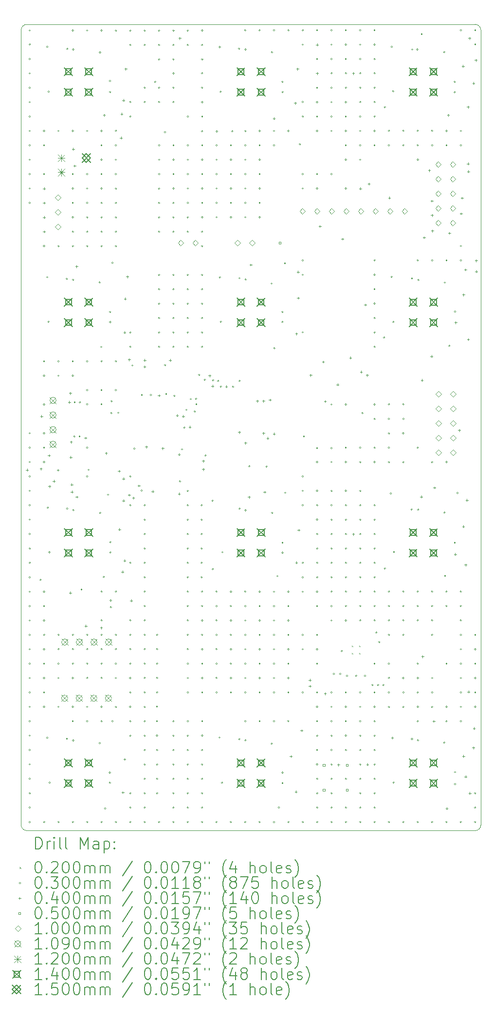
<source format=gbr>
%TF.GenerationSoftware,KiCad,Pcbnew,6.0.11-2627ca5db0~126~ubuntu20.04.1*%
%TF.CreationDate,2023-03-15T01:56:06+01:00*%
%TF.ProjectId,IOB_V4,494f425f-5634-42e6-9b69-6361645f7063,rev?*%
%TF.SameCoordinates,Original*%
%TF.FileFunction,Drillmap*%
%TF.FilePolarity,Positive*%
%FSLAX45Y45*%
G04 Gerber Fmt 4.5, Leading zero omitted, Abs format (unit mm)*
G04 Created by KiCad (PCBNEW 6.0.11-2627ca5db0~126~ubuntu20.04.1) date 2023-03-15 01:56:06*
%MOMM*%
%LPD*%
G01*
G04 APERTURE LIST*
%ADD10C,0.100000*%
%ADD11C,0.200000*%
%ADD12C,0.020000*%
%ADD13C,0.030000*%
%ADD14C,0.040000*%
%ADD15C,0.050000*%
%ADD16C,0.109000*%
%ADD17C,0.120000*%
%ADD18C,0.140000*%
%ADD19C,0.150000*%
G04 APERTURE END LIST*
D10*
X7000000Y-16900000D02*
X7000000Y-3100711D01*
X7100711Y-3000000D02*
G75*
G03*
X7000000Y-3100711I719J-101430D01*
G01*
X7100711Y-3000000D02*
X14898995Y-3000000D01*
X14898995Y-17000000D02*
X7101005Y-17000000D01*
X7000005Y-16900000D02*
G75*
G03*
X7101005Y-17000000I102025J2040D01*
G01*
X15000000Y-3101005D02*
X15000000Y-16898995D01*
X15000000Y-3101005D02*
G75*
G03*
X14898995Y-3000000I-102020J-1015D01*
G01*
X14898995Y-17000000D02*
G75*
G03*
X15000000Y-16898995I-1015J102020D01*
G01*
D11*
D12*
X12755000Y-13787500D02*
X12775000Y-13807500D01*
X12775000Y-13787500D02*
X12755000Y-13807500D01*
X12755000Y-13912500D02*
X12775000Y-13932500D01*
X12775000Y-13912500D02*
X12755000Y-13932500D01*
X12880000Y-13787500D02*
X12900000Y-13807500D01*
X12900000Y-13787500D02*
X12880000Y-13807500D01*
X12880000Y-13912500D02*
X12900000Y-13932500D01*
X12900000Y-13912500D02*
X12880000Y-13932500D01*
D13*
X7165000Y-3107000D02*
G75*
G03*
X7165000Y-3107000I-15000J0D01*
G01*
X7165000Y-3350000D02*
G75*
G03*
X7165000Y-3350000I-15000J0D01*
G01*
X7165000Y-3600000D02*
G75*
G03*
X7165000Y-3600000I-15000J0D01*
G01*
X7165000Y-3850000D02*
G75*
G03*
X7165000Y-3850000I-15000J0D01*
G01*
X7165000Y-4100000D02*
G75*
G03*
X7165000Y-4100000I-15000J0D01*
G01*
X7165000Y-4350000D02*
G75*
G03*
X7165000Y-4350000I-15000J0D01*
G01*
X7165000Y-4600000D02*
G75*
G03*
X7165000Y-4600000I-15000J0D01*
G01*
X7165000Y-4850000D02*
G75*
G03*
X7165000Y-4850000I-15000J0D01*
G01*
X7165000Y-5100000D02*
G75*
G03*
X7165000Y-5100000I-15000J0D01*
G01*
X7165000Y-5350000D02*
G75*
G03*
X7165000Y-5350000I-15000J0D01*
G01*
X7165000Y-5600000D02*
G75*
G03*
X7165000Y-5600000I-15000J0D01*
G01*
X7165000Y-5850000D02*
G75*
G03*
X7165000Y-5850000I-15000J0D01*
G01*
X7165000Y-6100000D02*
G75*
G03*
X7165000Y-6100000I-15000J0D01*
G01*
X7165000Y-10101000D02*
G75*
G03*
X7165000Y-10101000I-15000J0D01*
G01*
X7165000Y-10350000D02*
G75*
G03*
X7165000Y-10350000I-15000J0D01*
G01*
X7165000Y-10600000D02*
G75*
G03*
X7165000Y-10600000I-15000J0D01*
G01*
X7165000Y-10850000D02*
G75*
G03*
X7165000Y-10850000I-15000J0D01*
G01*
X7165000Y-11100000D02*
G75*
G03*
X7165000Y-11100000I-15000J0D01*
G01*
X7165000Y-11350000D02*
G75*
G03*
X7165000Y-11350000I-15000J0D01*
G01*
X7165000Y-11600000D02*
G75*
G03*
X7165000Y-11600000I-15000J0D01*
G01*
X7165000Y-11850000D02*
G75*
G03*
X7165000Y-11850000I-15000J0D01*
G01*
X7165000Y-12100000D02*
G75*
G03*
X7165000Y-12100000I-15000J0D01*
G01*
X7165000Y-12350000D02*
G75*
G03*
X7165000Y-12350000I-15000J0D01*
G01*
X7165000Y-12600000D02*
G75*
G03*
X7165000Y-12600000I-15000J0D01*
G01*
X7165000Y-12851000D02*
G75*
G03*
X7165000Y-12851000I-15000J0D01*
G01*
X7165000Y-13101000D02*
G75*
G03*
X7165000Y-13101000I-15000J0D01*
G01*
X7165000Y-13350000D02*
G75*
G03*
X7165000Y-13350000I-15000J0D01*
G01*
X7165000Y-13600000D02*
G75*
G03*
X7165000Y-13600000I-15000J0D01*
G01*
X7165000Y-13850000D02*
G75*
G03*
X7165000Y-13850000I-15000J0D01*
G01*
X7165000Y-14100000D02*
G75*
G03*
X7165000Y-14100000I-15000J0D01*
G01*
X7165000Y-14350000D02*
G75*
G03*
X7165000Y-14350000I-15000J0D01*
G01*
X7165000Y-14600000D02*
G75*
G03*
X7165000Y-14600000I-15000J0D01*
G01*
X7165000Y-14850000D02*
G75*
G03*
X7165000Y-14850000I-15000J0D01*
G01*
X7165000Y-15100000D02*
G75*
G03*
X7165000Y-15100000I-15000J0D01*
G01*
X7165000Y-15350000D02*
G75*
G03*
X7165000Y-15350000I-15000J0D01*
G01*
X7165000Y-15599000D02*
G75*
G03*
X7165000Y-15599000I-15000J0D01*
G01*
X7165000Y-15849000D02*
G75*
G03*
X7165000Y-15849000I-15000J0D01*
G01*
X7165000Y-16100000D02*
G75*
G03*
X7165000Y-16100000I-15000J0D01*
G01*
X7165000Y-16350000D02*
G75*
G03*
X7165000Y-16350000I-15000J0D01*
G01*
X7165000Y-16600000D02*
G75*
G03*
X7165000Y-16600000I-15000J0D01*
G01*
X7165000Y-16850000D02*
G75*
G03*
X7165000Y-16850000I-15000J0D01*
G01*
X7354000Y-12645000D02*
G75*
G03*
X7354000Y-12645000I-15000J0D01*
G01*
X7414950Y-9600000D02*
G75*
G03*
X7414950Y-9600000I-15000J0D01*
G01*
X7414950Y-10100000D02*
G75*
G03*
X7414950Y-10100000I-15000J0D01*
G01*
X7414950Y-10350000D02*
G75*
G03*
X7414950Y-10350000I-15000J0D01*
G01*
X7415000Y-4850000D02*
G75*
G03*
X7415000Y-4850000I-15000J0D01*
G01*
X7415000Y-5100000D02*
G75*
G03*
X7415000Y-5100000I-15000J0D01*
G01*
X7415000Y-5600000D02*
G75*
G03*
X7415000Y-5600000I-15000J0D01*
G01*
X7415000Y-6850000D02*
G75*
G03*
X7415000Y-6850000I-15000J0D01*
G01*
X7415000Y-8850000D02*
G75*
G03*
X7415000Y-8850000I-15000J0D01*
G01*
X7415000Y-9100000D02*
G75*
G03*
X7415000Y-9100000I-15000J0D01*
G01*
X7415000Y-10600000D02*
G75*
G03*
X7415000Y-10600000I-15000J0D01*
G01*
X7415000Y-12850000D02*
G75*
G03*
X7415000Y-12850000I-15000J0D01*
G01*
X7415000Y-13100000D02*
G75*
G03*
X7415000Y-13100000I-15000J0D01*
G01*
X7415000Y-13350000D02*
G75*
G03*
X7415000Y-13350000I-15000J0D01*
G01*
X7415000Y-13599000D02*
G75*
G03*
X7415000Y-13599000I-15000J0D01*
G01*
X7415000Y-13849000D02*
G75*
G03*
X7415000Y-13849000I-15000J0D01*
G01*
X7415000Y-14099000D02*
G75*
G03*
X7415000Y-14099000I-15000J0D01*
G01*
X7415000Y-14349000D02*
G75*
G03*
X7415000Y-14349000I-15000J0D01*
G01*
X7415000Y-14599000D02*
G75*
G03*
X7415000Y-14599000I-15000J0D01*
G01*
X7415000Y-14850000D02*
G75*
G03*
X7415000Y-14850000I-15000J0D01*
G01*
X7415000Y-16850000D02*
G75*
G03*
X7415000Y-16850000I-15000J0D01*
G01*
X7468465Y-3390535D02*
G75*
G03*
X7468465Y-3390535I-15000J0D01*
G01*
X7468965Y-15388035D02*
G75*
G03*
X7468965Y-15388035I-15000J0D01*
G01*
X7469965Y-7389035D02*
G75*
G03*
X7469965Y-7389035I-15000J0D01*
G01*
X7479965Y-11392035D02*
G75*
G03*
X7479965Y-11392035I-15000J0D01*
G01*
X7493472Y-8162855D02*
G75*
G03*
X7493472Y-8162855I-15000J0D01*
G01*
X7494000Y-4169000D02*
G75*
G03*
X7494000Y-4169000I-15000J0D01*
G01*
X7509000Y-12165000D02*
G75*
G03*
X7509000Y-12165000I-15000J0D01*
G01*
X7512316Y-16166050D02*
G75*
G03*
X7512316Y-16166050I-15000J0D01*
G01*
X7665000Y-4850000D02*
G75*
G03*
X7665000Y-4850000I-15000J0D01*
G01*
X7665000Y-6850000D02*
G75*
G03*
X7665000Y-6850000I-15000J0D01*
G01*
X7665000Y-8850000D02*
G75*
G03*
X7665000Y-8850000I-15000J0D01*
G01*
X7665000Y-9100000D02*
G75*
G03*
X7665000Y-9100000I-15000J0D01*
G01*
X7665000Y-13599000D02*
G75*
G03*
X7665000Y-13599000I-15000J0D01*
G01*
X7665000Y-13849000D02*
G75*
G03*
X7665000Y-13849000I-15000J0D01*
G01*
X7665000Y-14099000D02*
G75*
G03*
X7665000Y-14099000I-15000J0D01*
G01*
X7665000Y-14349000D02*
G75*
G03*
X7665000Y-14349000I-15000J0D01*
G01*
X7665000Y-14850000D02*
G75*
G03*
X7665000Y-14850000I-15000J0D01*
G01*
X7665000Y-16850000D02*
G75*
G03*
X7665000Y-16850000I-15000J0D01*
G01*
X7810000Y-7417000D02*
G75*
G03*
X7810000Y-7417000I-15000J0D01*
G01*
X7812789Y-15404095D02*
G75*
G03*
X7812789Y-15404095I-15000J0D01*
G01*
X7815686Y-11409035D02*
G75*
G03*
X7815686Y-11409035I-15000J0D01*
G01*
X7818000Y-3425000D02*
G75*
G03*
X7818000Y-3425000I-15000J0D01*
G01*
X7915000Y-3107000D02*
G75*
G03*
X7915000Y-3107000I-15000J0D01*
G01*
X7915000Y-4850000D02*
G75*
G03*
X7915000Y-4850000I-15000J0D01*
G01*
X7915000Y-5600000D02*
G75*
G03*
X7915000Y-5600000I-15000J0D01*
G01*
X7915000Y-5850000D02*
G75*
G03*
X7915000Y-5850000I-15000J0D01*
G01*
X7915000Y-6100000D02*
G75*
G03*
X7915000Y-6100000I-15000J0D01*
G01*
X7915000Y-6350000D02*
G75*
G03*
X7915000Y-6350000I-15000J0D01*
G01*
X7915000Y-6600000D02*
G75*
G03*
X7915000Y-6600000I-15000J0D01*
G01*
X7915000Y-6850000D02*
G75*
G03*
X7915000Y-6850000I-15000J0D01*
G01*
X7915000Y-8850000D02*
G75*
G03*
X7915000Y-8850000I-15000J0D01*
G01*
X7915000Y-9100000D02*
G75*
G03*
X7915000Y-9100000I-15000J0D01*
G01*
X7915000Y-13599000D02*
G75*
G03*
X7915000Y-13599000I-15000J0D01*
G01*
X7915000Y-13849000D02*
G75*
G03*
X7915000Y-13849000I-15000J0D01*
G01*
X7915000Y-14099000D02*
G75*
G03*
X7915000Y-14099000I-15000J0D01*
G01*
X7915000Y-14349000D02*
G75*
G03*
X7915000Y-14349000I-15000J0D01*
G01*
X7915000Y-14850000D02*
G75*
G03*
X7915000Y-14850000I-15000J0D01*
G01*
X7915000Y-15099000D02*
G75*
G03*
X7915000Y-15099000I-15000J0D01*
G01*
X7915000Y-16850000D02*
G75*
G03*
X7915000Y-16850000I-15000J0D01*
G01*
X7920000Y-7436000D02*
G75*
G03*
X7920000Y-7436000I-15000J0D01*
G01*
X7922000Y-3438000D02*
G75*
G03*
X7922000Y-3438000I-15000J0D01*
G01*
X7922000Y-15434000D02*
G75*
G03*
X7922000Y-15434000I-15000J0D01*
G01*
X7924000Y-11435000D02*
G75*
G03*
X7924000Y-11435000I-15000J0D01*
G01*
X7942072Y-10158021D02*
G75*
G03*
X7942072Y-10158021I-15000J0D01*
G01*
X7948053Y-9560910D02*
G75*
G03*
X7948053Y-9560910I-15000J0D01*
G01*
X8032976Y-10156336D02*
G75*
G03*
X8032976Y-10156336I-15000J0D01*
G01*
X8037950Y-9564000D02*
G75*
G03*
X8037950Y-9564000I-15000J0D01*
G01*
X8067000Y-12812000D02*
G75*
G03*
X8067000Y-12812000I-15000J0D01*
G01*
X8165000Y-3107000D02*
G75*
G03*
X8165000Y-3107000I-15000J0D01*
G01*
X8165000Y-4850000D02*
G75*
G03*
X8165000Y-4850000I-15000J0D01*
G01*
X8165000Y-5600000D02*
G75*
G03*
X8165000Y-5600000I-15000J0D01*
G01*
X8165000Y-5850000D02*
G75*
G03*
X8165000Y-5850000I-15000J0D01*
G01*
X8165000Y-6100000D02*
G75*
G03*
X8165000Y-6100000I-15000J0D01*
G01*
X8165000Y-6350000D02*
G75*
G03*
X8165000Y-6350000I-15000J0D01*
G01*
X8165000Y-6600000D02*
G75*
G03*
X8165000Y-6600000I-15000J0D01*
G01*
X8165000Y-6850000D02*
G75*
G03*
X8165000Y-6850000I-15000J0D01*
G01*
X8165000Y-8850000D02*
G75*
G03*
X8165000Y-8850000I-15000J0D01*
G01*
X8165000Y-9350000D02*
G75*
G03*
X8165000Y-9350000I-15000J0D01*
G01*
X8165000Y-9597050D02*
G75*
G03*
X8165000Y-9597050I-15000J0D01*
G01*
X8165000Y-10350000D02*
G75*
G03*
X8165000Y-10350000I-15000J0D01*
G01*
X8165000Y-10850000D02*
G75*
G03*
X8165000Y-10850000I-15000J0D01*
G01*
X8165000Y-13599000D02*
G75*
G03*
X8165000Y-13599000I-15000J0D01*
G01*
X8165000Y-13849000D02*
G75*
G03*
X8165000Y-13849000I-15000J0D01*
G01*
X8165000Y-14099000D02*
G75*
G03*
X8165000Y-14099000I-15000J0D01*
G01*
X8165000Y-14349000D02*
G75*
G03*
X8165000Y-14349000I-15000J0D01*
G01*
X8165000Y-14850000D02*
G75*
G03*
X8165000Y-14850000I-15000J0D01*
G01*
X8165000Y-15099000D02*
G75*
G03*
X8165000Y-15099000I-15000J0D01*
G01*
X8165000Y-16850000D02*
G75*
G03*
X8165000Y-16850000I-15000J0D01*
G01*
X8190000Y-10735000D02*
G75*
G03*
X8190000Y-10735000I-15000J0D01*
G01*
X8381750Y-7480250D02*
G75*
G03*
X8381750Y-7480250I-15000J0D01*
G01*
X8383750Y-15481250D02*
G75*
G03*
X8383750Y-15481250I-15000J0D01*
G01*
X8389250Y-3487750D02*
G75*
G03*
X8389250Y-3487750I-15000J0D01*
G01*
X8389750Y-11483250D02*
G75*
G03*
X8389750Y-11483250I-15000J0D01*
G01*
X8410000Y-8602050D02*
G75*
G03*
X8410000Y-8602050I-15000J0D01*
G01*
X8414261Y-9597050D02*
G75*
G03*
X8414261Y-9597050I-15000J0D01*
G01*
X8415000Y-3107000D02*
G75*
G03*
X8415000Y-3107000I-15000J0D01*
G01*
X8415000Y-4850000D02*
G75*
G03*
X8415000Y-4850000I-15000J0D01*
G01*
X8415000Y-5100000D02*
G75*
G03*
X8415000Y-5100000I-15000J0D01*
G01*
X8415000Y-5350000D02*
G75*
G03*
X8415000Y-5350000I-15000J0D01*
G01*
X8415000Y-5600000D02*
G75*
G03*
X8415000Y-5600000I-15000J0D01*
G01*
X8415000Y-5850000D02*
G75*
G03*
X8415000Y-5850000I-15000J0D01*
G01*
X8415000Y-6100000D02*
G75*
G03*
X8415000Y-6100000I-15000J0D01*
G01*
X8415000Y-6350000D02*
G75*
G03*
X8415000Y-6350000I-15000J0D01*
G01*
X8415000Y-6600000D02*
G75*
G03*
X8415000Y-6600000I-15000J0D01*
G01*
X8415000Y-6850000D02*
G75*
G03*
X8415000Y-6850000I-15000J0D01*
G01*
X8415000Y-8850000D02*
G75*
G03*
X8415000Y-8850000I-15000J0D01*
G01*
X8415000Y-9350000D02*
G75*
G03*
X8415000Y-9350000I-15000J0D01*
G01*
X8415000Y-12850000D02*
G75*
G03*
X8415000Y-12850000I-15000J0D01*
G01*
X8415000Y-13350000D02*
G75*
G03*
X8415000Y-13350000I-15000J0D01*
G01*
X8415000Y-13599000D02*
G75*
G03*
X8415000Y-13599000I-15000J0D01*
G01*
X8415000Y-13849000D02*
G75*
G03*
X8415000Y-13849000I-15000J0D01*
G01*
X8415000Y-14099000D02*
G75*
G03*
X8415000Y-14099000I-15000J0D01*
G01*
X8415000Y-14349000D02*
G75*
G03*
X8415000Y-14349000I-15000J0D01*
G01*
X8415000Y-14850000D02*
G75*
G03*
X8415000Y-14850000I-15000J0D01*
G01*
X8415000Y-15100000D02*
G75*
G03*
X8415000Y-15100000I-15000J0D01*
G01*
X8415000Y-16850000D02*
G75*
G03*
X8415000Y-16850000I-15000J0D01*
G01*
X8455000Y-12595000D02*
G75*
G03*
X8455000Y-12595000I-15000J0D01*
G01*
X8465000Y-4579950D02*
G75*
G03*
X8465000Y-4579950I-15000J0D01*
G01*
X8475000Y-16615050D02*
G75*
G03*
X8475000Y-16615050I-15000J0D01*
G01*
X8529000Y-11166000D02*
G75*
G03*
X8529000Y-11166000I-15000J0D01*
G01*
X8556950Y-15991000D02*
G75*
G03*
X8556950Y-15991000I-15000J0D01*
G01*
X8560000Y-16168000D02*
G75*
G03*
X8560000Y-16168000I-15000J0D01*
G01*
X8562950Y-3982000D02*
G75*
G03*
X8562950Y-3982000I-15000J0D01*
G01*
X8562950Y-7994174D02*
G75*
G03*
X8562950Y-7994174I-15000J0D01*
G01*
X8565000Y-4175000D02*
G75*
G03*
X8565000Y-4175000I-15000J0D01*
G01*
X8566000Y-8169000D02*
G75*
G03*
X8566000Y-8169000I-15000J0D01*
G01*
X8566950Y-11991000D02*
G75*
G03*
X8566950Y-11991000I-15000J0D01*
G01*
X8566950Y-12168000D02*
G75*
G03*
X8566950Y-12168000I-15000J0D01*
G01*
X8575000Y-13004950D02*
G75*
G03*
X8575000Y-13004950I-15000J0D01*
G01*
X8575000Y-13120000D02*
G75*
G03*
X8575000Y-13120000I-15000J0D01*
G01*
X8585000Y-9749550D02*
G75*
G03*
X8585000Y-9749550I-15000J0D01*
G01*
X8591000Y-9543000D02*
G75*
G03*
X8591000Y-9543000I-15000J0D01*
G01*
X8605000Y-7140000D02*
G75*
G03*
X8605000Y-7140000I-15000J0D01*
G01*
X8605000Y-15100000D02*
G75*
G03*
X8605000Y-15100000I-15000J0D01*
G01*
X8665000Y-3107000D02*
G75*
G03*
X8665000Y-3107000I-15000J0D01*
G01*
X8665000Y-4850000D02*
G75*
G03*
X8665000Y-4850000I-15000J0D01*
G01*
X8665000Y-5100000D02*
G75*
G03*
X8665000Y-5100000I-15000J0D01*
G01*
X8665000Y-5350000D02*
G75*
G03*
X8665000Y-5350000I-15000J0D01*
G01*
X8665000Y-5600000D02*
G75*
G03*
X8665000Y-5600000I-15000J0D01*
G01*
X8665000Y-5850000D02*
G75*
G03*
X8665000Y-5850000I-15000J0D01*
G01*
X8665000Y-6100000D02*
G75*
G03*
X8665000Y-6100000I-15000J0D01*
G01*
X8665000Y-6350000D02*
G75*
G03*
X8665000Y-6350000I-15000J0D01*
G01*
X8665000Y-6600000D02*
G75*
G03*
X8665000Y-6600000I-15000J0D01*
G01*
X8665000Y-6850000D02*
G75*
G03*
X8665000Y-6850000I-15000J0D01*
G01*
X8665000Y-8850000D02*
G75*
G03*
X8665000Y-8850000I-15000J0D01*
G01*
X8665000Y-9350000D02*
G75*
G03*
X8665000Y-9350000I-15000J0D01*
G01*
X8665000Y-12850000D02*
G75*
G03*
X8665000Y-12850000I-15000J0D01*
G01*
X8665000Y-13599000D02*
G75*
G03*
X8665000Y-13599000I-15000J0D01*
G01*
X8665000Y-13849000D02*
G75*
G03*
X8665000Y-13849000I-15000J0D01*
G01*
X8665000Y-14100000D02*
G75*
G03*
X8665000Y-14100000I-15000J0D01*
G01*
X8665000Y-14350000D02*
G75*
G03*
X8665000Y-14350000I-15000J0D01*
G01*
X8665000Y-14850000D02*
G75*
G03*
X8665000Y-14850000I-15000J0D01*
G01*
X8665000Y-16850000D02*
G75*
G03*
X8665000Y-16850000I-15000J0D01*
G01*
X8705000Y-9745000D02*
G75*
G03*
X8705000Y-9745000I-15000J0D01*
G01*
X8914950Y-10850000D02*
G75*
G03*
X8914950Y-10850000I-15000J0D01*
G01*
X8914950Y-11350000D02*
G75*
G03*
X8914950Y-11350000I-15000J0D01*
G01*
X8915000Y-3107000D02*
G75*
G03*
X8915000Y-3107000I-15000J0D01*
G01*
X8915000Y-3357000D02*
G75*
G03*
X8915000Y-3357000I-15000J0D01*
G01*
X8915000Y-4350000D02*
G75*
G03*
X8915000Y-4350000I-15000J0D01*
G01*
X8915000Y-4600000D02*
G75*
G03*
X8915000Y-4600000I-15000J0D01*
G01*
X8915000Y-8350000D02*
G75*
G03*
X8915000Y-8350000I-15000J0D01*
G01*
X8915000Y-8600000D02*
G75*
G03*
X8915000Y-8600000I-15000J0D01*
G01*
X8915000Y-12350000D02*
G75*
G03*
X8915000Y-12350000I-15000J0D01*
G01*
X8915000Y-13350000D02*
G75*
G03*
X8915000Y-13350000I-15000J0D01*
G01*
X8915000Y-13600000D02*
G75*
G03*
X8915000Y-13600000I-15000J0D01*
G01*
X8915000Y-13850000D02*
G75*
G03*
X8915000Y-13850000I-15000J0D01*
G01*
X8915000Y-14100000D02*
G75*
G03*
X8915000Y-14100000I-15000J0D01*
G01*
X8915000Y-14350000D02*
G75*
G03*
X8915000Y-14350000I-15000J0D01*
G01*
X8915000Y-14600000D02*
G75*
G03*
X8915000Y-14600000I-15000J0D01*
G01*
X8915000Y-14850000D02*
G75*
G03*
X8915000Y-14850000I-15000J0D01*
G01*
X8915000Y-15100000D02*
G75*
G03*
X8915000Y-15100000I-15000J0D01*
G01*
X8915000Y-15350000D02*
G75*
G03*
X8915000Y-15350000I-15000J0D01*
G01*
X8915000Y-16350000D02*
G75*
G03*
X8915000Y-16350000I-15000J0D01*
G01*
X8915000Y-16600000D02*
G75*
G03*
X8915000Y-16600000I-15000J0D01*
G01*
X8915000Y-16850000D02*
G75*
G03*
X8915000Y-16850000I-15000J0D01*
G01*
X8951000Y-8922000D02*
G75*
G03*
X8951000Y-8922000I-15000J0D01*
G01*
X8973000Y-11225000D02*
G75*
G03*
X8973000Y-11225000I-15000J0D01*
G01*
X8985000Y-10365000D02*
G75*
G03*
X8985000Y-10365000I-15000J0D01*
G01*
X9113000Y-11095000D02*
G75*
G03*
X9113000Y-11095000I-15000J0D01*
G01*
X9117000Y-9436000D02*
G75*
G03*
X9117000Y-9436000I-15000J0D01*
G01*
X9164950Y-11350000D02*
G75*
G03*
X9164950Y-11350000I-15000J0D01*
G01*
X9165000Y-3107000D02*
G75*
G03*
X9165000Y-3107000I-15000J0D01*
G01*
X9165000Y-3357000D02*
G75*
G03*
X9165000Y-3357000I-15000J0D01*
G01*
X9165000Y-4100000D02*
G75*
G03*
X9165000Y-4100000I-15000J0D01*
G01*
X9165000Y-4350000D02*
G75*
G03*
X9165000Y-4350000I-15000J0D01*
G01*
X9165000Y-11600000D02*
G75*
G03*
X9165000Y-11600000I-15000J0D01*
G01*
X9165000Y-11850000D02*
G75*
G03*
X9165000Y-11850000I-15000J0D01*
G01*
X9165000Y-12100000D02*
G75*
G03*
X9165000Y-12100000I-15000J0D01*
G01*
X9165000Y-12350000D02*
G75*
G03*
X9165000Y-12350000I-15000J0D01*
G01*
X9165000Y-12600000D02*
G75*
G03*
X9165000Y-12600000I-15000J0D01*
G01*
X9165000Y-12850000D02*
G75*
G03*
X9165000Y-12850000I-15000J0D01*
G01*
X9165000Y-13100000D02*
G75*
G03*
X9165000Y-13100000I-15000J0D01*
G01*
X9165000Y-13350000D02*
G75*
G03*
X9165000Y-13350000I-15000J0D01*
G01*
X9165000Y-13599000D02*
G75*
G03*
X9165000Y-13599000I-15000J0D01*
G01*
X9165000Y-13849000D02*
G75*
G03*
X9165000Y-13849000I-15000J0D01*
G01*
X9165000Y-14099000D02*
G75*
G03*
X9165000Y-14099000I-15000J0D01*
G01*
X9165000Y-14349000D02*
G75*
G03*
X9165000Y-14349000I-15000J0D01*
G01*
X9165000Y-14599000D02*
G75*
G03*
X9165000Y-14599000I-15000J0D01*
G01*
X9165000Y-14850000D02*
G75*
G03*
X9165000Y-14850000I-15000J0D01*
G01*
X9165000Y-15100000D02*
G75*
G03*
X9165000Y-15100000I-15000J0D01*
G01*
X9165000Y-15350000D02*
G75*
G03*
X9165000Y-15350000I-15000J0D01*
G01*
X9165000Y-15600000D02*
G75*
G03*
X9165000Y-15600000I-15000J0D01*
G01*
X9165000Y-15850000D02*
G75*
G03*
X9165000Y-15850000I-15000J0D01*
G01*
X9165000Y-16100000D02*
G75*
G03*
X9165000Y-16100000I-15000J0D01*
G01*
X9165000Y-16350000D02*
G75*
G03*
X9165000Y-16350000I-15000J0D01*
G01*
X9165000Y-16600000D02*
G75*
G03*
X9165000Y-16600000I-15000J0D01*
G01*
X9165000Y-16850000D02*
G75*
G03*
X9165000Y-16850000I-15000J0D01*
G01*
X9167500Y-8947500D02*
G75*
G03*
X9167500Y-8947500I-15000J0D01*
G01*
X9272000Y-9436000D02*
G75*
G03*
X9272000Y-9436000I-15000J0D01*
G01*
X9347000Y-3996000D02*
G75*
G03*
X9347000Y-3996000I-15000J0D01*
G01*
X9380000Y-14845000D02*
G75*
G03*
X9380000Y-14845000I-15000J0D01*
G01*
X9380000Y-15600000D02*
G75*
G03*
X9380000Y-15600000I-15000J0D01*
G01*
X9380000Y-15850000D02*
G75*
G03*
X9380000Y-15850000I-15000J0D01*
G01*
X9380000Y-16100000D02*
G75*
G03*
X9380000Y-16100000I-15000J0D01*
G01*
X9380000Y-16350000D02*
G75*
G03*
X9380000Y-16350000I-15000J0D01*
G01*
X9380050Y-13599000D02*
G75*
G03*
X9380050Y-13599000I-15000J0D01*
G01*
X9380050Y-13849000D02*
G75*
G03*
X9380050Y-13849000I-15000J0D01*
G01*
X9380050Y-14099000D02*
G75*
G03*
X9380050Y-14099000I-15000J0D01*
G01*
X9380050Y-14349000D02*
G75*
G03*
X9380050Y-14349000I-15000J0D01*
G01*
X9380050Y-14599000D02*
G75*
G03*
X9380050Y-14599000I-15000J0D01*
G01*
X9380050Y-15100000D02*
G75*
G03*
X9380050Y-15100000I-15000J0D01*
G01*
X9380050Y-15350000D02*
G75*
G03*
X9380050Y-15350000I-15000J0D01*
G01*
X9415000Y-3107000D02*
G75*
G03*
X9415000Y-3107000I-15000J0D01*
G01*
X9415000Y-3357000D02*
G75*
G03*
X9415000Y-3357000I-15000J0D01*
G01*
X9415000Y-3607000D02*
G75*
G03*
X9415000Y-3607000I-15000J0D01*
G01*
X9415000Y-4100000D02*
G75*
G03*
X9415000Y-4100000I-15000J0D01*
G01*
X9415000Y-4350000D02*
G75*
G03*
X9415000Y-4350000I-15000J0D01*
G01*
X9415000Y-5100000D02*
G75*
G03*
X9415000Y-5100000I-15000J0D01*
G01*
X9415000Y-5350000D02*
G75*
G03*
X9415000Y-5350000I-15000J0D01*
G01*
X9415000Y-5600000D02*
G75*
G03*
X9415000Y-5600000I-15000J0D01*
G01*
X9415000Y-5850000D02*
G75*
G03*
X9415000Y-5850000I-15000J0D01*
G01*
X9415000Y-6100000D02*
G75*
G03*
X9415000Y-6100000I-15000J0D01*
G01*
X9415000Y-6350000D02*
G75*
G03*
X9415000Y-6350000I-15000J0D01*
G01*
X9415000Y-6600000D02*
G75*
G03*
X9415000Y-6600000I-15000J0D01*
G01*
X9415000Y-7350000D02*
G75*
G03*
X9415000Y-7350000I-15000J0D01*
G01*
X9415000Y-7600000D02*
G75*
G03*
X9415000Y-7600000I-15000J0D01*
G01*
X9415000Y-7850000D02*
G75*
G03*
X9415000Y-7850000I-15000J0D01*
G01*
X9415000Y-8100000D02*
G75*
G03*
X9415000Y-8100000I-15000J0D01*
G01*
X9415000Y-8350000D02*
G75*
G03*
X9415000Y-8350000I-15000J0D01*
G01*
X9415000Y-8600000D02*
G75*
G03*
X9415000Y-8600000I-15000J0D01*
G01*
X9415000Y-16850000D02*
G75*
G03*
X9415000Y-16850000I-15000J0D01*
G01*
X9518037Y-4870887D02*
G75*
G03*
X9518037Y-4870887I-15000J0D01*
G01*
X9519921Y-8916997D02*
G75*
G03*
X9519921Y-8916997I-15000J0D01*
G01*
X9538000Y-9418000D02*
G75*
G03*
X9538000Y-9418000I-15000J0D01*
G01*
X9665000Y-3107000D02*
G75*
G03*
X9665000Y-3107000I-15000J0D01*
G01*
X9665000Y-3357000D02*
G75*
G03*
X9665000Y-3357000I-15000J0D01*
G01*
X9665000Y-3607000D02*
G75*
G03*
X9665000Y-3607000I-15000J0D01*
G01*
X9665000Y-4100000D02*
G75*
G03*
X9665000Y-4100000I-15000J0D01*
G01*
X9665000Y-4350000D02*
G75*
G03*
X9665000Y-4350000I-15000J0D01*
G01*
X9665000Y-5100000D02*
G75*
G03*
X9665000Y-5100000I-15000J0D01*
G01*
X9665000Y-5350000D02*
G75*
G03*
X9665000Y-5350000I-15000J0D01*
G01*
X9665000Y-5600000D02*
G75*
G03*
X9665000Y-5600000I-15000J0D01*
G01*
X9665000Y-5850000D02*
G75*
G03*
X9665000Y-5850000I-15000J0D01*
G01*
X9665000Y-6100000D02*
G75*
G03*
X9665000Y-6100000I-15000J0D01*
G01*
X9665000Y-6350000D02*
G75*
G03*
X9665000Y-6350000I-15000J0D01*
G01*
X9665000Y-6600000D02*
G75*
G03*
X9665000Y-6600000I-15000J0D01*
G01*
X9665000Y-7350000D02*
G75*
G03*
X9665000Y-7350000I-15000J0D01*
G01*
X9665000Y-7600000D02*
G75*
G03*
X9665000Y-7600000I-15000J0D01*
G01*
X9665000Y-7850000D02*
G75*
G03*
X9665000Y-7850000I-15000J0D01*
G01*
X9665000Y-8100000D02*
G75*
G03*
X9665000Y-8100000I-15000J0D01*
G01*
X9665000Y-8350000D02*
G75*
G03*
X9665000Y-8350000I-15000J0D01*
G01*
X9665000Y-8600000D02*
G75*
G03*
X9665000Y-8600000I-15000J0D01*
G01*
X9665000Y-15100000D02*
G75*
G03*
X9665000Y-15100000I-15000J0D01*
G01*
X9665000Y-15350000D02*
G75*
G03*
X9665000Y-15350000I-15000J0D01*
G01*
X9665000Y-15600000D02*
G75*
G03*
X9665000Y-15600000I-15000J0D01*
G01*
X9665000Y-15850000D02*
G75*
G03*
X9665000Y-15850000I-15000J0D01*
G01*
X9665000Y-16100000D02*
G75*
G03*
X9665000Y-16100000I-15000J0D01*
G01*
X9665000Y-16350000D02*
G75*
G03*
X9665000Y-16350000I-15000J0D01*
G01*
X9665000Y-16600000D02*
G75*
G03*
X9665000Y-16600000I-15000J0D01*
G01*
X9665000Y-16850000D02*
G75*
G03*
X9665000Y-16850000I-15000J0D01*
G01*
X9667018Y-3851950D02*
G75*
G03*
X9667018Y-3851950I-15000J0D01*
G01*
X9681000Y-9451000D02*
G75*
G03*
X9681000Y-9451000I-15000J0D01*
G01*
X9735000Y-9795050D02*
G75*
G03*
X9735000Y-9795050I-15000J0D01*
G01*
X9769950Y-10472000D02*
G75*
G03*
X9769950Y-10472000I-15000J0D01*
G01*
X9778000Y-10935000D02*
G75*
G03*
X9778000Y-10935000I-15000J0D01*
G01*
X9815000Y-10380000D02*
G75*
G03*
X9815000Y-10380000I-15000J0D01*
G01*
X9855000Y-10000000D02*
G75*
G03*
X9855000Y-10000000I-15000J0D01*
G01*
X9890189Y-9692736D02*
G75*
G03*
X9890189Y-9692736I-15000J0D01*
G01*
X9914950Y-11100000D02*
G75*
G03*
X9914950Y-11100000I-15000J0D01*
G01*
X9914950Y-11350000D02*
G75*
G03*
X9914950Y-11350000I-15000J0D01*
G01*
X9915000Y-3107000D02*
G75*
G03*
X9915000Y-3107000I-15000J0D01*
G01*
X9915000Y-3357000D02*
G75*
G03*
X9915000Y-3357000I-15000J0D01*
G01*
X9915000Y-4600000D02*
G75*
G03*
X9915000Y-4600000I-15000J0D01*
G01*
X9915000Y-5100000D02*
G75*
G03*
X9915000Y-5100000I-15000J0D01*
G01*
X9915000Y-5350000D02*
G75*
G03*
X9915000Y-5350000I-15000J0D01*
G01*
X9915000Y-5600000D02*
G75*
G03*
X9915000Y-5600000I-15000J0D01*
G01*
X9915000Y-5850000D02*
G75*
G03*
X9915000Y-5850000I-15000J0D01*
G01*
X9915000Y-6100000D02*
G75*
G03*
X9915000Y-6100000I-15000J0D01*
G01*
X9915000Y-6350000D02*
G75*
G03*
X9915000Y-6350000I-15000J0D01*
G01*
X9915000Y-6600000D02*
G75*
G03*
X9915000Y-6600000I-15000J0D01*
G01*
X9915000Y-7350000D02*
G75*
G03*
X9915000Y-7350000I-15000J0D01*
G01*
X9915000Y-7600000D02*
G75*
G03*
X9915000Y-7600000I-15000J0D01*
G01*
X9915000Y-7850000D02*
G75*
G03*
X9915000Y-7850000I-15000J0D01*
G01*
X9915000Y-8100000D02*
G75*
G03*
X9915000Y-8100000I-15000J0D01*
G01*
X9915000Y-8350000D02*
G75*
G03*
X9915000Y-8350000I-15000J0D01*
G01*
X9915000Y-8600000D02*
G75*
G03*
X9915000Y-8600000I-15000J0D01*
G01*
X9915000Y-11600000D02*
G75*
G03*
X9915000Y-11600000I-15000J0D01*
G01*
X9915000Y-11850000D02*
G75*
G03*
X9915000Y-11850000I-15000J0D01*
G01*
X9915000Y-12100000D02*
G75*
G03*
X9915000Y-12100000I-15000J0D01*
G01*
X9915000Y-12350000D02*
G75*
G03*
X9915000Y-12350000I-15000J0D01*
G01*
X9915000Y-12600000D02*
G75*
G03*
X9915000Y-12600000I-15000J0D01*
G01*
X9915000Y-12850000D02*
G75*
G03*
X9915000Y-12850000I-15000J0D01*
G01*
X9915000Y-13100000D02*
G75*
G03*
X9915000Y-13100000I-15000J0D01*
G01*
X9915000Y-13350000D02*
G75*
G03*
X9915000Y-13350000I-15000J0D01*
G01*
X9915000Y-13599000D02*
G75*
G03*
X9915000Y-13599000I-15000J0D01*
G01*
X9915000Y-13849000D02*
G75*
G03*
X9915000Y-13849000I-15000J0D01*
G01*
X9915000Y-14100000D02*
G75*
G03*
X9915000Y-14100000I-15000J0D01*
G01*
X9915000Y-14350000D02*
G75*
G03*
X9915000Y-14350000I-15000J0D01*
G01*
X9915000Y-14600000D02*
G75*
G03*
X9915000Y-14600000I-15000J0D01*
G01*
X9915000Y-15100000D02*
G75*
G03*
X9915000Y-15100000I-15000J0D01*
G01*
X9915000Y-15350000D02*
G75*
G03*
X9915000Y-15350000I-15000J0D01*
G01*
X9915000Y-15600000D02*
G75*
G03*
X9915000Y-15600000I-15000J0D01*
G01*
X9915000Y-15850000D02*
G75*
G03*
X9915000Y-15850000I-15000J0D01*
G01*
X9915000Y-16100000D02*
G75*
G03*
X9915000Y-16100000I-15000J0D01*
G01*
X9915000Y-16350000D02*
G75*
G03*
X9915000Y-16350000I-15000J0D01*
G01*
X9915000Y-16600000D02*
G75*
G03*
X9915000Y-16600000I-15000J0D01*
G01*
X9915000Y-16850000D02*
G75*
G03*
X9915000Y-16850000I-15000J0D01*
G01*
X9967000Y-9506000D02*
G75*
G03*
X9967000Y-9506000I-15000J0D01*
G01*
X10038000Y-9721000D02*
G75*
G03*
X10038000Y-9721000I-15000J0D01*
G01*
X10058333Y-9500370D02*
G75*
G03*
X10058333Y-9500370I-15000J0D01*
G01*
X10064357Y-9595719D02*
G75*
G03*
X10064357Y-9595719I-15000J0D01*
G01*
X10114000Y-9086706D02*
G75*
G03*
X10114000Y-9086706I-15000J0D01*
G01*
X10155000Y-11350000D02*
G75*
G03*
X10155000Y-11350000I-15000J0D01*
G01*
X10155050Y-11600000D02*
G75*
G03*
X10155050Y-11600000I-15000J0D01*
G01*
X10155050Y-11850000D02*
G75*
G03*
X10155050Y-11850000I-15000J0D01*
G01*
X10155050Y-12100000D02*
G75*
G03*
X10155050Y-12100000I-15000J0D01*
G01*
X10155050Y-12350000D02*
G75*
G03*
X10155050Y-12350000I-15000J0D01*
G01*
X10155050Y-12600000D02*
G75*
G03*
X10155050Y-12600000I-15000J0D01*
G01*
X10165000Y-3107000D02*
G75*
G03*
X10165000Y-3107000I-15000J0D01*
G01*
X10165000Y-3357000D02*
G75*
G03*
X10165000Y-3357000I-15000J0D01*
G01*
X10165000Y-3607000D02*
G75*
G03*
X10165000Y-3607000I-15000J0D01*
G01*
X10165000Y-3850000D02*
G75*
G03*
X10165000Y-3850000I-15000J0D01*
G01*
X10165000Y-4100000D02*
G75*
G03*
X10165000Y-4100000I-15000J0D01*
G01*
X10165000Y-4350000D02*
G75*
G03*
X10165000Y-4350000I-15000J0D01*
G01*
X10165000Y-4600000D02*
G75*
G03*
X10165000Y-4600000I-15000J0D01*
G01*
X10165000Y-5100000D02*
G75*
G03*
X10165000Y-5100000I-15000J0D01*
G01*
X10165000Y-5350000D02*
G75*
G03*
X10165000Y-5350000I-15000J0D01*
G01*
X10165000Y-5600000D02*
G75*
G03*
X10165000Y-5600000I-15000J0D01*
G01*
X10165000Y-5850000D02*
G75*
G03*
X10165000Y-5850000I-15000J0D01*
G01*
X10165000Y-6100000D02*
G75*
G03*
X10165000Y-6100000I-15000J0D01*
G01*
X10165000Y-6350000D02*
G75*
G03*
X10165000Y-6350000I-15000J0D01*
G01*
X10165000Y-6600000D02*
G75*
G03*
X10165000Y-6600000I-15000J0D01*
G01*
X10165000Y-6850000D02*
G75*
G03*
X10165000Y-6850000I-15000J0D01*
G01*
X10165000Y-7350000D02*
G75*
G03*
X10165000Y-7350000I-15000J0D01*
G01*
X10165000Y-7600000D02*
G75*
G03*
X10165000Y-7600000I-15000J0D01*
G01*
X10165000Y-7850000D02*
G75*
G03*
X10165000Y-7850000I-15000J0D01*
G01*
X10165000Y-8100000D02*
G75*
G03*
X10165000Y-8100000I-15000J0D01*
G01*
X10165000Y-8350000D02*
G75*
G03*
X10165000Y-8350000I-15000J0D01*
G01*
X10165000Y-8600000D02*
G75*
G03*
X10165000Y-8600000I-15000J0D01*
G01*
X10165000Y-12850000D02*
G75*
G03*
X10165000Y-12850000I-15000J0D01*
G01*
X10165000Y-13100000D02*
G75*
G03*
X10165000Y-13100000I-15000J0D01*
G01*
X10165000Y-13350000D02*
G75*
G03*
X10165000Y-13350000I-15000J0D01*
G01*
X10165000Y-13599000D02*
G75*
G03*
X10165000Y-13599000I-15000J0D01*
G01*
X10165000Y-13850000D02*
G75*
G03*
X10165000Y-13850000I-15000J0D01*
G01*
X10165000Y-14100000D02*
G75*
G03*
X10165000Y-14100000I-15000J0D01*
G01*
X10165000Y-14350000D02*
G75*
G03*
X10165000Y-14350000I-15000J0D01*
G01*
X10165000Y-14600000D02*
G75*
G03*
X10165000Y-14600000I-15000J0D01*
G01*
X10165000Y-15100000D02*
G75*
G03*
X10165000Y-15100000I-15000J0D01*
G01*
X10165000Y-15350000D02*
G75*
G03*
X10165000Y-15350000I-15000J0D01*
G01*
X10165000Y-15600000D02*
G75*
G03*
X10165000Y-15600000I-15000J0D01*
G01*
X10165000Y-15850000D02*
G75*
G03*
X10165000Y-15850000I-15000J0D01*
G01*
X10165000Y-16100000D02*
G75*
G03*
X10165000Y-16100000I-15000J0D01*
G01*
X10165000Y-16350000D02*
G75*
G03*
X10165000Y-16350000I-15000J0D01*
G01*
X10165000Y-16600000D02*
G75*
G03*
X10165000Y-16600000I-15000J0D01*
G01*
X10165000Y-16850000D02*
G75*
G03*
X10165000Y-16850000I-15000J0D01*
G01*
X10165164Y-4856950D02*
G75*
G03*
X10165164Y-4856950I-15000J0D01*
G01*
X10211000Y-9171000D02*
G75*
G03*
X10211000Y-9171000I-15000J0D01*
G01*
X10223000Y-10487000D02*
G75*
G03*
X10223000Y-10487000I-15000J0D01*
G01*
X10345901Y-11271000D02*
G75*
G03*
X10345901Y-11271000I-15000J0D01*
G01*
X10351000Y-12461000D02*
G75*
G03*
X10351000Y-12461000I-15000J0D01*
G01*
X10355000Y-9178053D02*
G75*
G03*
X10355000Y-9178053I-15000J0D01*
G01*
X10415000Y-5100000D02*
G75*
G03*
X10415000Y-5100000I-15000J0D01*
G01*
X10415000Y-5350000D02*
G75*
G03*
X10415000Y-5350000I-15000J0D01*
G01*
X10415000Y-5600000D02*
G75*
G03*
X10415000Y-5600000I-15000J0D01*
G01*
X10415000Y-5850000D02*
G75*
G03*
X10415000Y-5850000I-15000J0D01*
G01*
X10415000Y-6100000D02*
G75*
G03*
X10415000Y-6100000I-15000J0D01*
G01*
X10415000Y-6350000D02*
G75*
G03*
X10415000Y-6350000I-15000J0D01*
G01*
X10415000Y-12850000D02*
G75*
G03*
X10415000Y-12850000I-15000J0D01*
G01*
X10415000Y-13100000D02*
G75*
G03*
X10415000Y-13100000I-15000J0D01*
G01*
X10415000Y-13350000D02*
G75*
G03*
X10415000Y-13350000I-15000J0D01*
G01*
X10415000Y-13600000D02*
G75*
G03*
X10415000Y-13600000I-15000J0D01*
G01*
X10415000Y-13849000D02*
G75*
G03*
X10415000Y-13849000I-15000J0D01*
G01*
X10415000Y-14099000D02*
G75*
G03*
X10415000Y-14099000I-15000J0D01*
G01*
X10415000Y-14349000D02*
G75*
G03*
X10415000Y-14349000I-15000J0D01*
G01*
X10415000Y-14599000D02*
G75*
G03*
X10415000Y-14599000I-15000J0D01*
G01*
X10415000Y-16850000D02*
G75*
G03*
X10415000Y-16850000I-15000J0D01*
G01*
X10420156Y-4856950D02*
G75*
G03*
X10420156Y-4856950I-15000J0D01*
G01*
X10443964Y-9191339D02*
G75*
G03*
X10443964Y-9191339I-15000J0D01*
G01*
X10465465Y-15382535D02*
G75*
G03*
X10465465Y-15382535I-15000J0D01*
G01*
X10471465Y-3395535D02*
G75*
G03*
X10471465Y-3395535I-15000J0D01*
G01*
X10472965Y-7391035D02*
G75*
G03*
X10472965Y-7391035I-15000J0D01*
G01*
X10486202Y-4171743D02*
G75*
G03*
X10486202Y-4171743I-15000J0D01*
G01*
X10489000Y-8163000D02*
G75*
G03*
X10489000Y-8163000I-15000J0D01*
G01*
X10490057Y-9290178D02*
G75*
G03*
X10490057Y-9290178I-15000J0D01*
G01*
X10511000Y-16168000D02*
G75*
G03*
X10511000Y-16168000I-15000J0D01*
G01*
X10517280Y-12167050D02*
G75*
G03*
X10517280Y-12167050I-15000J0D01*
G01*
X10665000Y-5100000D02*
G75*
G03*
X10665000Y-5100000I-15000J0D01*
G01*
X10665000Y-5350000D02*
G75*
G03*
X10665000Y-5350000I-15000J0D01*
G01*
X10665000Y-5600000D02*
G75*
G03*
X10665000Y-5600000I-15000J0D01*
G01*
X10665000Y-5850000D02*
G75*
G03*
X10665000Y-5850000I-15000J0D01*
G01*
X10665000Y-6100000D02*
G75*
G03*
X10665000Y-6100000I-15000J0D01*
G01*
X10665000Y-6350000D02*
G75*
G03*
X10665000Y-6350000I-15000J0D01*
G01*
X10665000Y-12850000D02*
G75*
G03*
X10665000Y-12850000I-15000J0D01*
G01*
X10665000Y-13100000D02*
G75*
G03*
X10665000Y-13100000I-15000J0D01*
G01*
X10665000Y-13350000D02*
G75*
G03*
X10665000Y-13350000I-15000J0D01*
G01*
X10665000Y-13599000D02*
G75*
G03*
X10665000Y-13599000I-15000J0D01*
G01*
X10665000Y-13849000D02*
G75*
G03*
X10665000Y-13849000I-15000J0D01*
G01*
X10665000Y-14099000D02*
G75*
G03*
X10665000Y-14099000I-15000J0D01*
G01*
X10665000Y-14349000D02*
G75*
G03*
X10665000Y-14349000I-15000J0D01*
G01*
X10665000Y-14599000D02*
G75*
G03*
X10665000Y-14599000I-15000J0D01*
G01*
X10665000Y-16850000D02*
G75*
G03*
X10665000Y-16850000I-15000J0D01*
G01*
X10690711Y-4856950D02*
G75*
G03*
X10690711Y-4856950I-15000J0D01*
G01*
X10700950Y-9294050D02*
G75*
G03*
X10700950Y-9294050I-15000J0D01*
G01*
X10807000Y-3421000D02*
G75*
G03*
X10807000Y-3421000I-15000J0D01*
G01*
X10813000Y-15410000D02*
G75*
G03*
X10813000Y-15410000I-15000J0D01*
G01*
X10813571Y-7405938D02*
G75*
G03*
X10813571Y-7405938I-15000J0D01*
G01*
X10815030Y-11410656D02*
G75*
G03*
X10815030Y-11410656I-15000J0D01*
G01*
X10816000Y-9191000D02*
G75*
G03*
X10816000Y-9191000I-15000J0D01*
G01*
X10915000Y-3104000D02*
G75*
G03*
X10915000Y-3104000I-15000J0D01*
G01*
X10915000Y-5100000D02*
G75*
G03*
X10915000Y-5100000I-15000J0D01*
G01*
X10915000Y-5350000D02*
G75*
G03*
X10915000Y-5350000I-15000J0D01*
G01*
X10915000Y-5600000D02*
G75*
G03*
X10915000Y-5600000I-15000J0D01*
G01*
X10915000Y-5850000D02*
G75*
G03*
X10915000Y-5850000I-15000J0D01*
G01*
X10915000Y-6100000D02*
G75*
G03*
X10915000Y-6100000I-15000J0D01*
G01*
X10915000Y-6350000D02*
G75*
G03*
X10915000Y-6350000I-15000J0D01*
G01*
X10915000Y-12850000D02*
G75*
G03*
X10915000Y-12850000I-15000J0D01*
G01*
X10915000Y-13100000D02*
G75*
G03*
X10915000Y-13100000I-15000J0D01*
G01*
X10915000Y-13350000D02*
G75*
G03*
X10915000Y-13350000I-15000J0D01*
G01*
X10915000Y-13599000D02*
G75*
G03*
X10915000Y-13599000I-15000J0D01*
G01*
X10915000Y-13850000D02*
G75*
G03*
X10915000Y-13850000I-15000J0D01*
G01*
X10915000Y-14100000D02*
G75*
G03*
X10915000Y-14100000I-15000J0D01*
G01*
X10915000Y-14350000D02*
G75*
G03*
X10915000Y-14350000I-15000J0D01*
G01*
X10915000Y-14600000D02*
G75*
G03*
X10915000Y-14600000I-15000J0D01*
G01*
X10915000Y-16850000D02*
G75*
G03*
X10915000Y-16850000I-15000J0D01*
G01*
X10915462Y-15099538D02*
G75*
G03*
X10915462Y-15099538I-15000J0D01*
G01*
X10917018Y-4851950D02*
G75*
G03*
X10917018Y-4851950I-15000J0D01*
G01*
X10919000Y-3438000D02*
G75*
G03*
X10919000Y-3438000I-15000J0D01*
G01*
X10919000Y-15431000D02*
G75*
G03*
X10919000Y-15431000I-15000J0D01*
G01*
X10921000Y-7431000D02*
G75*
G03*
X10921000Y-7431000I-15000J0D01*
G01*
X10921000Y-11437000D02*
G75*
G03*
X10921000Y-11437000I-15000J0D01*
G01*
X10987000Y-10673000D02*
G75*
G03*
X10987000Y-10673000I-15000J0D01*
G01*
X11165000Y-3104000D02*
G75*
G03*
X11165000Y-3104000I-15000J0D01*
G01*
X11165000Y-4850000D02*
G75*
G03*
X11165000Y-4850000I-15000J0D01*
G01*
X11165000Y-5100000D02*
G75*
G03*
X11165000Y-5100000I-15000J0D01*
G01*
X11165000Y-5350000D02*
G75*
G03*
X11165000Y-5350000I-15000J0D01*
G01*
X11165000Y-5600000D02*
G75*
G03*
X11165000Y-5600000I-15000J0D01*
G01*
X11165000Y-5850000D02*
G75*
G03*
X11165000Y-5850000I-15000J0D01*
G01*
X11165000Y-6100000D02*
G75*
G03*
X11165000Y-6100000I-15000J0D01*
G01*
X11165000Y-6350000D02*
G75*
G03*
X11165000Y-6350000I-15000J0D01*
G01*
X11165000Y-12850000D02*
G75*
G03*
X11165000Y-12850000I-15000J0D01*
G01*
X11165000Y-13100000D02*
G75*
G03*
X11165000Y-13100000I-15000J0D01*
G01*
X11165000Y-13350000D02*
G75*
G03*
X11165000Y-13350000I-15000J0D01*
G01*
X11165000Y-13600000D02*
G75*
G03*
X11165000Y-13600000I-15000J0D01*
G01*
X11165000Y-13850000D02*
G75*
G03*
X11165000Y-13850000I-15000J0D01*
G01*
X11165000Y-14100000D02*
G75*
G03*
X11165000Y-14100000I-15000J0D01*
G01*
X11165000Y-14350000D02*
G75*
G03*
X11165000Y-14350000I-15000J0D01*
G01*
X11165000Y-14600000D02*
G75*
G03*
X11165000Y-14600000I-15000J0D01*
G01*
X11165000Y-15100000D02*
G75*
G03*
X11165000Y-15100000I-15000J0D01*
G01*
X11165000Y-16850000D02*
G75*
G03*
X11165000Y-16850000I-15000J0D01*
G01*
X11286000Y-10677000D02*
G75*
G03*
X11286000Y-10677000I-15000J0D01*
G01*
X11373500Y-7500500D02*
G75*
G03*
X11373500Y-7500500I-15000J0D01*
G01*
X11374000Y-15492000D02*
G75*
G03*
X11374000Y-15492000I-15000J0D01*
G01*
X11377000Y-3485000D02*
G75*
G03*
X11377000Y-3485000I-15000J0D01*
G01*
X11383750Y-11482250D02*
G75*
G03*
X11383750Y-11482250I-15000J0D01*
G01*
X11415000Y-3104000D02*
G75*
G03*
X11415000Y-3104000I-15000J0D01*
G01*
X11415000Y-4850000D02*
G75*
G03*
X11415000Y-4850000I-15000J0D01*
G01*
X11415000Y-5100000D02*
G75*
G03*
X11415000Y-5100000I-15000J0D01*
G01*
X11415000Y-12850000D02*
G75*
G03*
X11415000Y-12850000I-15000J0D01*
G01*
X11415000Y-13100000D02*
G75*
G03*
X11415000Y-13100000I-15000J0D01*
G01*
X11415000Y-13350000D02*
G75*
G03*
X11415000Y-13350000I-15000J0D01*
G01*
X11415000Y-13600000D02*
G75*
G03*
X11415000Y-13600000I-15000J0D01*
G01*
X11415000Y-13850000D02*
G75*
G03*
X11415000Y-13850000I-15000J0D01*
G01*
X11415000Y-14100000D02*
G75*
G03*
X11415000Y-14100000I-15000J0D01*
G01*
X11415000Y-14350000D02*
G75*
G03*
X11415000Y-14350000I-15000J0D01*
G01*
X11415000Y-14600000D02*
G75*
G03*
X11415000Y-14600000I-15000J0D01*
G01*
X11415000Y-15100000D02*
G75*
G03*
X11415000Y-15100000I-15000J0D01*
G01*
X11415000Y-16850000D02*
G75*
G03*
X11415000Y-16850000I-15000J0D01*
G01*
X11420000Y-4640000D02*
G75*
G03*
X11420000Y-4640000I-15000J0D01*
G01*
X11420000Y-8625000D02*
G75*
G03*
X11420000Y-8625000I-15000J0D01*
G01*
X11475500Y-12580500D02*
G75*
G03*
X11475500Y-12580500I-15000J0D01*
G01*
X11500000Y-16598050D02*
G75*
G03*
X11500000Y-16598050I-15000J0D01*
G01*
X11560950Y-8169000D02*
G75*
G03*
X11560950Y-8169000I-15000J0D01*
G01*
X11561000Y-3997000D02*
G75*
G03*
X11561000Y-3997000I-15000J0D01*
G01*
X11561950Y-7994174D02*
G75*
G03*
X11561950Y-7994174I-15000J0D01*
G01*
X11562950Y-12001000D02*
G75*
G03*
X11562950Y-12001000I-15000J0D01*
G01*
X11562950Y-12175000D02*
G75*
G03*
X11562950Y-12175000I-15000J0D01*
G01*
X11562950Y-16174000D02*
G75*
G03*
X11562950Y-16174000I-15000J0D01*
G01*
X11563450Y-15993174D02*
G75*
G03*
X11563450Y-15993174I-15000J0D01*
G01*
X11564000Y-4176000D02*
G75*
G03*
X11564000Y-4176000I-15000J0D01*
G01*
X11605000Y-7148950D02*
G75*
G03*
X11605000Y-7148950I-15000J0D01*
G01*
X11610000Y-11133000D02*
G75*
G03*
X11610000Y-11133000I-15000J0D01*
G01*
X11663099Y-15099000D02*
G75*
G03*
X11663099Y-15099000I-15000J0D01*
G01*
X11665000Y-3104000D02*
G75*
G03*
X11665000Y-3104000I-15000J0D01*
G01*
X11665000Y-4850000D02*
G75*
G03*
X11665000Y-4850000I-15000J0D01*
G01*
X11665000Y-12850000D02*
G75*
G03*
X11665000Y-12850000I-15000J0D01*
G01*
X11665000Y-13100000D02*
G75*
G03*
X11665000Y-13100000I-15000J0D01*
G01*
X11665000Y-13350000D02*
G75*
G03*
X11665000Y-13350000I-15000J0D01*
G01*
X11665000Y-13600000D02*
G75*
G03*
X11665000Y-13600000I-15000J0D01*
G01*
X11665000Y-13850000D02*
G75*
G03*
X11665000Y-13850000I-15000J0D01*
G01*
X11665000Y-14100000D02*
G75*
G03*
X11665000Y-14100000I-15000J0D01*
G01*
X11665000Y-14350000D02*
G75*
G03*
X11665000Y-14350000I-15000J0D01*
G01*
X11665000Y-14600000D02*
G75*
G03*
X11665000Y-14600000I-15000J0D01*
G01*
X11665000Y-16850000D02*
G75*
G03*
X11665000Y-16850000I-15000J0D01*
G01*
X11865000Y-5081000D02*
G75*
G03*
X11865000Y-5081000I-15000J0D01*
G01*
X11915000Y-3104000D02*
G75*
G03*
X11915000Y-3104000I-15000J0D01*
G01*
X11915000Y-3352000D02*
G75*
G03*
X11915000Y-3352000I-15000J0D01*
G01*
X11915000Y-4348000D02*
G75*
G03*
X11915000Y-4348000I-15000J0D01*
G01*
X11915000Y-4598000D02*
G75*
G03*
X11915000Y-4598000I-15000J0D01*
G01*
X11915000Y-5600000D02*
G75*
G03*
X11915000Y-5600000I-15000J0D01*
G01*
X11915000Y-5850000D02*
G75*
G03*
X11915000Y-5850000I-15000J0D01*
G01*
X11915000Y-7098000D02*
G75*
G03*
X11915000Y-7098000I-15000J0D01*
G01*
X11915000Y-7348000D02*
G75*
G03*
X11915000Y-7348000I-15000J0D01*
G01*
X11915000Y-8348000D02*
G75*
G03*
X11915000Y-8348000I-15000J0D01*
G01*
X11915000Y-10850000D02*
G75*
G03*
X11915000Y-10850000I-15000J0D01*
G01*
X11915000Y-11100000D02*
G75*
G03*
X11915000Y-11100000I-15000J0D01*
G01*
X11915000Y-11350000D02*
G75*
G03*
X11915000Y-11350000I-15000J0D01*
G01*
X11915000Y-12350000D02*
G75*
G03*
X11915000Y-12350000I-15000J0D01*
G01*
X11915000Y-12600000D02*
G75*
G03*
X11915000Y-12600000I-15000J0D01*
G01*
X11915000Y-12850000D02*
G75*
G03*
X11915000Y-12850000I-15000J0D01*
G01*
X11915000Y-13600000D02*
G75*
G03*
X11915000Y-13600000I-15000J0D01*
G01*
X11915000Y-13850000D02*
G75*
G03*
X11915000Y-13850000I-15000J0D01*
G01*
X11915000Y-14600000D02*
G75*
G03*
X11915000Y-14600000I-15000J0D01*
G01*
X11915000Y-16850000D02*
G75*
G03*
X11915000Y-16850000I-15000J0D01*
G01*
X11935000Y-10155000D02*
G75*
G03*
X11935000Y-10155000I-15000J0D01*
G01*
X12165000Y-3102000D02*
G75*
G03*
X12165000Y-3102000I-15000J0D01*
G01*
X12165000Y-3602000D02*
G75*
G03*
X12165000Y-3602000I-15000J0D01*
G01*
X12165000Y-4100000D02*
G75*
G03*
X12165000Y-4100000I-15000J0D01*
G01*
X12165000Y-4350000D02*
G75*
G03*
X12165000Y-4350000I-15000J0D01*
G01*
X12165000Y-4600000D02*
G75*
G03*
X12165000Y-4600000I-15000J0D01*
G01*
X12165000Y-4850000D02*
G75*
G03*
X12165000Y-4850000I-15000J0D01*
G01*
X12165000Y-5600000D02*
G75*
G03*
X12165000Y-5600000I-15000J0D01*
G01*
X12165000Y-5850000D02*
G75*
G03*
X12165000Y-5850000I-15000J0D01*
G01*
X12165000Y-10358950D02*
G75*
G03*
X12165000Y-10358950I-15000J0D01*
G01*
X12165000Y-10600000D02*
G75*
G03*
X12165000Y-10600000I-15000J0D01*
G01*
X12165000Y-11100000D02*
G75*
G03*
X12165000Y-11100000I-15000J0D01*
G01*
X12165000Y-11350000D02*
G75*
G03*
X12165000Y-11350000I-15000J0D01*
G01*
X12165000Y-11600000D02*
G75*
G03*
X12165000Y-11600000I-15000J0D01*
G01*
X12165000Y-11850000D02*
G75*
G03*
X12165000Y-11850000I-15000J0D01*
G01*
X12165000Y-12100000D02*
G75*
G03*
X12165000Y-12100000I-15000J0D01*
G01*
X12165000Y-12350000D02*
G75*
G03*
X12165000Y-12350000I-15000J0D01*
G01*
X12165000Y-12600000D02*
G75*
G03*
X12165000Y-12600000I-15000J0D01*
G01*
X12165000Y-12850000D02*
G75*
G03*
X12165000Y-12850000I-15000J0D01*
G01*
X12165000Y-13100000D02*
G75*
G03*
X12165000Y-13100000I-15000J0D01*
G01*
X12165000Y-13600000D02*
G75*
G03*
X12165000Y-13600000I-15000J0D01*
G01*
X12165000Y-13850000D02*
G75*
G03*
X12165000Y-13850000I-15000J0D01*
G01*
X12165000Y-14100000D02*
G75*
G03*
X12165000Y-14100000I-15000J0D01*
G01*
X12165000Y-14600000D02*
G75*
G03*
X12165000Y-14600000I-15000J0D01*
G01*
X12165000Y-14850000D02*
G75*
G03*
X12165000Y-14850000I-15000J0D01*
G01*
X12165000Y-15100000D02*
G75*
G03*
X12165000Y-15100000I-15000J0D01*
G01*
X12165000Y-15351000D02*
G75*
G03*
X12165000Y-15351000I-15000J0D01*
G01*
X12165000Y-15600000D02*
G75*
G03*
X12165000Y-15600000I-15000J0D01*
G01*
X12165000Y-15850000D02*
G75*
G03*
X12165000Y-15850000I-15000J0D01*
G01*
X12165000Y-16100000D02*
G75*
G03*
X12165000Y-16100000I-15000J0D01*
G01*
X12165000Y-16350000D02*
G75*
G03*
X12165000Y-16350000I-15000J0D01*
G01*
X12165000Y-16600000D02*
G75*
G03*
X12165000Y-16600000I-15000J0D01*
G01*
X12165000Y-16850000D02*
G75*
G03*
X12165000Y-16850000I-15000J0D01*
G01*
X12415000Y-3102000D02*
G75*
G03*
X12415000Y-3102000I-15000J0D01*
G01*
X12415000Y-3352000D02*
G75*
G03*
X12415000Y-3352000I-15000J0D01*
G01*
X12415000Y-3602000D02*
G75*
G03*
X12415000Y-3602000I-15000J0D01*
G01*
X12415000Y-3850000D02*
G75*
G03*
X12415000Y-3850000I-15000J0D01*
G01*
X12415000Y-4100000D02*
G75*
G03*
X12415000Y-4100000I-15000J0D01*
G01*
X12415000Y-4350000D02*
G75*
G03*
X12415000Y-4350000I-15000J0D01*
G01*
X12415000Y-4600000D02*
G75*
G03*
X12415000Y-4600000I-15000J0D01*
G01*
X12415000Y-4850000D02*
G75*
G03*
X12415000Y-4850000I-15000J0D01*
G01*
X12415000Y-5600000D02*
G75*
G03*
X12415000Y-5600000I-15000J0D01*
G01*
X12415000Y-9600000D02*
G75*
G03*
X12415000Y-9600000I-15000J0D01*
G01*
X12415000Y-10358950D02*
G75*
G03*
X12415000Y-10358950I-15000J0D01*
G01*
X12415000Y-10600000D02*
G75*
G03*
X12415000Y-10600000I-15000J0D01*
G01*
X12415000Y-11100000D02*
G75*
G03*
X12415000Y-11100000I-15000J0D01*
G01*
X12415000Y-11350000D02*
G75*
G03*
X12415000Y-11350000I-15000J0D01*
G01*
X12415000Y-11600000D02*
G75*
G03*
X12415000Y-11600000I-15000J0D01*
G01*
X12415000Y-11850000D02*
G75*
G03*
X12415000Y-11850000I-15000J0D01*
G01*
X12415000Y-12100000D02*
G75*
G03*
X12415000Y-12100000I-15000J0D01*
G01*
X12415000Y-12350000D02*
G75*
G03*
X12415000Y-12350000I-15000J0D01*
G01*
X12415000Y-12600000D02*
G75*
G03*
X12415000Y-12600000I-15000J0D01*
G01*
X12415000Y-12850000D02*
G75*
G03*
X12415000Y-12850000I-15000J0D01*
G01*
X12415000Y-13100000D02*
G75*
G03*
X12415000Y-13100000I-15000J0D01*
G01*
X12415000Y-13350000D02*
G75*
G03*
X12415000Y-13350000I-15000J0D01*
G01*
X12415000Y-14600000D02*
G75*
G03*
X12415000Y-14600000I-15000J0D01*
G01*
X12415000Y-14850000D02*
G75*
G03*
X12415000Y-14850000I-15000J0D01*
G01*
X12415000Y-15100000D02*
G75*
G03*
X12415000Y-15100000I-15000J0D01*
G01*
X12415000Y-15351000D02*
G75*
G03*
X12415000Y-15351000I-15000J0D01*
G01*
X12415000Y-15600000D02*
G75*
G03*
X12415000Y-15600000I-15000J0D01*
G01*
X12415000Y-15850000D02*
G75*
G03*
X12415000Y-15850000I-15000J0D01*
G01*
X12415000Y-16100000D02*
G75*
G03*
X12415000Y-16100000I-15000J0D01*
G01*
X12415000Y-16350000D02*
G75*
G03*
X12415000Y-16350000I-15000J0D01*
G01*
X12415000Y-16600000D02*
G75*
G03*
X12415000Y-16600000I-15000J0D01*
G01*
X12415000Y-16850000D02*
G75*
G03*
X12415000Y-16850000I-15000J0D01*
G01*
X12455000Y-14277500D02*
G75*
G03*
X12455000Y-14277500I-15000J0D01*
G01*
X12565000Y-14277500D02*
G75*
G03*
X12565000Y-14277500I-15000J0D01*
G01*
X12595000Y-13882500D02*
G75*
G03*
X12595000Y-13882500I-15000J0D01*
G01*
X12665000Y-3102000D02*
G75*
G03*
X12665000Y-3102000I-15000J0D01*
G01*
X12665000Y-3352000D02*
G75*
G03*
X12665000Y-3352000I-15000J0D01*
G01*
X12665000Y-3602000D02*
G75*
G03*
X12665000Y-3602000I-15000J0D01*
G01*
X12665000Y-3850000D02*
G75*
G03*
X12665000Y-3850000I-15000J0D01*
G01*
X12665000Y-4100000D02*
G75*
G03*
X12665000Y-4100000I-15000J0D01*
G01*
X12665000Y-4350000D02*
G75*
G03*
X12665000Y-4350000I-15000J0D01*
G01*
X12665000Y-4600000D02*
G75*
G03*
X12665000Y-4600000I-15000J0D01*
G01*
X12665000Y-4850000D02*
G75*
G03*
X12665000Y-4850000I-15000J0D01*
G01*
X12665000Y-5100000D02*
G75*
G03*
X12665000Y-5100000I-15000J0D01*
G01*
X12665000Y-5350000D02*
G75*
G03*
X12665000Y-5350000I-15000J0D01*
G01*
X12665000Y-5850000D02*
G75*
G03*
X12665000Y-5850000I-15000J0D01*
G01*
X12665000Y-9600000D02*
G75*
G03*
X12665000Y-9600000I-15000J0D01*
G01*
X12665000Y-10350000D02*
G75*
G03*
X12665000Y-10350000I-15000J0D01*
G01*
X12665000Y-10600000D02*
G75*
G03*
X12665000Y-10600000I-15000J0D01*
G01*
X12665000Y-11100000D02*
G75*
G03*
X12665000Y-11100000I-15000J0D01*
G01*
X12665000Y-11350000D02*
G75*
G03*
X12665000Y-11350000I-15000J0D01*
G01*
X12665000Y-11600000D02*
G75*
G03*
X12665000Y-11600000I-15000J0D01*
G01*
X12665000Y-11850000D02*
G75*
G03*
X12665000Y-11850000I-15000J0D01*
G01*
X12665000Y-12100000D02*
G75*
G03*
X12665000Y-12100000I-15000J0D01*
G01*
X12665000Y-12350000D02*
G75*
G03*
X12665000Y-12350000I-15000J0D01*
G01*
X12665000Y-12600000D02*
G75*
G03*
X12665000Y-12600000I-15000J0D01*
G01*
X12665000Y-12850000D02*
G75*
G03*
X12665000Y-12850000I-15000J0D01*
G01*
X12665000Y-13100000D02*
G75*
G03*
X12665000Y-13100000I-15000J0D01*
G01*
X12665000Y-13350000D02*
G75*
G03*
X12665000Y-13350000I-15000J0D01*
G01*
X12665000Y-14600000D02*
G75*
G03*
X12665000Y-14600000I-15000J0D01*
G01*
X12665000Y-14850000D02*
G75*
G03*
X12665000Y-14850000I-15000J0D01*
G01*
X12665000Y-15100000D02*
G75*
G03*
X12665000Y-15100000I-15000J0D01*
G01*
X12665000Y-15350000D02*
G75*
G03*
X12665000Y-15350000I-15000J0D01*
G01*
X12665000Y-15600000D02*
G75*
G03*
X12665000Y-15600000I-15000J0D01*
G01*
X12665000Y-16100000D02*
G75*
G03*
X12665000Y-16100000I-15000J0D01*
G01*
X12665000Y-16600000D02*
G75*
G03*
X12665000Y-16600000I-15000J0D01*
G01*
X12665000Y-16850000D02*
G75*
G03*
X12665000Y-16850000I-15000J0D01*
G01*
X12685000Y-14310000D02*
G75*
G03*
X12685000Y-14310000I-15000J0D01*
G01*
X12845000Y-14310000D02*
G75*
G03*
X12845000Y-14310000I-15000J0D01*
G01*
X12915000Y-3102000D02*
G75*
G03*
X12915000Y-3102000I-15000J0D01*
G01*
X12915000Y-3352000D02*
G75*
G03*
X12915000Y-3352000I-15000J0D01*
G01*
X12915000Y-3602000D02*
G75*
G03*
X12915000Y-3602000I-15000J0D01*
G01*
X12915000Y-3850000D02*
G75*
G03*
X12915000Y-3850000I-15000J0D01*
G01*
X12915000Y-4100000D02*
G75*
G03*
X12915000Y-4100000I-15000J0D01*
G01*
X12915000Y-4350000D02*
G75*
G03*
X12915000Y-4350000I-15000J0D01*
G01*
X12915000Y-4600000D02*
G75*
G03*
X12915000Y-4600000I-15000J0D01*
G01*
X12915000Y-4850000D02*
G75*
G03*
X12915000Y-4850000I-15000J0D01*
G01*
X12915000Y-5100000D02*
G75*
G03*
X12915000Y-5100000I-15000J0D01*
G01*
X12915000Y-5350000D02*
G75*
G03*
X12915000Y-5350000I-15000J0D01*
G01*
X12915000Y-10350000D02*
G75*
G03*
X12915000Y-10350000I-15000J0D01*
G01*
X12915000Y-10600000D02*
G75*
G03*
X12915000Y-10600000I-15000J0D01*
G01*
X12915000Y-11100000D02*
G75*
G03*
X12915000Y-11100000I-15000J0D01*
G01*
X12915000Y-11350000D02*
G75*
G03*
X12915000Y-11350000I-15000J0D01*
G01*
X12915000Y-11600000D02*
G75*
G03*
X12915000Y-11600000I-15000J0D01*
G01*
X12915000Y-11850000D02*
G75*
G03*
X12915000Y-11850000I-15000J0D01*
G01*
X12915000Y-12100000D02*
G75*
G03*
X12915000Y-12100000I-15000J0D01*
G01*
X12915000Y-12350000D02*
G75*
G03*
X12915000Y-12350000I-15000J0D01*
G01*
X12915000Y-12600000D02*
G75*
G03*
X12915000Y-12600000I-15000J0D01*
G01*
X12915000Y-12850000D02*
G75*
G03*
X12915000Y-12850000I-15000J0D01*
G01*
X12915000Y-13100000D02*
G75*
G03*
X12915000Y-13100000I-15000J0D01*
G01*
X12915000Y-13350000D02*
G75*
G03*
X12915000Y-13350000I-15000J0D01*
G01*
X12915000Y-14600000D02*
G75*
G03*
X12915000Y-14600000I-15000J0D01*
G01*
X12915000Y-14850000D02*
G75*
G03*
X12915000Y-14850000I-15000J0D01*
G01*
X12915000Y-15100000D02*
G75*
G03*
X12915000Y-15100000I-15000J0D01*
G01*
X12915000Y-15350000D02*
G75*
G03*
X12915000Y-15350000I-15000J0D01*
G01*
X12915000Y-15600000D02*
G75*
G03*
X12915000Y-15600000I-15000J0D01*
G01*
X12915000Y-15850000D02*
G75*
G03*
X12915000Y-15850000I-15000J0D01*
G01*
X12915000Y-16100000D02*
G75*
G03*
X12915000Y-16100000I-15000J0D01*
G01*
X12915000Y-16350000D02*
G75*
G03*
X12915000Y-16350000I-15000J0D01*
G01*
X12915000Y-16600000D02*
G75*
G03*
X12915000Y-16600000I-15000J0D01*
G01*
X12915000Y-16850000D02*
G75*
G03*
X12915000Y-16850000I-15000J0D01*
G01*
X12954000Y-9752000D02*
G75*
G03*
X12954000Y-9752000I-15000J0D01*
G01*
X13000000Y-14312500D02*
G75*
G03*
X13000000Y-14312500I-15000J0D01*
G01*
X13070000Y-5775000D02*
G75*
G03*
X13070000Y-5775000I-15000J0D01*
G01*
X13127500Y-14470000D02*
G75*
G03*
X13127500Y-14470000I-15000J0D01*
G01*
X13165000Y-3102000D02*
G75*
G03*
X13165000Y-3102000I-15000J0D01*
G01*
X13165000Y-3352000D02*
G75*
G03*
X13165000Y-3352000I-15000J0D01*
G01*
X13165000Y-3602000D02*
G75*
G03*
X13165000Y-3602000I-15000J0D01*
G01*
X13165000Y-3850000D02*
G75*
G03*
X13165000Y-3850000I-15000J0D01*
G01*
X13165000Y-4100000D02*
G75*
G03*
X13165000Y-4100000I-15000J0D01*
G01*
X13165000Y-4350000D02*
G75*
G03*
X13165000Y-4350000I-15000J0D01*
G01*
X13165000Y-4600000D02*
G75*
G03*
X13165000Y-4600000I-15000J0D01*
G01*
X13165000Y-4850000D02*
G75*
G03*
X13165000Y-4850000I-15000J0D01*
G01*
X13165000Y-5100000D02*
G75*
G03*
X13165000Y-5100000I-15000J0D01*
G01*
X13165000Y-7098000D02*
G75*
G03*
X13165000Y-7098000I-15000J0D01*
G01*
X13165000Y-7348000D02*
G75*
G03*
X13165000Y-7348000I-15000J0D01*
G01*
X13165000Y-7598000D02*
G75*
G03*
X13165000Y-7598000I-15000J0D01*
G01*
X13165000Y-7848000D02*
G75*
G03*
X13165000Y-7848000I-15000J0D01*
G01*
X13165000Y-8098000D02*
G75*
G03*
X13165000Y-8098000I-15000J0D01*
G01*
X13165000Y-8348000D02*
G75*
G03*
X13165000Y-8348000I-15000J0D01*
G01*
X13165000Y-8598000D02*
G75*
G03*
X13165000Y-8598000I-15000J0D01*
G01*
X13165000Y-9600000D02*
G75*
G03*
X13165000Y-9600000I-15000J0D01*
G01*
X13165000Y-10350000D02*
G75*
G03*
X13165000Y-10350000I-15000J0D01*
G01*
X13165000Y-10600000D02*
G75*
G03*
X13165000Y-10600000I-15000J0D01*
G01*
X13165000Y-11350000D02*
G75*
G03*
X13165000Y-11350000I-15000J0D01*
G01*
X13165000Y-11600000D02*
G75*
G03*
X13165000Y-11600000I-15000J0D01*
G01*
X13165000Y-11850000D02*
G75*
G03*
X13165000Y-11850000I-15000J0D01*
G01*
X13165000Y-12100000D02*
G75*
G03*
X13165000Y-12100000I-15000J0D01*
G01*
X13165000Y-12350000D02*
G75*
G03*
X13165000Y-12350000I-15000J0D01*
G01*
X13165000Y-12600000D02*
G75*
G03*
X13165000Y-12600000I-15000J0D01*
G01*
X13165000Y-12850000D02*
G75*
G03*
X13165000Y-12850000I-15000J0D01*
G01*
X13165000Y-13100000D02*
G75*
G03*
X13165000Y-13100000I-15000J0D01*
G01*
X13165000Y-13350000D02*
G75*
G03*
X13165000Y-13350000I-15000J0D01*
G01*
X13165000Y-14100000D02*
G75*
G03*
X13165000Y-14100000I-15000J0D01*
G01*
X13165000Y-14600000D02*
G75*
G03*
X13165000Y-14600000I-15000J0D01*
G01*
X13165000Y-14850000D02*
G75*
G03*
X13165000Y-14850000I-15000J0D01*
G01*
X13165000Y-15100000D02*
G75*
G03*
X13165000Y-15100000I-15000J0D01*
G01*
X13165000Y-15351000D02*
G75*
G03*
X13165000Y-15351000I-15000J0D01*
G01*
X13165000Y-15601000D02*
G75*
G03*
X13165000Y-15601000I-15000J0D01*
G01*
X13165000Y-15850000D02*
G75*
G03*
X13165000Y-15850000I-15000J0D01*
G01*
X13165000Y-16100000D02*
G75*
G03*
X13165000Y-16100000I-15000J0D01*
G01*
X13165000Y-16350000D02*
G75*
G03*
X13165000Y-16350000I-15000J0D01*
G01*
X13165000Y-16600000D02*
G75*
G03*
X13165000Y-16600000I-15000J0D01*
G01*
X13165000Y-16850000D02*
G75*
G03*
X13165000Y-16850000I-15000J0D01*
G01*
X13166000Y-9851000D02*
G75*
G03*
X13166000Y-9851000I-15000J0D01*
G01*
X13195000Y-13560000D02*
G75*
G03*
X13195000Y-13560000I-15000J0D01*
G01*
X13225000Y-14470000D02*
G75*
G03*
X13225000Y-14470000I-15000J0D01*
G01*
X13245000Y-13725000D02*
G75*
G03*
X13245000Y-13725000I-15000J0D01*
G01*
X13317500Y-14470000D02*
G75*
G03*
X13317500Y-14470000I-15000J0D01*
G01*
X13329000Y-8438000D02*
G75*
G03*
X13329000Y-8438000I-15000J0D01*
G01*
X13343000Y-4439000D02*
G75*
G03*
X13343000Y-4439000I-15000J0D01*
G01*
X13344000Y-12447000D02*
G75*
G03*
X13344000Y-12447000I-15000J0D01*
G01*
X13415000Y-4850000D02*
G75*
G03*
X13415000Y-4850000I-15000J0D01*
G01*
X13415000Y-5100000D02*
G75*
G03*
X13415000Y-5100000I-15000J0D01*
G01*
X13415000Y-9600000D02*
G75*
G03*
X13415000Y-9600000I-15000J0D01*
G01*
X13415000Y-9850000D02*
G75*
G03*
X13415000Y-9850000I-15000J0D01*
G01*
X13415000Y-10100000D02*
G75*
G03*
X13415000Y-10100000I-15000J0D01*
G01*
X13415000Y-10350000D02*
G75*
G03*
X13415000Y-10350000I-15000J0D01*
G01*
X13415000Y-10600000D02*
G75*
G03*
X13415000Y-10600000I-15000J0D01*
G01*
X13415000Y-12850000D02*
G75*
G03*
X13415000Y-12850000I-15000J0D01*
G01*
X13415000Y-13100000D02*
G75*
G03*
X13415000Y-13100000I-15000J0D01*
G01*
X13415000Y-13350000D02*
G75*
G03*
X13415000Y-13350000I-15000J0D01*
G01*
X13415000Y-13600000D02*
G75*
G03*
X13415000Y-13600000I-15000J0D01*
G01*
X13415000Y-14100000D02*
G75*
G03*
X13415000Y-14100000I-15000J0D01*
G01*
X13415000Y-14350000D02*
G75*
G03*
X13415000Y-14350000I-15000J0D01*
G01*
X13415000Y-14600000D02*
G75*
G03*
X13415000Y-14600000I-15000J0D01*
G01*
X13415000Y-14850000D02*
G75*
G03*
X13415000Y-14850000I-15000J0D01*
G01*
X13415000Y-16850000D02*
G75*
G03*
X13415000Y-16850000I-15000J0D01*
G01*
X13447000Y-11145000D02*
G75*
G03*
X13447000Y-11145000I-15000J0D01*
G01*
X13463465Y-7383535D02*
G75*
G03*
X13463465Y-7383535I-15000J0D01*
G01*
X13463965Y-3388035D02*
G75*
G03*
X13463965Y-3388035I-15000J0D01*
G01*
X13475965Y-15393035D02*
G75*
G03*
X13475965Y-15393035I-15000J0D01*
G01*
X13487000Y-4163000D02*
G75*
G03*
X13487000Y-4163000I-15000J0D01*
G01*
X13492000Y-8166000D02*
G75*
G03*
X13492000Y-8166000I-15000J0D01*
G01*
X13495736Y-16162926D02*
G75*
G03*
X13495736Y-16162926I-15000J0D01*
G01*
X13502000Y-12162000D02*
G75*
G03*
X13502000Y-12162000I-15000J0D01*
G01*
X13665000Y-4850000D02*
G75*
G03*
X13665000Y-4850000I-15000J0D01*
G01*
X13665000Y-5100000D02*
G75*
G03*
X13665000Y-5100000I-15000J0D01*
G01*
X13665000Y-9600000D02*
G75*
G03*
X13665000Y-9600000I-15000J0D01*
G01*
X13665000Y-9850000D02*
G75*
G03*
X13665000Y-9850000I-15000J0D01*
G01*
X13665000Y-10100000D02*
G75*
G03*
X13665000Y-10100000I-15000J0D01*
G01*
X13665000Y-10600000D02*
G75*
G03*
X13665000Y-10600000I-15000J0D01*
G01*
X13665000Y-12850000D02*
G75*
G03*
X13665000Y-12850000I-15000J0D01*
G01*
X13665000Y-13100000D02*
G75*
G03*
X13665000Y-13100000I-15000J0D01*
G01*
X13665000Y-13350000D02*
G75*
G03*
X13665000Y-13350000I-15000J0D01*
G01*
X13665000Y-13600000D02*
G75*
G03*
X13665000Y-13600000I-15000J0D01*
G01*
X13665000Y-14350000D02*
G75*
G03*
X13665000Y-14350000I-15000J0D01*
G01*
X13665000Y-14600000D02*
G75*
G03*
X13665000Y-14600000I-15000J0D01*
G01*
X13665000Y-14850000D02*
G75*
G03*
X13665000Y-14850000I-15000J0D01*
G01*
X13665000Y-16850000D02*
G75*
G03*
X13665000Y-16850000I-15000J0D01*
G01*
X13809000Y-11423000D02*
G75*
G03*
X13809000Y-11423000I-15000J0D01*
G01*
X13815649Y-15408921D02*
G75*
G03*
X13815649Y-15408921I-15000J0D01*
G01*
X13815884Y-7411924D02*
G75*
G03*
X13815884Y-7411924I-15000J0D01*
G01*
X13819000Y-3436000D02*
G75*
G03*
X13819000Y-3436000I-15000J0D01*
G01*
X13909000Y-3436000D02*
G75*
G03*
X13909000Y-3436000I-15000J0D01*
G01*
X13915000Y-4850000D02*
G75*
G03*
X13915000Y-4850000I-15000J0D01*
G01*
X13915000Y-5100000D02*
G75*
G03*
X13915000Y-5100000I-15000J0D01*
G01*
X13915000Y-5350000D02*
G75*
G03*
X13915000Y-5350000I-15000J0D01*
G01*
X13915000Y-7098000D02*
G75*
G03*
X13915000Y-7098000I-15000J0D01*
G01*
X13915000Y-10350000D02*
G75*
G03*
X13915000Y-10350000I-15000J0D01*
G01*
X13915000Y-12850000D02*
G75*
G03*
X13915000Y-12850000I-15000J0D01*
G01*
X13915000Y-13100000D02*
G75*
G03*
X13915000Y-13100000I-15000J0D01*
G01*
X13915000Y-13350000D02*
G75*
G03*
X13915000Y-13350000I-15000J0D01*
G01*
X13915000Y-14100000D02*
G75*
G03*
X13915000Y-14100000I-15000J0D01*
G01*
X13915000Y-14350000D02*
G75*
G03*
X13915000Y-14350000I-15000J0D01*
G01*
X13915000Y-14600000D02*
G75*
G03*
X13915000Y-14600000I-15000J0D01*
G01*
X13915000Y-14850000D02*
G75*
G03*
X13915000Y-14850000I-15000J0D01*
G01*
X13915000Y-15100000D02*
G75*
G03*
X13915000Y-15100000I-15000J0D01*
G01*
X13915000Y-16850000D02*
G75*
G03*
X13915000Y-16850000I-15000J0D01*
G01*
X13920000Y-15433000D02*
G75*
G03*
X13920000Y-15433000I-15000J0D01*
G01*
X13924000Y-11426000D02*
G75*
G03*
X13924000Y-11426000I-15000J0D01*
G01*
X13927000Y-7439000D02*
G75*
G03*
X13927000Y-7439000I-15000J0D01*
G01*
X13985000Y-3170000D02*
G75*
G03*
X13985000Y-3170000I-15000J0D01*
G01*
X14165000Y-4850000D02*
G75*
G03*
X14165000Y-4850000I-15000J0D01*
G01*
X14165000Y-5100000D02*
G75*
G03*
X14165000Y-5100000I-15000J0D01*
G01*
X14165000Y-7098000D02*
G75*
G03*
X14165000Y-7098000I-15000J0D01*
G01*
X14165000Y-10600000D02*
G75*
G03*
X14165000Y-10600000I-15000J0D01*
G01*
X14165000Y-12850000D02*
G75*
G03*
X14165000Y-12850000I-15000J0D01*
G01*
X14165000Y-13100000D02*
G75*
G03*
X14165000Y-13100000I-15000J0D01*
G01*
X14165000Y-13350000D02*
G75*
G03*
X14165000Y-13350000I-15000J0D01*
G01*
X14165000Y-13600000D02*
G75*
G03*
X14165000Y-13600000I-15000J0D01*
G01*
X14165000Y-14350000D02*
G75*
G03*
X14165000Y-14350000I-15000J0D01*
G01*
X14165000Y-14600000D02*
G75*
G03*
X14165000Y-14600000I-15000J0D01*
G01*
X14165000Y-14850000D02*
G75*
G03*
X14165000Y-14850000I-15000J0D01*
G01*
X14165000Y-16850000D02*
G75*
G03*
X14165000Y-16850000I-15000J0D01*
G01*
X14376250Y-3479750D02*
G75*
G03*
X14376250Y-3479750I-15000J0D01*
G01*
X14376250Y-15469750D02*
G75*
G03*
X14376250Y-15469750I-15000J0D01*
G01*
X14381250Y-11476750D02*
G75*
G03*
X14381250Y-11476750I-15000J0D01*
G01*
X14385750Y-7483250D02*
G75*
G03*
X14385750Y-7483250I-15000J0D01*
G01*
X14390500Y-12575500D02*
G75*
G03*
X14390500Y-12575500I-15000J0D01*
G01*
X14415000Y-4850000D02*
G75*
G03*
X14415000Y-4850000I-15000J0D01*
G01*
X14415000Y-5100000D02*
G75*
G03*
X14415000Y-5100000I-15000J0D01*
G01*
X14415000Y-7098000D02*
G75*
G03*
X14415000Y-7098000I-15000J0D01*
G01*
X14415000Y-10600000D02*
G75*
G03*
X14415000Y-10600000I-15000J0D01*
G01*
X14415000Y-12850000D02*
G75*
G03*
X14415000Y-12850000I-15000J0D01*
G01*
X14415000Y-13100000D02*
G75*
G03*
X14415000Y-13100000I-15000J0D01*
G01*
X14415000Y-14100000D02*
G75*
G03*
X14415000Y-14100000I-15000J0D01*
G01*
X14415000Y-14850000D02*
G75*
G03*
X14415000Y-14850000I-15000J0D01*
G01*
X14415000Y-15100000D02*
G75*
G03*
X14415000Y-15100000I-15000J0D01*
G01*
X14415000Y-16850000D02*
G75*
G03*
X14415000Y-16850000I-15000J0D01*
G01*
X14425000Y-16620000D02*
G75*
G03*
X14425000Y-16620000I-15000J0D01*
G01*
X14450000Y-4580000D02*
G75*
G03*
X14450000Y-4580000I-15000J0D01*
G01*
X14465500Y-8583500D02*
G75*
G03*
X14465500Y-8583500I-15000J0D01*
G01*
X14557950Y-3997000D02*
G75*
G03*
X14557950Y-3997000I-15000J0D01*
G01*
X14557950Y-4180000D02*
G75*
G03*
X14557950Y-4180000I-15000J0D01*
G01*
X14560950Y-12001000D02*
G75*
G03*
X14560950Y-12001000I-15000J0D01*
G01*
X14563450Y-15984000D02*
G75*
G03*
X14563450Y-15984000I-15000J0D01*
G01*
X14565000Y-16190000D02*
G75*
G03*
X14565000Y-16190000I-15000J0D01*
G01*
X14565950Y-7988000D02*
G75*
G03*
X14565950Y-7988000I-15000J0D01*
G01*
X14607500Y-11136500D02*
G75*
G03*
X14607500Y-11136500I-15000J0D01*
G01*
X14665000Y-3102000D02*
G75*
G03*
X14665000Y-3102000I-15000J0D01*
G01*
X14665000Y-4850000D02*
G75*
G03*
X14665000Y-4850000I-15000J0D01*
G01*
X14665000Y-5100000D02*
G75*
G03*
X14665000Y-5100000I-15000J0D01*
G01*
X14665000Y-6848000D02*
G75*
G03*
X14665000Y-6848000I-15000J0D01*
G01*
X14665000Y-7098000D02*
G75*
G03*
X14665000Y-7098000I-15000J0D01*
G01*
X14665000Y-12850000D02*
G75*
G03*
X14665000Y-12850000I-15000J0D01*
G01*
X14665000Y-13100000D02*
G75*
G03*
X14665000Y-13100000I-15000J0D01*
G01*
X14665000Y-13350000D02*
G75*
G03*
X14665000Y-13350000I-15000J0D01*
G01*
X14665000Y-13600000D02*
G75*
G03*
X14665000Y-13600000I-15000J0D01*
G01*
X14665000Y-13850000D02*
G75*
G03*
X14665000Y-13850000I-15000J0D01*
G01*
X14665000Y-14100000D02*
G75*
G03*
X14665000Y-14100000I-15000J0D01*
G01*
X14665000Y-14350000D02*
G75*
G03*
X14665000Y-14350000I-15000J0D01*
G01*
X14665000Y-14600000D02*
G75*
G03*
X14665000Y-14600000I-15000J0D01*
G01*
X14665000Y-14850000D02*
G75*
G03*
X14665000Y-14850000I-15000J0D01*
G01*
X14665000Y-15100000D02*
G75*
G03*
X14665000Y-15100000I-15000J0D01*
G01*
X14665000Y-16850000D02*
G75*
G03*
X14665000Y-16850000I-15000J0D01*
G01*
X14915000Y-3102000D02*
G75*
G03*
X14915000Y-3102000I-15000J0D01*
G01*
X14915000Y-3348000D02*
G75*
G03*
X14915000Y-3348000I-15000J0D01*
G01*
X14915000Y-13600000D02*
G75*
G03*
X14915000Y-13600000I-15000J0D01*
G01*
X14915000Y-13850000D02*
G75*
G03*
X14915000Y-13850000I-15000J0D01*
G01*
X14915000Y-14100000D02*
G75*
G03*
X14915000Y-14100000I-15000J0D01*
G01*
X14915000Y-14350000D02*
G75*
G03*
X14915000Y-14350000I-15000J0D01*
G01*
X14915000Y-14600000D02*
G75*
G03*
X14915000Y-14600000I-15000J0D01*
G01*
X14915000Y-14850000D02*
G75*
G03*
X14915000Y-14850000I-15000J0D01*
G01*
X14915000Y-16350000D02*
G75*
G03*
X14915000Y-16350000I-15000J0D01*
G01*
X14915000Y-16600000D02*
G75*
G03*
X14915000Y-16600000I-15000J0D01*
G01*
X14915000Y-16850000D02*
G75*
G03*
X14915000Y-16850000I-15000J0D01*
G01*
D14*
X7105000Y-10715000D02*
X7105000Y-10755000D01*
X7085000Y-10735000D02*
X7125000Y-10735000D01*
X7345000Y-10695000D02*
X7345000Y-10735000D01*
X7325000Y-10715000D02*
X7365000Y-10715000D01*
X7355000Y-9785000D02*
X7355000Y-9825000D01*
X7335000Y-9805000D02*
X7375000Y-9805000D01*
X7400000Y-5830000D02*
X7400000Y-5870000D01*
X7380000Y-5850000D02*
X7420000Y-5850000D01*
X7400000Y-6080000D02*
X7400000Y-6120000D01*
X7380000Y-6100000D02*
X7420000Y-6100000D01*
X7400000Y-6330000D02*
X7400000Y-6370000D01*
X7380000Y-6350000D02*
X7420000Y-6350000D01*
X7400000Y-6580000D02*
X7400000Y-6620000D01*
X7380000Y-6600000D02*
X7420000Y-6600000D01*
X7485000Y-10465000D02*
X7485000Y-10505000D01*
X7465000Y-10485000D02*
X7505000Y-10485000D01*
X7495000Y-11000000D02*
X7495000Y-11040000D01*
X7475000Y-11020000D02*
X7515000Y-11020000D01*
X7570000Y-10910000D02*
X7570000Y-10950000D01*
X7550000Y-10930000D02*
X7590000Y-10930000D01*
X7640000Y-10720000D02*
X7640000Y-10760000D01*
X7620000Y-10740000D02*
X7660000Y-10740000D01*
X7838108Y-9539870D02*
X7838108Y-9579870D01*
X7818108Y-9559870D02*
X7858108Y-9559870D01*
X7855000Y-9385000D02*
X7855000Y-9425000D01*
X7835000Y-9405000D02*
X7875000Y-9405000D01*
X7855000Y-12850000D02*
X7855000Y-12890000D01*
X7835000Y-12870000D02*
X7875000Y-12870000D01*
X7865000Y-10495000D02*
X7865000Y-10535000D01*
X7845000Y-10515000D02*
X7885000Y-10515000D01*
X7870000Y-10230000D02*
X7870000Y-10270000D01*
X7850000Y-10250000D02*
X7890000Y-10250000D01*
X7880000Y-10970000D02*
X7880000Y-11010000D01*
X7860000Y-10990000D02*
X7900000Y-10990000D01*
X7884796Y-11098801D02*
X7884796Y-11138801D01*
X7864796Y-11118801D02*
X7904796Y-11118801D01*
X7905000Y-5145000D02*
X7905000Y-5185000D01*
X7885000Y-5165000D02*
X7925000Y-5165000D01*
X7930000Y-5435000D02*
X7930000Y-5475000D01*
X7910000Y-5455000D02*
X7950000Y-5455000D01*
X7964000Y-7184000D02*
X7964000Y-7224000D01*
X7944000Y-7204000D02*
X7984000Y-7204000D01*
X7969000Y-11184000D02*
X7969000Y-11224000D01*
X7949000Y-11204000D02*
X7989000Y-11204000D01*
X8120000Y-10160000D02*
X8120000Y-10200000D01*
X8100000Y-10180000D02*
X8140000Y-10180000D01*
X8125000Y-13425000D02*
X8125000Y-13465000D01*
X8105000Y-13445000D02*
X8145000Y-13445000D01*
X8395000Y-13455000D02*
X8395000Y-13495000D01*
X8375000Y-13475000D02*
X8415000Y-13475000D01*
X8480000Y-10425000D02*
X8480000Y-10465000D01*
X8460000Y-10445000D02*
X8500000Y-10445000D01*
X8706000Y-10736000D02*
X8706000Y-10776000D01*
X8686000Y-10756000D02*
X8726000Y-10756000D01*
X8710000Y-11750000D02*
X8710000Y-11790000D01*
X8690000Y-11770000D02*
X8730000Y-11770000D01*
X8740000Y-4950000D02*
X8740000Y-4990000D01*
X8720000Y-4970000D02*
X8760000Y-4970000D01*
X8750000Y-4535000D02*
X8750000Y-4575000D01*
X8730000Y-4555000D02*
X8770000Y-4555000D01*
X8765000Y-12485000D02*
X8765000Y-12525000D01*
X8745000Y-12505000D02*
X8785000Y-12505000D01*
X8770000Y-16315000D02*
X8770000Y-16355000D01*
X8750000Y-16335000D02*
X8790000Y-16335000D01*
X8780000Y-4300000D02*
X8780000Y-4340000D01*
X8760000Y-4320000D02*
X8800000Y-4320000D01*
X8780000Y-10870000D02*
X8780000Y-10910000D01*
X8760000Y-10890000D02*
X8800000Y-10890000D01*
X8780000Y-11250000D02*
X8780000Y-11290000D01*
X8760000Y-11270000D02*
X8800000Y-11270000D01*
X8800000Y-8330000D02*
X8800000Y-8370000D01*
X8780000Y-8350000D02*
X8820000Y-8350000D01*
X8800000Y-12290000D02*
X8800000Y-12330000D01*
X8780000Y-12310000D02*
X8820000Y-12310000D01*
X8800000Y-15740000D02*
X8800000Y-15780000D01*
X8780000Y-15760000D02*
X8820000Y-15760000D01*
X8810000Y-7745050D02*
X8810000Y-7785050D01*
X8790000Y-7765050D02*
X8830000Y-7765050D01*
X8820000Y-3755050D02*
X8820000Y-3795050D01*
X8800000Y-3775050D02*
X8840000Y-3775050D01*
X8850000Y-7360000D02*
X8850000Y-7400000D01*
X8830000Y-7380000D02*
X8870000Y-7380000D01*
X8880000Y-8800000D02*
X8880000Y-8840000D01*
X8860000Y-8820000D02*
X8900000Y-8820000D01*
X8880000Y-11150000D02*
X8880000Y-11190000D01*
X8860000Y-11170000D02*
X8900000Y-11170000D01*
X8916000Y-12984950D02*
X8916000Y-13024950D01*
X8896000Y-13004950D02*
X8936000Y-13004950D01*
X9050000Y-10990000D02*
X9050000Y-11030000D01*
X9030000Y-11010000D02*
X9070000Y-11010000D01*
X9150000Y-8810000D02*
X9150000Y-8850000D01*
X9130000Y-8830000D02*
X9170000Y-8830000D01*
X9180000Y-10315000D02*
X9180000Y-10355000D01*
X9160000Y-10335000D02*
X9200000Y-10335000D01*
X9290000Y-11090000D02*
X9290000Y-11130000D01*
X9270000Y-11110000D02*
X9310000Y-11110000D01*
X9397634Y-9422634D02*
X9397634Y-9462634D01*
X9377634Y-9442634D02*
X9417634Y-9442634D01*
X9465000Y-10340000D02*
X9465000Y-10380000D01*
X9445000Y-10360000D02*
X9485000Y-10360000D01*
X9595000Y-8810000D02*
X9595000Y-8850000D01*
X9575000Y-8830000D02*
X9615000Y-8830000D01*
X9750000Y-11130000D02*
X9750000Y-11170000D01*
X9730000Y-11150000D02*
X9770000Y-11150000D01*
X9760000Y-3220000D02*
X9760000Y-3260000D01*
X9740000Y-3240000D02*
X9780000Y-3240000D01*
X9820000Y-9785050D02*
X9820000Y-9825050D01*
X9800000Y-9805050D02*
X9840000Y-9805050D01*
X9935000Y-9970000D02*
X9935000Y-10010000D01*
X9915000Y-9990000D02*
X9955000Y-9990000D01*
X10170000Y-10560000D02*
X10170000Y-10600000D01*
X10150000Y-10580000D02*
X10190000Y-10580000D01*
X10170000Y-10705000D02*
X10170000Y-10745000D01*
X10150000Y-10725000D02*
X10190000Y-10725000D01*
X10280000Y-9080000D02*
X10280000Y-9120000D01*
X10260000Y-9100000D02*
X10300000Y-9100000D01*
X10330000Y-9260000D02*
X10330000Y-9300000D01*
X10310000Y-9280000D02*
X10350000Y-9280000D01*
X10570000Y-9269050D02*
X10570000Y-9309050D01*
X10550000Y-9289050D02*
X10590000Y-9289050D01*
X10797500Y-10062500D02*
X10797500Y-10102500D01*
X10777500Y-10082500D02*
X10817500Y-10082500D01*
X10902000Y-10247000D02*
X10902000Y-10287000D01*
X10882000Y-10267000D02*
X10922000Y-10267000D01*
X10964000Y-11186000D02*
X10964000Y-11226000D01*
X10944000Y-11206000D02*
X10984000Y-11206000D01*
X10996000Y-7155000D02*
X10996000Y-7195000D01*
X10976000Y-7175000D02*
X11016000Y-7175000D01*
X11110002Y-9520950D02*
X11110002Y-9560950D01*
X11090002Y-9540950D02*
X11130002Y-9540950D01*
X11216000Y-10077000D02*
X11216000Y-10117000D01*
X11196000Y-10097000D02*
X11236000Y-10097000D01*
X11217000Y-9518000D02*
X11217000Y-9558000D01*
X11197000Y-9538000D02*
X11237000Y-9538000D01*
X11235000Y-11100000D02*
X11235000Y-11140000D01*
X11215000Y-11120000D02*
X11255000Y-11120000D01*
X11291000Y-10167050D02*
X11291000Y-10207050D01*
X11271000Y-10187050D02*
X11311000Y-10187050D01*
X11330000Y-9500000D02*
X11330000Y-9540000D01*
X11310000Y-9520000D02*
X11350000Y-9520000D01*
X11400000Y-10090000D02*
X11400000Y-10130000D01*
X11380000Y-10110000D02*
X11420000Y-10110000D01*
X11695000Y-15690000D02*
X11695000Y-15730000D01*
X11675000Y-15710000D02*
X11715000Y-15710000D01*
X11770000Y-4345000D02*
X11770000Y-4385000D01*
X11750000Y-4365000D02*
X11790000Y-4365000D01*
X11780000Y-16305000D02*
X11780000Y-16345000D01*
X11760000Y-16325000D02*
X11800000Y-16325000D01*
X11790000Y-8350000D02*
X11790000Y-8390000D01*
X11770000Y-8370000D02*
X11810000Y-8370000D01*
X11790000Y-12325000D02*
X11790000Y-12365000D01*
X11770000Y-12345000D02*
X11810000Y-12345000D01*
X11810000Y-3755050D02*
X11810000Y-3795050D01*
X11790000Y-3775050D02*
X11830000Y-3775050D01*
X11818581Y-7279148D02*
X11818581Y-7319148D01*
X11798581Y-7299148D02*
X11838581Y-7299148D01*
X11820000Y-7730000D02*
X11820000Y-7770000D01*
X11800000Y-7750000D02*
X11840000Y-7750000D01*
X11830000Y-11760000D02*
X11830000Y-11800000D01*
X11810000Y-11780000D02*
X11850000Y-11780000D01*
X11880000Y-15240000D02*
X11880000Y-15280000D01*
X11860000Y-15260000D02*
X11900000Y-15260000D01*
X12025000Y-14365000D02*
X12025000Y-14405000D01*
X12005000Y-14385000D02*
X12045000Y-14385000D01*
X12025000Y-14470000D02*
X12025000Y-14510000D01*
X12005000Y-14490000D02*
X12045000Y-14490000D01*
X12037000Y-9072000D02*
X12037000Y-9112000D01*
X12017000Y-9092000D02*
X12057000Y-9092000D01*
X12150000Y-3332000D02*
X12150000Y-3372000D01*
X12130000Y-3352000D02*
X12170000Y-3352000D01*
X12150000Y-3830000D02*
X12150000Y-3870000D01*
X12130000Y-3850000D02*
X12170000Y-3850000D01*
X12200000Y-6485000D02*
X12200000Y-6525000D01*
X12180000Y-6505000D02*
X12220000Y-6505000D01*
X12255000Y-8840000D02*
X12255000Y-8880000D01*
X12235000Y-8860000D02*
X12275000Y-8860000D01*
X12290000Y-9525000D02*
X12290000Y-9565000D01*
X12270000Y-9545000D02*
X12310000Y-9545000D01*
X12290000Y-14600000D02*
X12290000Y-14640000D01*
X12270000Y-14620000D02*
X12310000Y-14620000D01*
X12505000Y-9235000D02*
X12505000Y-9275000D01*
X12485000Y-9255000D02*
X12525000Y-9255000D01*
X12520000Y-15835000D02*
X12520000Y-15875000D01*
X12500000Y-15855000D02*
X12540000Y-15855000D01*
X12590000Y-6705000D02*
X12590000Y-6745000D01*
X12570000Y-6725000D02*
X12610000Y-6725000D01*
X12730000Y-8770000D02*
X12730000Y-8810000D01*
X12710000Y-8790000D02*
X12750000Y-8790000D01*
X12780000Y-3830000D02*
X12780000Y-3870000D01*
X12760000Y-3850000D02*
X12800000Y-3850000D01*
X12780000Y-11830000D02*
X12780000Y-11870000D01*
X12760000Y-11850000D02*
X12800000Y-11850000D01*
X12900000Y-5830000D02*
X12900000Y-5870000D01*
X12880000Y-5850000D02*
X12920000Y-5850000D01*
X12915000Y-9015000D02*
X12915000Y-9055000D01*
X12895000Y-9035000D02*
X12935000Y-9035000D01*
X12990000Y-7850000D02*
X12990000Y-7890000D01*
X12970000Y-7870000D02*
X13010000Y-7870000D01*
X13020000Y-9070000D02*
X13020000Y-9110000D01*
X13000000Y-9090000D02*
X13040000Y-9090000D01*
X13025000Y-15830000D02*
X13025000Y-15870000D01*
X13005000Y-15850000D02*
X13045000Y-15850000D01*
X13407500Y-5992500D02*
X13407500Y-6032500D01*
X13387500Y-6012500D02*
X13427500Y-6012500D01*
X13962000Y-11181000D02*
X13962000Y-11221000D01*
X13942000Y-11201000D02*
X13982000Y-11201000D01*
X13975000Y-9160000D02*
X13975000Y-9200000D01*
X13955000Y-9180000D02*
X13995000Y-9180000D01*
X13985000Y-13955000D02*
X13985000Y-13995000D01*
X13965000Y-13975000D02*
X14005000Y-13975000D01*
X14010000Y-6680000D02*
X14010000Y-6720000D01*
X13990000Y-6700000D02*
X14030000Y-6700000D01*
X14100000Y-5515000D02*
X14100000Y-5555000D01*
X14080000Y-5535000D02*
X14120000Y-5535000D01*
X14140000Y-8745000D02*
X14140000Y-8785000D01*
X14120000Y-8765000D02*
X14160000Y-8765000D01*
X14145000Y-6045000D02*
X14145000Y-6085000D01*
X14125000Y-6065000D02*
X14165000Y-6065000D01*
X14150000Y-6295000D02*
X14150000Y-6335000D01*
X14130000Y-6315000D02*
X14170000Y-6315000D01*
X14155000Y-6565000D02*
X14155000Y-6605000D01*
X14135000Y-6585000D02*
X14175000Y-6585000D01*
X14180000Y-15080000D02*
X14180000Y-15120000D01*
X14160000Y-15100000D02*
X14200000Y-15100000D01*
X14190000Y-11025000D02*
X14190000Y-11065000D01*
X14170000Y-11045000D02*
X14210000Y-11045000D01*
X14450000Y-6605000D02*
X14450000Y-6645000D01*
X14430000Y-6625000D02*
X14470000Y-6625000D01*
X14550950Y-12180000D02*
X14550950Y-12220000D01*
X14530950Y-12200000D02*
X14570950Y-12200000D01*
X14560000Y-8155000D02*
X14560000Y-8195000D01*
X14540000Y-8175000D02*
X14580000Y-8175000D01*
X14623000Y-10027000D02*
X14623000Y-10067000D01*
X14603000Y-10047000D02*
X14643000Y-10047000D01*
X14655000Y-6265000D02*
X14655000Y-6305000D01*
X14635000Y-6285000D02*
X14675000Y-6285000D01*
X14670000Y-5995000D02*
X14670000Y-6035000D01*
X14650000Y-6015000D02*
X14690000Y-6015000D01*
X14688950Y-3705000D02*
X14688950Y-3745000D01*
X14668950Y-3725000D02*
X14708950Y-3725000D01*
X14693450Y-11697486D02*
X14693450Y-11737486D01*
X14673450Y-11717486D02*
X14713450Y-11717486D01*
X14695050Y-15685931D02*
X14695050Y-15725931D01*
X14675050Y-15705931D02*
X14715050Y-15705931D01*
X14697450Y-7674821D02*
X14697450Y-7714821D01*
X14677450Y-7694821D02*
X14717450Y-7694821D01*
X14730000Y-7240000D02*
X14730000Y-7280000D01*
X14710000Y-7260000D02*
X14750000Y-7260000D01*
X14732401Y-16042122D02*
X14732401Y-16082122D01*
X14712401Y-16062122D02*
X14752401Y-16062122D01*
X14732450Y-12365272D02*
X14732450Y-12405272D01*
X14712450Y-12385272D02*
X14752450Y-12385272D01*
X14755050Y-11240000D02*
X14755050Y-11280000D01*
X14735050Y-11260000D02*
X14775050Y-11260000D01*
X14774950Y-4415000D02*
X14774950Y-4455000D01*
X14754950Y-4435000D02*
X14794950Y-4435000D01*
X14775000Y-5400000D02*
X14775000Y-5440000D01*
X14755000Y-5420000D02*
X14795000Y-5420000D01*
X14777450Y-8450000D02*
X14777450Y-8490000D01*
X14757450Y-8470000D02*
X14797450Y-8470000D01*
X14780000Y-5535000D02*
X14780000Y-5575000D01*
X14760000Y-5555000D02*
X14800000Y-5555000D01*
X14785000Y-14570000D02*
X14785000Y-14610000D01*
X14765000Y-14590000D02*
X14805000Y-14590000D01*
X14800000Y-3220000D02*
X14800000Y-3260000D01*
X14780000Y-3240000D02*
X14820000Y-3240000D01*
X14804950Y-16330000D02*
X14804950Y-16370000D01*
X14784950Y-16350000D02*
X14824950Y-16350000D01*
X14870000Y-15540000D02*
X14870000Y-15580000D01*
X14850000Y-15560000D02*
X14890000Y-15560000D01*
X14870207Y-4001180D02*
X14870207Y-4041180D01*
X14850207Y-4021180D02*
X14890207Y-4021180D01*
X14880000Y-15205000D02*
X14880000Y-15245000D01*
X14860000Y-15225000D02*
X14900000Y-15225000D01*
X14910000Y-3600000D02*
X14910000Y-3640000D01*
X14890000Y-3620000D02*
X14930000Y-3620000D01*
X14915000Y-7080000D02*
X14915000Y-7120000D01*
X14895000Y-7100000D02*
X14935000Y-7100000D01*
X14920000Y-7270000D02*
X14920000Y-7310000D01*
X14900000Y-7290000D02*
X14940000Y-7290000D01*
D15*
X11519678Y-6812678D02*
X11519678Y-6777322D01*
X11484322Y-6777322D01*
X11484322Y-6812678D01*
X11519678Y-6812678D01*
X12285178Y-15881678D02*
X12285178Y-15846322D01*
X12249822Y-15846322D01*
X12249822Y-15881678D01*
X12285178Y-15881678D01*
X12285178Y-16307678D02*
X12285178Y-16272322D01*
X12249822Y-16272322D01*
X12249822Y-16307678D01*
X12285178Y-16307678D01*
X12687678Y-15881678D02*
X12687678Y-15846322D01*
X12652322Y-15846322D01*
X12652322Y-15881678D01*
X12687678Y-15881678D01*
X12687678Y-16312678D02*
X12687678Y-16277322D01*
X12652322Y-16277322D01*
X12652322Y-16312678D01*
X12687678Y-16312678D01*
D10*
X7640000Y-6056000D02*
X7690000Y-6006000D01*
X7640000Y-5956000D01*
X7590000Y-6006000D01*
X7640000Y-6056000D01*
X7640000Y-6310000D02*
X7690000Y-6260000D01*
X7640000Y-6210000D01*
X7590000Y-6260000D01*
X7640000Y-6310000D01*
X7640000Y-6564000D02*
X7690000Y-6514000D01*
X7640000Y-6464000D01*
X7590000Y-6514000D01*
X7640000Y-6564000D01*
X9778000Y-6842000D02*
X9828000Y-6792000D01*
X9778000Y-6742000D01*
X9728000Y-6792000D01*
X9778000Y-6842000D01*
X10032000Y-6842000D02*
X10082000Y-6792000D01*
X10032000Y-6742000D01*
X9982000Y-6792000D01*
X10032000Y-6842000D01*
X10768000Y-6842000D02*
X10818000Y-6792000D01*
X10768000Y-6742000D01*
X10718000Y-6792000D01*
X10768000Y-6842000D01*
X11022000Y-6842000D02*
X11072000Y-6792000D01*
X11022000Y-6742000D01*
X10972000Y-6792000D01*
X11022000Y-6842000D01*
X11894500Y-6295000D02*
X11944500Y-6245000D01*
X11894500Y-6195000D01*
X11844500Y-6245000D01*
X11894500Y-6295000D01*
X12148500Y-6295000D02*
X12198500Y-6245000D01*
X12148500Y-6195000D01*
X12098500Y-6245000D01*
X12148500Y-6295000D01*
X12402500Y-6295000D02*
X12452500Y-6245000D01*
X12402500Y-6195000D01*
X12352500Y-6245000D01*
X12402500Y-6295000D01*
X12656500Y-6295000D02*
X12706500Y-6245000D01*
X12656500Y-6195000D01*
X12606500Y-6245000D01*
X12656500Y-6295000D01*
X12910500Y-6295000D02*
X12960500Y-6245000D01*
X12910500Y-6195000D01*
X12860500Y-6245000D01*
X12910500Y-6295000D01*
X13164500Y-6295000D02*
X13214500Y-6245000D01*
X13164500Y-6195000D01*
X13114500Y-6245000D01*
X13164500Y-6295000D01*
X13418500Y-6295000D02*
X13468500Y-6245000D01*
X13418500Y-6195000D01*
X13368500Y-6245000D01*
X13418500Y-6295000D01*
X13672500Y-6295000D02*
X13722500Y-6245000D01*
X13672500Y-6195000D01*
X13622500Y-6245000D01*
X13672500Y-6295000D01*
X14257250Y-5480000D02*
X14307250Y-5430000D01*
X14257250Y-5380000D01*
X14207250Y-5430000D01*
X14257250Y-5480000D01*
X14257250Y-5734000D02*
X14307250Y-5684000D01*
X14257250Y-5634000D01*
X14207250Y-5684000D01*
X14257250Y-5734000D01*
X14257250Y-5988000D02*
X14307250Y-5938000D01*
X14257250Y-5888000D01*
X14207250Y-5938000D01*
X14257250Y-5988000D01*
X14257250Y-6242000D02*
X14307250Y-6192000D01*
X14257250Y-6142000D01*
X14207250Y-6192000D01*
X14257250Y-6242000D01*
X14257250Y-6496000D02*
X14307250Y-6446000D01*
X14257250Y-6396000D01*
X14207250Y-6446000D01*
X14257250Y-6496000D01*
X14261250Y-9465000D02*
X14311250Y-9415000D01*
X14261250Y-9365000D01*
X14211250Y-9415000D01*
X14261250Y-9465000D01*
X14261250Y-9719000D02*
X14311250Y-9669000D01*
X14261250Y-9619000D01*
X14211250Y-9669000D01*
X14261250Y-9719000D01*
X14261250Y-9973000D02*
X14311250Y-9923000D01*
X14261250Y-9873000D01*
X14211250Y-9923000D01*
X14261250Y-9973000D01*
X14261250Y-10227000D02*
X14311250Y-10177000D01*
X14261250Y-10127000D01*
X14211250Y-10177000D01*
X14261250Y-10227000D01*
X14261250Y-10481000D02*
X14311250Y-10431000D01*
X14261250Y-10381000D01*
X14211250Y-10431000D01*
X14261250Y-10481000D01*
X14511250Y-5480000D02*
X14561250Y-5430000D01*
X14511250Y-5380000D01*
X14461250Y-5430000D01*
X14511250Y-5480000D01*
X14511250Y-5734000D02*
X14561250Y-5684000D01*
X14511250Y-5634000D01*
X14461250Y-5684000D01*
X14511250Y-5734000D01*
X14511250Y-5988000D02*
X14561250Y-5938000D01*
X14511250Y-5888000D01*
X14461250Y-5938000D01*
X14511250Y-5988000D01*
X14511250Y-6242000D02*
X14561250Y-6192000D01*
X14511250Y-6142000D01*
X14461250Y-6192000D01*
X14511250Y-6242000D01*
X14511250Y-6496000D02*
X14561250Y-6446000D01*
X14511250Y-6396000D01*
X14461250Y-6446000D01*
X14511250Y-6496000D01*
X14515250Y-9465000D02*
X14565250Y-9415000D01*
X14515250Y-9365000D01*
X14465250Y-9415000D01*
X14515250Y-9465000D01*
X14515250Y-9719000D02*
X14565250Y-9669000D01*
X14515250Y-9619000D01*
X14465250Y-9669000D01*
X14515250Y-9719000D01*
X14515250Y-9973000D02*
X14565250Y-9923000D01*
X14515250Y-9873000D01*
X14465250Y-9923000D01*
X14515250Y-9973000D01*
X14515250Y-10227000D02*
X14565250Y-10177000D01*
X14515250Y-10127000D01*
X14465250Y-10177000D01*
X14515250Y-10227000D01*
X14515250Y-10481000D02*
X14565250Y-10431000D01*
X14515250Y-10381000D01*
X14465250Y-10431000D01*
X14515250Y-10481000D01*
D16*
X7500500Y-9474500D02*
X7609500Y-9583500D01*
X7609500Y-9474500D02*
X7500500Y-9583500D01*
X7609500Y-9529000D02*
G75*
G03*
X7609500Y-9529000I-54500J0D01*
G01*
X7500500Y-9728500D02*
X7609500Y-9837500D01*
X7609500Y-9728500D02*
X7500500Y-9837500D01*
X7609500Y-9783000D02*
G75*
G03*
X7609500Y-9783000I-54500J0D01*
G01*
X7500500Y-9982500D02*
X7609500Y-10091500D01*
X7609500Y-9982500D02*
X7500500Y-10091500D01*
X7609500Y-10037000D02*
G75*
G03*
X7609500Y-10037000I-54500J0D01*
G01*
X7500500Y-10236500D02*
X7609500Y-10345500D01*
X7609500Y-10236500D02*
X7500500Y-10345500D01*
X7609500Y-10291000D02*
G75*
G03*
X7609500Y-10291000I-54500J0D01*
G01*
X7703500Y-14645500D02*
X7812500Y-14754500D01*
X7812500Y-14645500D02*
X7703500Y-14754500D01*
X7812500Y-14700000D02*
G75*
G03*
X7812500Y-14700000I-54500J0D01*
G01*
X7705500Y-13671500D02*
X7814500Y-13780500D01*
X7814500Y-13671500D02*
X7705500Y-13780500D01*
X7814500Y-13726000D02*
G75*
G03*
X7814500Y-13726000I-54500J0D01*
G01*
X7957500Y-14645500D02*
X8066500Y-14754500D01*
X8066500Y-14645500D02*
X7957500Y-14754500D01*
X8066500Y-14700000D02*
G75*
G03*
X8066500Y-14700000I-54500J0D01*
G01*
X7959500Y-13671500D02*
X8068500Y-13780500D01*
X8068500Y-13671500D02*
X7959500Y-13780500D01*
X8068500Y-13726000D02*
G75*
G03*
X8068500Y-13726000I-54500J0D01*
G01*
X8211500Y-14645500D02*
X8320500Y-14754500D01*
X8320500Y-14645500D02*
X8211500Y-14754500D01*
X8320500Y-14700000D02*
G75*
G03*
X8320500Y-14700000I-54500J0D01*
G01*
X8213500Y-13671500D02*
X8322500Y-13780500D01*
X8322500Y-13671500D02*
X8213500Y-13780500D01*
X8322500Y-13726000D02*
G75*
G03*
X8322500Y-13726000I-54500J0D01*
G01*
X8465500Y-14645500D02*
X8574500Y-14754500D01*
X8574500Y-14645500D02*
X8465500Y-14754500D01*
X8574500Y-14700000D02*
G75*
G03*
X8574500Y-14700000I-54500J0D01*
G01*
X8467500Y-13671500D02*
X8576500Y-13780500D01*
X8576500Y-13671500D02*
X8467500Y-13780500D01*
X8576500Y-13726000D02*
G75*
G03*
X8576500Y-13726000I-54500J0D01*
G01*
D17*
X7640000Y-5260000D02*
X7760000Y-5380000D01*
X7760000Y-5260000D02*
X7640000Y-5380000D01*
X7700000Y-5260000D02*
X7700000Y-5380000D01*
X7640000Y-5320000D02*
X7760000Y-5320000D01*
X7640000Y-5510000D02*
X7760000Y-5630000D01*
X7760000Y-5510000D02*
X7640000Y-5630000D01*
X7700000Y-5510000D02*
X7700000Y-5630000D01*
X7640000Y-5570000D02*
X7760000Y-5570000D01*
D18*
X7753223Y-3753223D02*
X7893223Y-3893223D01*
X7893223Y-3753223D02*
X7753223Y-3893223D01*
X7872721Y-3872721D02*
X7872721Y-3773725D01*
X7773725Y-3773725D01*
X7773725Y-3872721D01*
X7872721Y-3872721D01*
X7753223Y-4106777D02*
X7893223Y-4246777D01*
X7893223Y-4106777D02*
X7753223Y-4246777D01*
X7872721Y-4226275D02*
X7872721Y-4127279D01*
X7773725Y-4127279D01*
X7773725Y-4226275D01*
X7872721Y-4226275D01*
X7753223Y-15753223D02*
X7893223Y-15893223D01*
X7893223Y-15753223D02*
X7753223Y-15893223D01*
X7872721Y-15872721D02*
X7872721Y-15773725D01*
X7773725Y-15773725D01*
X7773725Y-15872721D01*
X7872721Y-15872721D01*
X7753223Y-16106777D02*
X7893223Y-16246777D01*
X7893223Y-16106777D02*
X7753223Y-16246777D01*
X7872721Y-16226275D02*
X7872721Y-16127279D01*
X7773725Y-16127279D01*
X7773725Y-16226275D01*
X7872721Y-16226275D01*
X7754223Y-7753223D02*
X7894223Y-7893223D01*
X7894223Y-7753223D02*
X7754223Y-7893223D01*
X7873721Y-7872721D02*
X7873721Y-7773725D01*
X7774725Y-7773725D01*
X7774725Y-7872721D01*
X7873721Y-7872721D01*
X7754223Y-8106777D02*
X7894223Y-8246777D01*
X7894223Y-8106777D02*
X7754223Y-8246777D01*
X7873721Y-8226275D02*
X7873721Y-8127279D01*
X7774725Y-8127279D01*
X7774725Y-8226275D01*
X7873721Y-8226275D01*
X7754223Y-11753223D02*
X7894223Y-11893223D01*
X7894223Y-11753223D02*
X7754223Y-11893223D01*
X7873721Y-11872721D02*
X7873721Y-11773725D01*
X7774725Y-11773725D01*
X7774725Y-11872721D01*
X7873721Y-11872721D01*
X7754223Y-12106777D02*
X7894223Y-12246777D01*
X7894223Y-12106777D02*
X7754223Y-12246777D01*
X7873721Y-12226275D02*
X7873721Y-12127279D01*
X7774725Y-12127279D01*
X7774725Y-12226275D01*
X7873721Y-12226275D01*
X8106777Y-3753223D02*
X8246777Y-3893223D01*
X8246777Y-3753223D02*
X8106777Y-3893223D01*
X8226275Y-3872721D02*
X8226275Y-3773725D01*
X8127279Y-3773725D01*
X8127279Y-3872721D01*
X8226275Y-3872721D01*
X8106777Y-4106777D02*
X8246777Y-4246777D01*
X8246777Y-4106777D02*
X8106777Y-4246777D01*
X8226275Y-4226275D02*
X8226275Y-4127279D01*
X8127279Y-4127279D01*
X8127279Y-4226275D01*
X8226275Y-4226275D01*
X8106777Y-15753223D02*
X8246777Y-15893223D01*
X8246777Y-15753223D02*
X8106777Y-15893223D01*
X8226275Y-15872721D02*
X8226275Y-15773725D01*
X8127279Y-15773725D01*
X8127279Y-15872721D01*
X8226275Y-15872721D01*
X8106777Y-16106777D02*
X8246777Y-16246777D01*
X8246777Y-16106777D02*
X8106777Y-16246777D01*
X8226275Y-16226275D02*
X8226275Y-16127279D01*
X8127279Y-16127279D01*
X8127279Y-16226275D01*
X8226275Y-16226275D01*
X8107777Y-7753223D02*
X8247777Y-7893223D01*
X8247777Y-7753223D02*
X8107777Y-7893223D01*
X8227275Y-7872721D02*
X8227275Y-7773725D01*
X8128279Y-7773725D01*
X8128279Y-7872721D01*
X8227275Y-7872721D01*
X8107777Y-8106777D02*
X8247777Y-8246777D01*
X8247777Y-8106777D02*
X8107777Y-8246777D01*
X8227275Y-8226275D02*
X8227275Y-8127279D01*
X8128279Y-8127279D01*
X8128279Y-8226275D01*
X8227275Y-8226275D01*
X8107777Y-11753223D02*
X8247777Y-11893223D01*
X8247777Y-11753223D02*
X8107777Y-11893223D01*
X8227275Y-11872721D02*
X8227275Y-11773725D01*
X8128279Y-11773725D01*
X8128279Y-11872721D01*
X8227275Y-11872721D01*
X8107777Y-12106777D02*
X8247777Y-12246777D01*
X8247777Y-12106777D02*
X8107777Y-12246777D01*
X8227275Y-12226275D02*
X8227275Y-12127279D01*
X8128279Y-12127279D01*
X8128279Y-12226275D01*
X8227275Y-12226275D01*
X10753223Y-3753223D02*
X10893223Y-3893223D01*
X10893223Y-3753223D02*
X10753223Y-3893223D01*
X10872721Y-3872721D02*
X10872721Y-3773725D01*
X10773725Y-3773725D01*
X10773725Y-3872721D01*
X10872721Y-3872721D01*
X10753223Y-4106777D02*
X10893223Y-4246777D01*
X10893223Y-4106777D02*
X10753223Y-4246777D01*
X10872721Y-4226275D02*
X10872721Y-4127279D01*
X10773725Y-4127279D01*
X10773725Y-4226275D01*
X10872721Y-4226275D01*
X10753223Y-7753223D02*
X10893223Y-7893223D01*
X10893223Y-7753223D02*
X10753223Y-7893223D01*
X10872721Y-7872721D02*
X10872721Y-7773725D01*
X10773725Y-7773725D01*
X10773725Y-7872721D01*
X10872721Y-7872721D01*
X10753223Y-8106777D02*
X10893223Y-8246777D01*
X10893223Y-8106777D02*
X10753223Y-8246777D01*
X10872721Y-8226275D02*
X10872721Y-8127279D01*
X10773725Y-8127279D01*
X10773725Y-8226275D01*
X10872721Y-8226275D01*
X10753223Y-15753223D02*
X10893223Y-15893223D01*
X10893223Y-15753223D02*
X10753223Y-15893223D01*
X10872721Y-15872721D02*
X10872721Y-15773725D01*
X10773725Y-15773725D01*
X10773725Y-15872721D01*
X10872721Y-15872721D01*
X10753223Y-16106777D02*
X10893223Y-16246777D01*
X10893223Y-16106777D02*
X10753223Y-16246777D01*
X10872721Y-16226275D02*
X10872721Y-16127279D01*
X10773725Y-16127279D01*
X10773725Y-16226275D01*
X10872721Y-16226275D01*
X10754223Y-11753223D02*
X10894223Y-11893223D01*
X10894223Y-11753223D02*
X10754223Y-11893223D01*
X10873721Y-11872721D02*
X10873721Y-11773725D01*
X10774725Y-11773725D01*
X10774725Y-11872721D01*
X10873721Y-11872721D01*
X10754223Y-12106777D02*
X10894223Y-12246777D01*
X10894223Y-12106777D02*
X10754223Y-12246777D01*
X10873721Y-12226275D02*
X10873721Y-12127279D01*
X10774725Y-12127279D01*
X10774725Y-12226275D01*
X10873721Y-12226275D01*
X11106777Y-3753223D02*
X11246777Y-3893223D01*
X11246777Y-3753223D02*
X11106777Y-3893223D01*
X11226275Y-3872721D02*
X11226275Y-3773725D01*
X11127279Y-3773725D01*
X11127279Y-3872721D01*
X11226275Y-3872721D01*
X11106777Y-4106777D02*
X11246777Y-4246777D01*
X11246777Y-4106777D02*
X11106777Y-4246777D01*
X11226275Y-4226275D02*
X11226275Y-4127279D01*
X11127279Y-4127279D01*
X11127279Y-4226275D01*
X11226275Y-4226275D01*
X11106777Y-7753223D02*
X11246777Y-7893223D01*
X11246777Y-7753223D02*
X11106777Y-7893223D01*
X11226275Y-7872721D02*
X11226275Y-7773725D01*
X11127279Y-7773725D01*
X11127279Y-7872721D01*
X11226275Y-7872721D01*
X11106777Y-8106777D02*
X11246777Y-8246777D01*
X11246777Y-8106777D02*
X11106777Y-8246777D01*
X11226275Y-8226275D02*
X11226275Y-8127279D01*
X11127279Y-8127279D01*
X11127279Y-8226275D01*
X11226275Y-8226275D01*
X11106777Y-15753223D02*
X11246777Y-15893223D01*
X11246777Y-15753223D02*
X11106777Y-15893223D01*
X11226275Y-15872721D02*
X11226275Y-15773725D01*
X11127279Y-15773725D01*
X11127279Y-15872721D01*
X11226275Y-15872721D01*
X11106777Y-16106777D02*
X11246777Y-16246777D01*
X11246777Y-16106777D02*
X11106777Y-16246777D01*
X11226275Y-16226275D02*
X11226275Y-16127279D01*
X11127279Y-16127279D01*
X11127279Y-16226275D01*
X11226275Y-16226275D01*
X11107777Y-11753223D02*
X11247777Y-11893223D01*
X11247777Y-11753223D02*
X11107777Y-11893223D01*
X11227275Y-11872721D02*
X11227275Y-11773725D01*
X11128279Y-11773725D01*
X11128279Y-11872721D01*
X11227275Y-11872721D01*
X11107777Y-12106777D02*
X11247777Y-12246777D01*
X11247777Y-12106777D02*
X11107777Y-12246777D01*
X11227275Y-12226275D02*
X11227275Y-12127279D01*
X11128279Y-12127279D01*
X11128279Y-12226275D01*
X11227275Y-12226275D01*
X13753223Y-3753223D02*
X13893223Y-3893223D01*
X13893223Y-3753223D02*
X13753223Y-3893223D01*
X13872721Y-3872721D02*
X13872721Y-3773725D01*
X13773725Y-3773725D01*
X13773725Y-3872721D01*
X13872721Y-3872721D01*
X13753223Y-4106777D02*
X13893223Y-4246777D01*
X13893223Y-4106777D02*
X13753223Y-4246777D01*
X13872721Y-4226275D02*
X13872721Y-4127279D01*
X13773725Y-4127279D01*
X13773725Y-4226275D01*
X13872721Y-4226275D01*
X13753223Y-7754223D02*
X13893223Y-7894223D01*
X13893223Y-7754223D02*
X13753223Y-7894223D01*
X13872721Y-7873721D02*
X13872721Y-7774725D01*
X13773725Y-7774725D01*
X13773725Y-7873721D01*
X13872721Y-7873721D01*
X13753223Y-8107777D02*
X13893223Y-8247777D01*
X13893223Y-8107777D02*
X13753223Y-8247777D01*
X13872721Y-8227275D02*
X13872721Y-8128279D01*
X13773725Y-8128279D01*
X13773725Y-8227275D01*
X13872721Y-8227275D01*
X13753223Y-11753223D02*
X13893223Y-11893223D01*
X13893223Y-11753223D02*
X13753223Y-11893223D01*
X13872721Y-11872721D02*
X13872721Y-11773725D01*
X13773725Y-11773725D01*
X13773725Y-11872721D01*
X13872721Y-11872721D01*
X13753223Y-12106777D02*
X13893223Y-12246777D01*
X13893223Y-12106777D02*
X13753223Y-12246777D01*
X13872721Y-12226275D02*
X13872721Y-12127279D01*
X13773725Y-12127279D01*
X13773725Y-12226275D01*
X13872721Y-12226275D01*
X13753223Y-15753223D02*
X13893223Y-15893223D01*
X13893223Y-15753223D02*
X13753223Y-15893223D01*
X13872721Y-15872721D02*
X13872721Y-15773725D01*
X13773725Y-15773725D01*
X13773725Y-15872721D01*
X13872721Y-15872721D01*
X13753223Y-16106777D02*
X13893223Y-16246777D01*
X13893223Y-16106777D02*
X13753223Y-16246777D01*
X13872721Y-16226275D02*
X13872721Y-16127279D01*
X13773725Y-16127279D01*
X13773725Y-16226275D01*
X13872721Y-16226275D01*
X14106777Y-3753223D02*
X14246777Y-3893223D01*
X14246777Y-3753223D02*
X14106777Y-3893223D01*
X14226275Y-3872721D02*
X14226275Y-3773725D01*
X14127279Y-3773725D01*
X14127279Y-3872721D01*
X14226275Y-3872721D01*
X14106777Y-4106777D02*
X14246777Y-4246777D01*
X14246777Y-4106777D02*
X14106777Y-4246777D01*
X14226275Y-4226275D02*
X14226275Y-4127279D01*
X14127279Y-4127279D01*
X14127279Y-4226275D01*
X14226275Y-4226275D01*
X14106777Y-7754223D02*
X14246777Y-7894223D01*
X14246777Y-7754223D02*
X14106777Y-7894223D01*
X14226275Y-7873721D02*
X14226275Y-7774725D01*
X14127279Y-7774725D01*
X14127279Y-7873721D01*
X14226275Y-7873721D01*
X14106777Y-8107777D02*
X14246777Y-8247777D01*
X14246777Y-8107777D02*
X14106777Y-8247777D01*
X14226275Y-8227275D02*
X14226275Y-8128279D01*
X14127279Y-8128279D01*
X14127279Y-8227275D01*
X14226275Y-8227275D01*
X14106777Y-11753223D02*
X14246777Y-11893223D01*
X14246777Y-11753223D02*
X14106777Y-11893223D01*
X14226275Y-11872721D02*
X14226275Y-11773725D01*
X14127279Y-11773725D01*
X14127279Y-11872721D01*
X14226275Y-11872721D01*
X14106777Y-12106777D02*
X14246777Y-12246777D01*
X14246777Y-12106777D02*
X14106777Y-12246777D01*
X14226275Y-12226275D02*
X14226275Y-12127279D01*
X14127279Y-12127279D01*
X14127279Y-12226275D01*
X14226275Y-12226275D01*
X14106777Y-15753223D02*
X14246777Y-15893223D01*
X14246777Y-15753223D02*
X14106777Y-15893223D01*
X14226275Y-15872721D02*
X14226275Y-15773725D01*
X14127279Y-15773725D01*
X14127279Y-15872721D01*
X14226275Y-15872721D01*
X14106777Y-16106777D02*
X14246777Y-16246777D01*
X14246777Y-16106777D02*
X14106777Y-16246777D01*
X14226275Y-16226275D02*
X14226275Y-16127279D01*
X14127279Y-16127279D01*
X14127279Y-16226275D01*
X14226275Y-16226275D01*
D19*
X8060000Y-5245000D02*
X8210000Y-5395000D01*
X8210000Y-5245000D02*
X8060000Y-5395000D01*
X8135000Y-5395000D02*
X8210000Y-5320000D01*
X8135000Y-5245000D01*
X8060000Y-5320000D01*
X8135000Y-5395000D01*
D11*
X7252619Y-17315476D02*
X7252619Y-17115476D01*
X7300238Y-17115476D01*
X7328809Y-17125000D01*
X7347857Y-17144048D01*
X7357381Y-17163095D01*
X7366905Y-17201190D01*
X7366905Y-17229762D01*
X7357381Y-17267857D01*
X7347857Y-17286905D01*
X7328809Y-17305952D01*
X7300238Y-17315476D01*
X7252619Y-17315476D01*
X7452619Y-17315476D02*
X7452619Y-17182143D01*
X7452619Y-17220238D02*
X7462143Y-17201190D01*
X7471667Y-17191667D01*
X7490714Y-17182143D01*
X7509762Y-17182143D01*
X7576428Y-17315476D02*
X7576428Y-17182143D01*
X7576428Y-17115476D02*
X7566905Y-17125000D01*
X7576428Y-17134524D01*
X7585952Y-17125000D01*
X7576428Y-17115476D01*
X7576428Y-17134524D01*
X7700238Y-17315476D02*
X7681190Y-17305952D01*
X7671667Y-17286905D01*
X7671667Y-17115476D01*
X7805000Y-17315476D02*
X7785952Y-17305952D01*
X7776428Y-17286905D01*
X7776428Y-17115476D01*
X8033571Y-17315476D02*
X8033571Y-17115476D01*
X8100238Y-17258333D01*
X8166905Y-17115476D01*
X8166905Y-17315476D01*
X8347857Y-17315476D02*
X8347857Y-17210714D01*
X8338333Y-17191667D01*
X8319286Y-17182143D01*
X8281190Y-17182143D01*
X8262143Y-17191667D01*
X8347857Y-17305952D02*
X8328809Y-17315476D01*
X8281190Y-17315476D01*
X8262143Y-17305952D01*
X8252619Y-17286905D01*
X8252619Y-17267857D01*
X8262143Y-17248810D01*
X8281190Y-17239286D01*
X8328809Y-17239286D01*
X8347857Y-17229762D01*
X8443095Y-17182143D02*
X8443095Y-17382143D01*
X8443095Y-17191667D02*
X8462143Y-17182143D01*
X8500238Y-17182143D01*
X8519286Y-17191667D01*
X8528810Y-17201190D01*
X8538333Y-17220238D01*
X8538333Y-17277381D01*
X8528810Y-17296429D01*
X8519286Y-17305952D01*
X8500238Y-17315476D01*
X8462143Y-17315476D01*
X8443095Y-17305952D01*
X8624048Y-17296429D02*
X8633571Y-17305952D01*
X8624048Y-17315476D01*
X8614524Y-17305952D01*
X8624048Y-17296429D01*
X8624048Y-17315476D01*
X8624048Y-17191667D02*
X8633571Y-17201190D01*
X8624048Y-17210714D01*
X8614524Y-17201190D01*
X8624048Y-17191667D01*
X8624048Y-17210714D01*
D12*
X6975000Y-17635000D02*
X6995000Y-17655000D01*
X6995000Y-17635000D02*
X6975000Y-17655000D01*
D11*
X7290714Y-17535476D02*
X7309762Y-17535476D01*
X7328809Y-17545000D01*
X7338333Y-17554524D01*
X7347857Y-17573571D01*
X7357381Y-17611667D01*
X7357381Y-17659286D01*
X7347857Y-17697381D01*
X7338333Y-17716429D01*
X7328809Y-17725952D01*
X7309762Y-17735476D01*
X7290714Y-17735476D01*
X7271667Y-17725952D01*
X7262143Y-17716429D01*
X7252619Y-17697381D01*
X7243095Y-17659286D01*
X7243095Y-17611667D01*
X7252619Y-17573571D01*
X7262143Y-17554524D01*
X7271667Y-17545000D01*
X7290714Y-17535476D01*
X7443095Y-17716429D02*
X7452619Y-17725952D01*
X7443095Y-17735476D01*
X7433571Y-17725952D01*
X7443095Y-17716429D01*
X7443095Y-17735476D01*
X7528809Y-17554524D02*
X7538333Y-17545000D01*
X7557381Y-17535476D01*
X7605000Y-17535476D01*
X7624048Y-17545000D01*
X7633571Y-17554524D01*
X7643095Y-17573571D01*
X7643095Y-17592619D01*
X7633571Y-17621190D01*
X7519286Y-17735476D01*
X7643095Y-17735476D01*
X7766905Y-17535476D02*
X7785952Y-17535476D01*
X7805000Y-17545000D01*
X7814524Y-17554524D01*
X7824048Y-17573571D01*
X7833571Y-17611667D01*
X7833571Y-17659286D01*
X7824048Y-17697381D01*
X7814524Y-17716429D01*
X7805000Y-17725952D01*
X7785952Y-17735476D01*
X7766905Y-17735476D01*
X7747857Y-17725952D01*
X7738333Y-17716429D01*
X7728809Y-17697381D01*
X7719286Y-17659286D01*
X7719286Y-17611667D01*
X7728809Y-17573571D01*
X7738333Y-17554524D01*
X7747857Y-17545000D01*
X7766905Y-17535476D01*
X7957381Y-17535476D02*
X7976428Y-17535476D01*
X7995476Y-17545000D01*
X8005000Y-17554524D01*
X8014524Y-17573571D01*
X8024048Y-17611667D01*
X8024048Y-17659286D01*
X8014524Y-17697381D01*
X8005000Y-17716429D01*
X7995476Y-17725952D01*
X7976428Y-17735476D01*
X7957381Y-17735476D01*
X7938333Y-17725952D01*
X7928809Y-17716429D01*
X7919286Y-17697381D01*
X7909762Y-17659286D01*
X7909762Y-17611667D01*
X7919286Y-17573571D01*
X7928809Y-17554524D01*
X7938333Y-17545000D01*
X7957381Y-17535476D01*
X8109762Y-17735476D02*
X8109762Y-17602143D01*
X8109762Y-17621190D02*
X8119286Y-17611667D01*
X8138333Y-17602143D01*
X8166905Y-17602143D01*
X8185952Y-17611667D01*
X8195476Y-17630714D01*
X8195476Y-17735476D01*
X8195476Y-17630714D02*
X8205000Y-17611667D01*
X8224048Y-17602143D01*
X8252619Y-17602143D01*
X8271667Y-17611667D01*
X8281190Y-17630714D01*
X8281190Y-17735476D01*
X8376428Y-17735476D02*
X8376428Y-17602143D01*
X8376428Y-17621190D02*
X8385952Y-17611667D01*
X8405000Y-17602143D01*
X8433571Y-17602143D01*
X8452619Y-17611667D01*
X8462143Y-17630714D01*
X8462143Y-17735476D01*
X8462143Y-17630714D02*
X8471667Y-17611667D01*
X8490714Y-17602143D01*
X8519286Y-17602143D01*
X8538333Y-17611667D01*
X8547857Y-17630714D01*
X8547857Y-17735476D01*
X8938333Y-17525952D02*
X8766905Y-17783095D01*
X9195476Y-17535476D02*
X9214524Y-17535476D01*
X9233571Y-17545000D01*
X9243095Y-17554524D01*
X9252619Y-17573571D01*
X9262143Y-17611667D01*
X9262143Y-17659286D01*
X9252619Y-17697381D01*
X9243095Y-17716429D01*
X9233571Y-17725952D01*
X9214524Y-17735476D01*
X9195476Y-17735476D01*
X9176429Y-17725952D01*
X9166905Y-17716429D01*
X9157381Y-17697381D01*
X9147857Y-17659286D01*
X9147857Y-17611667D01*
X9157381Y-17573571D01*
X9166905Y-17554524D01*
X9176429Y-17545000D01*
X9195476Y-17535476D01*
X9347857Y-17716429D02*
X9357381Y-17725952D01*
X9347857Y-17735476D01*
X9338333Y-17725952D01*
X9347857Y-17716429D01*
X9347857Y-17735476D01*
X9481190Y-17535476D02*
X9500238Y-17535476D01*
X9519286Y-17545000D01*
X9528810Y-17554524D01*
X9538333Y-17573571D01*
X9547857Y-17611667D01*
X9547857Y-17659286D01*
X9538333Y-17697381D01*
X9528810Y-17716429D01*
X9519286Y-17725952D01*
X9500238Y-17735476D01*
X9481190Y-17735476D01*
X9462143Y-17725952D01*
X9452619Y-17716429D01*
X9443095Y-17697381D01*
X9433571Y-17659286D01*
X9433571Y-17611667D01*
X9443095Y-17573571D01*
X9452619Y-17554524D01*
X9462143Y-17545000D01*
X9481190Y-17535476D01*
X9671667Y-17535476D02*
X9690714Y-17535476D01*
X9709762Y-17545000D01*
X9719286Y-17554524D01*
X9728810Y-17573571D01*
X9738333Y-17611667D01*
X9738333Y-17659286D01*
X9728810Y-17697381D01*
X9719286Y-17716429D01*
X9709762Y-17725952D01*
X9690714Y-17735476D01*
X9671667Y-17735476D01*
X9652619Y-17725952D01*
X9643095Y-17716429D01*
X9633571Y-17697381D01*
X9624048Y-17659286D01*
X9624048Y-17611667D01*
X9633571Y-17573571D01*
X9643095Y-17554524D01*
X9652619Y-17545000D01*
X9671667Y-17535476D01*
X9805000Y-17535476D02*
X9938333Y-17535476D01*
X9852619Y-17735476D01*
X10024048Y-17735476D02*
X10062143Y-17735476D01*
X10081190Y-17725952D01*
X10090714Y-17716429D01*
X10109762Y-17687857D01*
X10119286Y-17649762D01*
X10119286Y-17573571D01*
X10109762Y-17554524D01*
X10100238Y-17545000D01*
X10081190Y-17535476D01*
X10043095Y-17535476D01*
X10024048Y-17545000D01*
X10014524Y-17554524D01*
X10005000Y-17573571D01*
X10005000Y-17621190D01*
X10014524Y-17640238D01*
X10024048Y-17649762D01*
X10043095Y-17659286D01*
X10081190Y-17659286D01*
X10100238Y-17649762D01*
X10109762Y-17640238D01*
X10119286Y-17621190D01*
X10195476Y-17535476D02*
X10195476Y-17573571D01*
X10271667Y-17535476D02*
X10271667Y-17573571D01*
X10566905Y-17811667D02*
X10557381Y-17802143D01*
X10538333Y-17773571D01*
X10528810Y-17754524D01*
X10519286Y-17725952D01*
X10509762Y-17678333D01*
X10509762Y-17640238D01*
X10519286Y-17592619D01*
X10528810Y-17564048D01*
X10538333Y-17545000D01*
X10557381Y-17516429D01*
X10566905Y-17506905D01*
X10728810Y-17602143D02*
X10728810Y-17735476D01*
X10681190Y-17525952D02*
X10633571Y-17668810D01*
X10757381Y-17668810D01*
X10985952Y-17735476D02*
X10985952Y-17535476D01*
X11071667Y-17735476D02*
X11071667Y-17630714D01*
X11062143Y-17611667D01*
X11043095Y-17602143D01*
X11014524Y-17602143D01*
X10995476Y-17611667D01*
X10985952Y-17621190D01*
X11195476Y-17735476D02*
X11176429Y-17725952D01*
X11166905Y-17716429D01*
X11157381Y-17697381D01*
X11157381Y-17640238D01*
X11166905Y-17621190D01*
X11176429Y-17611667D01*
X11195476Y-17602143D01*
X11224048Y-17602143D01*
X11243095Y-17611667D01*
X11252619Y-17621190D01*
X11262143Y-17640238D01*
X11262143Y-17697381D01*
X11252619Y-17716429D01*
X11243095Y-17725952D01*
X11224048Y-17735476D01*
X11195476Y-17735476D01*
X11376428Y-17735476D02*
X11357381Y-17725952D01*
X11347857Y-17706905D01*
X11347857Y-17535476D01*
X11528809Y-17725952D02*
X11509762Y-17735476D01*
X11471667Y-17735476D01*
X11452619Y-17725952D01*
X11443095Y-17706905D01*
X11443095Y-17630714D01*
X11452619Y-17611667D01*
X11471667Y-17602143D01*
X11509762Y-17602143D01*
X11528809Y-17611667D01*
X11538333Y-17630714D01*
X11538333Y-17649762D01*
X11443095Y-17668810D01*
X11614524Y-17725952D02*
X11633571Y-17735476D01*
X11671667Y-17735476D01*
X11690714Y-17725952D01*
X11700238Y-17706905D01*
X11700238Y-17697381D01*
X11690714Y-17678333D01*
X11671667Y-17668810D01*
X11643095Y-17668810D01*
X11624048Y-17659286D01*
X11614524Y-17640238D01*
X11614524Y-17630714D01*
X11624048Y-17611667D01*
X11643095Y-17602143D01*
X11671667Y-17602143D01*
X11690714Y-17611667D01*
X11766905Y-17811667D02*
X11776428Y-17802143D01*
X11795476Y-17773571D01*
X11805000Y-17754524D01*
X11814524Y-17725952D01*
X11824048Y-17678333D01*
X11824048Y-17640238D01*
X11814524Y-17592619D01*
X11805000Y-17564048D01*
X11795476Y-17545000D01*
X11776428Y-17516429D01*
X11766905Y-17506905D01*
D13*
X6995000Y-17909000D02*
G75*
G03*
X6995000Y-17909000I-15000J0D01*
G01*
D11*
X7290714Y-17799476D02*
X7309762Y-17799476D01*
X7328809Y-17809000D01*
X7338333Y-17818524D01*
X7347857Y-17837571D01*
X7357381Y-17875667D01*
X7357381Y-17923286D01*
X7347857Y-17961381D01*
X7338333Y-17980429D01*
X7328809Y-17989952D01*
X7309762Y-17999476D01*
X7290714Y-17999476D01*
X7271667Y-17989952D01*
X7262143Y-17980429D01*
X7252619Y-17961381D01*
X7243095Y-17923286D01*
X7243095Y-17875667D01*
X7252619Y-17837571D01*
X7262143Y-17818524D01*
X7271667Y-17809000D01*
X7290714Y-17799476D01*
X7443095Y-17980429D02*
X7452619Y-17989952D01*
X7443095Y-17999476D01*
X7433571Y-17989952D01*
X7443095Y-17980429D01*
X7443095Y-17999476D01*
X7519286Y-17799476D02*
X7643095Y-17799476D01*
X7576428Y-17875667D01*
X7605000Y-17875667D01*
X7624048Y-17885190D01*
X7633571Y-17894714D01*
X7643095Y-17913762D01*
X7643095Y-17961381D01*
X7633571Y-17980429D01*
X7624048Y-17989952D01*
X7605000Y-17999476D01*
X7547857Y-17999476D01*
X7528809Y-17989952D01*
X7519286Y-17980429D01*
X7766905Y-17799476D02*
X7785952Y-17799476D01*
X7805000Y-17809000D01*
X7814524Y-17818524D01*
X7824048Y-17837571D01*
X7833571Y-17875667D01*
X7833571Y-17923286D01*
X7824048Y-17961381D01*
X7814524Y-17980429D01*
X7805000Y-17989952D01*
X7785952Y-17999476D01*
X7766905Y-17999476D01*
X7747857Y-17989952D01*
X7738333Y-17980429D01*
X7728809Y-17961381D01*
X7719286Y-17923286D01*
X7719286Y-17875667D01*
X7728809Y-17837571D01*
X7738333Y-17818524D01*
X7747857Y-17809000D01*
X7766905Y-17799476D01*
X7957381Y-17799476D02*
X7976428Y-17799476D01*
X7995476Y-17809000D01*
X8005000Y-17818524D01*
X8014524Y-17837571D01*
X8024048Y-17875667D01*
X8024048Y-17923286D01*
X8014524Y-17961381D01*
X8005000Y-17980429D01*
X7995476Y-17989952D01*
X7976428Y-17999476D01*
X7957381Y-17999476D01*
X7938333Y-17989952D01*
X7928809Y-17980429D01*
X7919286Y-17961381D01*
X7909762Y-17923286D01*
X7909762Y-17875667D01*
X7919286Y-17837571D01*
X7928809Y-17818524D01*
X7938333Y-17809000D01*
X7957381Y-17799476D01*
X8109762Y-17999476D02*
X8109762Y-17866143D01*
X8109762Y-17885190D02*
X8119286Y-17875667D01*
X8138333Y-17866143D01*
X8166905Y-17866143D01*
X8185952Y-17875667D01*
X8195476Y-17894714D01*
X8195476Y-17999476D01*
X8195476Y-17894714D02*
X8205000Y-17875667D01*
X8224048Y-17866143D01*
X8252619Y-17866143D01*
X8271667Y-17875667D01*
X8281190Y-17894714D01*
X8281190Y-17999476D01*
X8376428Y-17999476D02*
X8376428Y-17866143D01*
X8376428Y-17885190D02*
X8385952Y-17875667D01*
X8405000Y-17866143D01*
X8433571Y-17866143D01*
X8452619Y-17875667D01*
X8462143Y-17894714D01*
X8462143Y-17999476D01*
X8462143Y-17894714D02*
X8471667Y-17875667D01*
X8490714Y-17866143D01*
X8519286Y-17866143D01*
X8538333Y-17875667D01*
X8547857Y-17894714D01*
X8547857Y-17999476D01*
X8938333Y-17789952D02*
X8766905Y-18047095D01*
X9195476Y-17799476D02*
X9214524Y-17799476D01*
X9233571Y-17809000D01*
X9243095Y-17818524D01*
X9252619Y-17837571D01*
X9262143Y-17875667D01*
X9262143Y-17923286D01*
X9252619Y-17961381D01*
X9243095Y-17980429D01*
X9233571Y-17989952D01*
X9214524Y-17999476D01*
X9195476Y-17999476D01*
X9176429Y-17989952D01*
X9166905Y-17980429D01*
X9157381Y-17961381D01*
X9147857Y-17923286D01*
X9147857Y-17875667D01*
X9157381Y-17837571D01*
X9166905Y-17818524D01*
X9176429Y-17809000D01*
X9195476Y-17799476D01*
X9347857Y-17980429D02*
X9357381Y-17989952D01*
X9347857Y-17999476D01*
X9338333Y-17989952D01*
X9347857Y-17980429D01*
X9347857Y-17999476D01*
X9481190Y-17799476D02*
X9500238Y-17799476D01*
X9519286Y-17809000D01*
X9528810Y-17818524D01*
X9538333Y-17837571D01*
X9547857Y-17875667D01*
X9547857Y-17923286D01*
X9538333Y-17961381D01*
X9528810Y-17980429D01*
X9519286Y-17989952D01*
X9500238Y-17999476D01*
X9481190Y-17999476D01*
X9462143Y-17989952D01*
X9452619Y-17980429D01*
X9443095Y-17961381D01*
X9433571Y-17923286D01*
X9433571Y-17875667D01*
X9443095Y-17837571D01*
X9452619Y-17818524D01*
X9462143Y-17809000D01*
X9481190Y-17799476D01*
X9738333Y-17999476D02*
X9624048Y-17999476D01*
X9681190Y-17999476D02*
X9681190Y-17799476D01*
X9662143Y-17828048D01*
X9643095Y-17847095D01*
X9624048Y-17856619D01*
X9928810Y-17999476D02*
X9814524Y-17999476D01*
X9871667Y-17999476D02*
X9871667Y-17799476D01*
X9852619Y-17828048D01*
X9833571Y-17847095D01*
X9814524Y-17856619D01*
X10043095Y-17885190D02*
X10024048Y-17875667D01*
X10014524Y-17866143D01*
X10005000Y-17847095D01*
X10005000Y-17837571D01*
X10014524Y-17818524D01*
X10024048Y-17809000D01*
X10043095Y-17799476D01*
X10081190Y-17799476D01*
X10100238Y-17809000D01*
X10109762Y-17818524D01*
X10119286Y-17837571D01*
X10119286Y-17847095D01*
X10109762Y-17866143D01*
X10100238Y-17875667D01*
X10081190Y-17885190D01*
X10043095Y-17885190D01*
X10024048Y-17894714D01*
X10014524Y-17904238D01*
X10005000Y-17923286D01*
X10005000Y-17961381D01*
X10014524Y-17980429D01*
X10024048Y-17989952D01*
X10043095Y-17999476D01*
X10081190Y-17999476D01*
X10100238Y-17989952D01*
X10109762Y-17980429D01*
X10119286Y-17961381D01*
X10119286Y-17923286D01*
X10109762Y-17904238D01*
X10100238Y-17894714D01*
X10081190Y-17885190D01*
X10195476Y-17799476D02*
X10195476Y-17837571D01*
X10271667Y-17799476D02*
X10271667Y-17837571D01*
X10566905Y-18075667D02*
X10557381Y-18066143D01*
X10538333Y-18037571D01*
X10528810Y-18018524D01*
X10519286Y-17989952D01*
X10509762Y-17942333D01*
X10509762Y-17904238D01*
X10519286Y-17856619D01*
X10528810Y-17828048D01*
X10538333Y-17809000D01*
X10557381Y-17780429D01*
X10566905Y-17770905D01*
X10671667Y-17885190D02*
X10652619Y-17875667D01*
X10643095Y-17866143D01*
X10633571Y-17847095D01*
X10633571Y-17837571D01*
X10643095Y-17818524D01*
X10652619Y-17809000D01*
X10671667Y-17799476D01*
X10709762Y-17799476D01*
X10728810Y-17809000D01*
X10738333Y-17818524D01*
X10747857Y-17837571D01*
X10747857Y-17847095D01*
X10738333Y-17866143D01*
X10728810Y-17875667D01*
X10709762Y-17885190D01*
X10671667Y-17885190D01*
X10652619Y-17894714D01*
X10643095Y-17904238D01*
X10633571Y-17923286D01*
X10633571Y-17961381D01*
X10643095Y-17980429D01*
X10652619Y-17989952D01*
X10671667Y-17999476D01*
X10709762Y-17999476D01*
X10728810Y-17989952D01*
X10738333Y-17980429D01*
X10747857Y-17961381D01*
X10747857Y-17923286D01*
X10738333Y-17904238D01*
X10728810Y-17894714D01*
X10709762Y-17885190D01*
X10814524Y-17799476D02*
X10947857Y-17799476D01*
X10862143Y-17999476D01*
X11119286Y-17799476D02*
X11024048Y-17799476D01*
X11014524Y-17894714D01*
X11024048Y-17885190D01*
X11043095Y-17875667D01*
X11090714Y-17875667D01*
X11109762Y-17885190D01*
X11119286Y-17894714D01*
X11128810Y-17913762D01*
X11128810Y-17961381D01*
X11119286Y-17980429D01*
X11109762Y-17989952D01*
X11090714Y-17999476D01*
X11043095Y-17999476D01*
X11024048Y-17989952D01*
X11014524Y-17980429D01*
X11366905Y-17999476D02*
X11366905Y-17799476D01*
X11452619Y-17999476D02*
X11452619Y-17894714D01*
X11443095Y-17875667D01*
X11424048Y-17866143D01*
X11395476Y-17866143D01*
X11376428Y-17875667D01*
X11366905Y-17885190D01*
X11576428Y-17999476D02*
X11557381Y-17989952D01*
X11547857Y-17980429D01*
X11538333Y-17961381D01*
X11538333Y-17904238D01*
X11547857Y-17885190D01*
X11557381Y-17875667D01*
X11576428Y-17866143D01*
X11605000Y-17866143D01*
X11624048Y-17875667D01*
X11633571Y-17885190D01*
X11643095Y-17904238D01*
X11643095Y-17961381D01*
X11633571Y-17980429D01*
X11624048Y-17989952D01*
X11605000Y-17999476D01*
X11576428Y-17999476D01*
X11757381Y-17999476D02*
X11738333Y-17989952D01*
X11728809Y-17970905D01*
X11728809Y-17799476D01*
X11909762Y-17989952D02*
X11890714Y-17999476D01*
X11852619Y-17999476D01*
X11833571Y-17989952D01*
X11824048Y-17970905D01*
X11824048Y-17894714D01*
X11833571Y-17875667D01*
X11852619Y-17866143D01*
X11890714Y-17866143D01*
X11909762Y-17875667D01*
X11919286Y-17894714D01*
X11919286Y-17913762D01*
X11824048Y-17932810D01*
X11995476Y-17989952D02*
X12014524Y-17999476D01*
X12052619Y-17999476D01*
X12071667Y-17989952D01*
X12081190Y-17970905D01*
X12081190Y-17961381D01*
X12071667Y-17942333D01*
X12052619Y-17932810D01*
X12024048Y-17932810D01*
X12005000Y-17923286D01*
X11995476Y-17904238D01*
X11995476Y-17894714D01*
X12005000Y-17875667D01*
X12024048Y-17866143D01*
X12052619Y-17866143D01*
X12071667Y-17875667D01*
X12147857Y-18075667D02*
X12157381Y-18066143D01*
X12176428Y-18037571D01*
X12185952Y-18018524D01*
X12195476Y-17989952D01*
X12205000Y-17942333D01*
X12205000Y-17904238D01*
X12195476Y-17856619D01*
X12185952Y-17828048D01*
X12176428Y-17809000D01*
X12157381Y-17780429D01*
X12147857Y-17770905D01*
D14*
X6975000Y-18153000D02*
X6975000Y-18193000D01*
X6955000Y-18173000D02*
X6995000Y-18173000D01*
D11*
X7290714Y-18063476D02*
X7309762Y-18063476D01*
X7328809Y-18073000D01*
X7338333Y-18082524D01*
X7347857Y-18101571D01*
X7357381Y-18139667D01*
X7357381Y-18187286D01*
X7347857Y-18225381D01*
X7338333Y-18244429D01*
X7328809Y-18253952D01*
X7309762Y-18263476D01*
X7290714Y-18263476D01*
X7271667Y-18253952D01*
X7262143Y-18244429D01*
X7252619Y-18225381D01*
X7243095Y-18187286D01*
X7243095Y-18139667D01*
X7252619Y-18101571D01*
X7262143Y-18082524D01*
X7271667Y-18073000D01*
X7290714Y-18063476D01*
X7443095Y-18244429D02*
X7452619Y-18253952D01*
X7443095Y-18263476D01*
X7433571Y-18253952D01*
X7443095Y-18244429D01*
X7443095Y-18263476D01*
X7624048Y-18130143D02*
X7624048Y-18263476D01*
X7576428Y-18053952D02*
X7528809Y-18196810D01*
X7652619Y-18196810D01*
X7766905Y-18063476D02*
X7785952Y-18063476D01*
X7805000Y-18073000D01*
X7814524Y-18082524D01*
X7824048Y-18101571D01*
X7833571Y-18139667D01*
X7833571Y-18187286D01*
X7824048Y-18225381D01*
X7814524Y-18244429D01*
X7805000Y-18253952D01*
X7785952Y-18263476D01*
X7766905Y-18263476D01*
X7747857Y-18253952D01*
X7738333Y-18244429D01*
X7728809Y-18225381D01*
X7719286Y-18187286D01*
X7719286Y-18139667D01*
X7728809Y-18101571D01*
X7738333Y-18082524D01*
X7747857Y-18073000D01*
X7766905Y-18063476D01*
X7957381Y-18063476D02*
X7976428Y-18063476D01*
X7995476Y-18073000D01*
X8005000Y-18082524D01*
X8014524Y-18101571D01*
X8024048Y-18139667D01*
X8024048Y-18187286D01*
X8014524Y-18225381D01*
X8005000Y-18244429D01*
X7995476Y-18253952D01*
X7976428Y-18263476D01*
X7957381Y-18263476D01*
X7938333Y-18253952D01*
X7928809Y-18244429D01*
X7919286Y-18225381D01*
X7909762Y-18187286D01*
X7909762Y-18139667D01*
X7919286Y-18101571D01*
X7928809Y-18082524D01*
X7938333Y-18073000D01*
X7957381Y-18063476D01*
X8109762Y-18263476D02*
X8109762Y-18130143D01*
X8109762Y-18149190D02*
X8119286Y-18139667D01*
X8138333Y-18130143D01*
X8166905Y-18130143D01*
X8185952Y-18139667D01*
X8195476Y-18158714D01*
X8195476Y-18263476D01*
X8195476Y-18158714D02*
X8205000Y-18139667D01*
X8224048Y-18130143D01*
X8252619Y-18130143D01*
X8271667Y-18139667D01*
X8281190Y-18158714D01*
X8281190Y-18263476D01*
X8376428Y-18263476D02*
X8376428Y-18130143D01*
X8376428Y-18149190D02*
X8385952Y-18139667D01*
X8405000Y-18130143D01*
X8433571Y-18130143D01*
X8452619Y-18139667D01*
X8462143Y-18158714D01*
X8462143Y-18263476D01*
X8462143Y-18158714D02*
X8471667Y-18139667D01*
X8490714Y-18130143D01*
X8519286Y-18130143D01*
X8538333Y-18139667D01*
X8547857Y-18158714D01*
X8547857Y-18263476D01*
X8938333Y-18053952D02*
X8766905Y-18311095D01*
X9195476Y-18063476D02*
X9214524Y-18063476D01*
X9233571Y-18073000D01*
X9243095Y-18082524D01*
X9252619Y-18101571D01*
X9262143Y-18139667D01*
X9262143Y-18187286D01*
X9252619Y-18225381D01*
X9243095Y-18244429D01*
X9233571Y-18253952D01*
X9214524Y-18263476D01*
X9195476Y-18263476D01*
X9176429Y-18253952D01*
X9166905Y-18244429D01*
X9157381Y-18225381D01*
X9147857Y-18187286D01*
X9147857Y-18139667D01*
X9157381Y-18101571D01*
X9166905Y-18082524D01*
X9176429Y-18073000D01*
X9195476Y-18063476D01*
X9347857Y-18244429D02*
X9357381Y-18253952D01*
X9347857Y-18263476D01*
X9338333Y-18253952D01*
X9347857Y-18244429D01*
X9347857Y-18263476D01*
X9481190Y-18063476D02*
X9500238Y-18063476D01*
X9519286Y-18073000D01*
X9528810Y-18082524D01*
X9538333Y-18101571D01*
X9547857Y-18139667D01*
X9547857Y-18187286D01*
X9538333Y-18225381D01*
X9528810Y-18244429D01*
X9519286Y-18253952D01*
X9500238Y-18263476D01*
X9481190Y-18263476D01*
X9462143Y-18253952D01*
X9452619Y-18244429D01*
X9443095Y-18225381D01*
X9433571Y-18187286D01*
X9433571Y-18139667D01*
X9443095Y-18101571D01*
X9452619Y-18082524D01*
X9462143Y-18073000D01*
X9481190Y-18063476D01*
X9738333Y-18263476D02*
X9624048Y-18263476D01*
X9681190Y-18263476D02*
X9681190Y-18063476D01*
X9662143Y-18092048D01*
X9643095Y-18111095D01*
X9624048Y-18120619D01*
X9919286Y-18063476D02*
X9824048Y-18063476D01*
X9814524Y-18158714D01*
X9824048Y-18149190D01*
X9843095Y-18139667D01*
X9890714Y-18139667D01*
X9909762Y-18149190D01*
X9919286Y-18158714D01*
X9928810Y-18177762D01*
X9928810Y-18225381D01*
X9919286Y-18244429D01*
X9909762Y-18253952D01*
X9890714Y-18263476D01*
X9843095Y-18263476D01*
X9824048Y-18253952D01*
X9814524Y-18244429D01*
X9995476Y-18063476D02*
X10128810Y-18063476D01*
X10043095Y-18263476D01*
X10195476Y-18063476D02*
X10195476Y-18101571D01*
X10271667Y-18063476D02*
X10271667Y-18101571D01*
X10566905Y-18339667D02*
X10557381Y-18330143D01*
X10538333Y-18301571D01*
X10528810Y-18282524D01*
X10519286Y-18253952D01*
X10509762Y-18206333D01*
X10509762Y-18168238D01*
X10519286Y-18120619D01*
X10528810Y-18092048D01*
X10538333Y-18073000D01*
X10557381Y-18044429D01*
X10566905Y-18034905D01*
X10747857Y-18263476D02*
X10633571Y-18263476D01*
X10690714Y-18263476D02*
X10690714Y-18063476D01*
X10671667Y-18092048D01*
X10652619Y-18111095D01*
X10633571Y-18120619D01*
X10919286Y-18130143D02*
X10919286Y-18263476D01*
X10871667Y-18053952D02*
X10824048Y-18196810D01*
X10947857Y-18196810D01*
X11062143Y-18063476D02*
X11081190Y-18063476D01*
X11100238Y-18073000D01*
X11109762Y-18082524D01*
X11119286Y-18101571D01*
X11128810Y-18139667D01*
X11128810Y-18187286D01*
X11119286Y-18225381D01*
X11109762Y-18244429D01*
X11100238Y-18253952D01*
X11081190Y-18263476D01*
X11062143Y-18263476D01*
X11043095Y-18253952D01*
X11033571Y-18244429D01*
X11024048Y-18225381D01*
X11014524Y-18187286D01*
X11014524Y-18139667D01*
X11024048Y-18101571D01*
X11033571Y-18082524D01*
X11043095Y-18073000D01*
X11062143Y-18063476D01*
X11366905Y-18263476D02*
X11366905Y-18063476D01*
X11452619Y-18263476D02*
X11452619Y-18158714D01*
X11443095Y-18139667D01*
X11424048Y-18130143D01*
X11395476Y-18130143D01*
X11376428Y-18139667D01*
X11366905Y-18149190D01*
X11576428Y-18263476D02*
X11557381Y-18253952D01*
X11547857Y-18244429D01*
X11538333Y-18225381D01*
X11538333Y-18168238D01*
X11547857Y-18149190D01*
X11557381Y-18139667D01*
X11576428Y-18130143D01*
X11605000Y-18130143D01*
X11624048Y-18139667D01*
X11633571Y-18149190D01*
X11643095Y-18168238D01*
X11643095Y-18225381D01*
X11633571Y-18244429D01*
X11624048Y-18253952D01*
X11605000Y-18263476D01*
X11576428Y-18263476D01*
X11757381Y-18263476D02*
X11738333Y-18253952D01*
X11728809Y-18234905D01*
X11728809Y-18063476D01*
X11909762Y-18253952D02*
X11890714Y-18263476D01*
X11852619Y-18263476D01*
X11833571Y-18253952D01*
X11824048Y-18234905D01*
X11824048Y-18158714D01*
X11833571Y-18139667D01*
X11852619Y-18130143D01*
X11890714Y-18130143D01*
X11909762Y-18139667D01*
X11919286Y-18158714D01*
X11919286Y-18177762D01*
X11824048Y-18196810D01*
X11995476Y-18253952D02*
X12014524Y-18263476D01*
X12052619Y-18263476D01*
X12071667Y-18253952D01*
X12081190Y-18234905D01*
X12081190Y-18225381D01*
X12071667Y-18206333D01*
X12052619Y-18196810D01*
X12024048Y-18196810D01*
X12005000Y-18187286D01*
X11995476Y-18168238D01*
X11995476Y-18158714D01*
X12005000Y-18139667D01*
X12024048Y-18130143D01*
X12052619Y-18130143D01*
X12071667Y-18139667D01*
X12147857Y-18339667D02*
X12157381Y-18330143D01*
X12176428Y-18301571D01*
X12185952Y-18282524D01*
X12195476Y-18253952D01*
X12205000Y-18206333D01*
X12205000Y-18168238D01*
X12195476Y-18120619D01*
X12185952Y-18092048D01*
X12176428Y-18073000D01*
X12157381Y-18044429D01*
X12147857Y-18034905D01*
D15*
X6987678Y-18454678D02*
X6987678Y-18419322D01*
X6952322Y-18419322D01*
X6952322Y-18454678D01*
X6987678Y-18454678D01*
D11*
X7290714Y-18327476D02*
X7309762Y-18327476D01*
X7328809Y-18337000D01*
X7338333Y-18346524D01*
X7347857Y-18365571D01*
X7357381Y-18403667D01*
X7357381Y-18451286D01*
X7347857Y-18489381D01*
X7338333Y-18508429D01*
X7328809Y-18517952D01*
X7309762Y-18527476D01*
X7290714Y-18527476D01*
X7271667Y-18517952D01*
X7262143Y-18508429D01*
X7252619Y-18489381D01*
X7243095Y-18451286D01*
X7243095Y-18403667D01*
X7252619Y-18365571D01*
X7262143Y-18346524D01*
X7271667Y-18337000D01*
X7290714Y-18327476D01*
X7443095Y-18508429D02*
X7452619Y-18517952D01*
X7443095Y-18527476D01*
X7433571Y-18517952D01*
X7443095Y-18508429D01*
X7443095Y-18527476D01*
X7633571Y-18327476D02*
X7538333Y-18327476D01*
X7528809Y-18422714D01*
X7538333Y-18413190D01*
X7557381Y-18403667D01*
X7605000Y-18403667D01*
X7624048Y-18413190D01*
X7633571Y-18422714D01*
X7643095Y-18441762D01*
X7643095Y-18489381D01*
X7633571Y-18508429D01*
X7624048Y-18517952D01*
X7605000Y-18527476D01*
X7557381Y-18527476D01*
X7538333Y-18517952D01*
X7528809Y-18508429D01*
X7766905Y-18327476D02*
X7785952Y-18327476D01*
X7805000Y-18337000D01*
X7814524Y-18346524D01*
X7824048Y-18365571D01*
X7833571Y-18403667D01*
X7833571Y-18451286D01*
X7824048Y-18489381D01*
X7814524Y-18508429D01*
X7805000Y-18517952D01*
X7785952Y-18527476D01*
X7766905Y-18527476D01*
X7747857Y-18517952D01*
X7738333Y-18508429D01*
X7728809Y-18489381D01*
X7719286Y-18451286D01*
X7719286Y-18403667D01*
X7728809Y-18365571D01*
X7738333Y-18346524D01*
X7747857Y-18337000D01*
X7766905Y-18327476D01*
X7957381Y-18327476D02*
X7976428Y-18327476D01*
X7995476Y-18337000D01*
X8005000Y-18346524D01*
X8014524Y-18365571D01*
X8024048Y-18403667D01*
X8024048Y-18451286D01*
X8014524Y-18489381D01*
X8005000Y-18508429D01*
X7995476Y-18517952D01*
X7976428Y-18527476D01*
X7957381Y-18527476D01*
X7938333Y-18517952D01*
X7928809Y-18508429D01*
X7919286Y-18489381D01*
X7909762Y-18451286D01*
X7909762Y-18403667D01*
X7919286Y-18365571D01*
X7928809Y-18346524D01*
X7938333Y-18337000D01*
X7957381Y-18327476D01*
X8109762Y-18527476D02*
X8109762Y-18394143D01*
X8109762Y-18413190D02*
X8119286Y-18403667D01*
X8138333Y-18394143D01*
X8166905Y-18394143D01*
X8185952Y-18403667D01*
X8195476Y-18422714D01*
X8195476Y-18527476D01*
X8195476Y-18422714D02*
X8205000Y-18403667D01*
X8224048Y-18394143D01*
X8252619Y-18394143D01*
X8271667Y-18403667D01*
X8281190Y-18422714D01*
X8281190Y-18527476D01*
X8376428Y-18527476D02*
X8376428Y-18394143D01*
X8376428Y-18413190D02*
X8385952Y-18403667D01*
X8405000Y-18394143D01*
X8433571Y-18394143D01*
X8452619Y-18403667D01*
X8462143Y-18422714D01*
X8462143Y-18527476D01*
X8462143Y-18422714D02*
X8471667Y-18403667D01*
X8490714Y-18394143D01*
X8519286Y-18394143D01*
X8538333Y-18403667D01*
X8547857Y-18422714D01*
X8547857Y-18527476D01*
X8938333Y-18317952D02*
X8766905Y-18575095D01*
X9195476Y-18327476D02*
X9214524Y-18327476D01*
X9233571Y-18337000D01*
X9243095Y-18346524D01*
X9252619Y-18365571D01*
X9262143Y-18403667D01*
X9262143Y-18451286D01*
X9252619Y-18489381D01*
X9243095Y-18508429D01*
X9233571Y-18517952D01*
X9214524Y-18527476D01*
X9195476Y-18527476D01*
X9176429Y-18517952D01*
X9166905Y-18508429D01*
X9157381Y-18489381D01*
X9147857Y-18451286D01*
X9147857Y-18403667D01*
X9157381Y-18365571D01*
X9166905Y-18346524D01*
X9176429Y-18337000D01*
X9195476Y-18327476D01*
X9347857Y-18508429D02*
X9357381Y-18517952D01*
X9347857Y-18527476D01*
X9338333Y-18517952D01*
X9347857Y-18508429D01*
X9347857Y-18527476D01*
X9481190Y-18327476D02*
X9500238Y-18327476D01*
X9519286Y-18337000D01*
X9528810Y-18346524D01*
X9538333Y-18365571D01*
X9547857Y-18403667D01*
X9547857Y-18451286D01*
X9538333Y-18489381D01*
X9528810Y-18508429D01*
X9519286Y-18517952D01*
X9500238Y-18527476D01*
X9481190Y-18527476D01*
X9462143Y-18517952D01*
X9452619Y-18508429D01*
X9443095Y-18489381D01*
X9433571Y-18451286D01*
X9433571Y-18403667D01*
X9443095Y-18365571D01*
X9452619Y-18346524D01*
X9462143Y-18337000D01*
X9481190Y-18327476D01*
X9738333Y-18527476D02*
X9624048Y-18527476D01*
X9681190Y-18527476D02*
X9681190Y-18327476D01*
X9662143Y-18356048D01*
X9643095Y-18375095D01*
X9624048Y-18384619D01*
X9833571Y-18527476D02*
X9871667Y-18527476D01*
X9890714Y-18517952D01*
X9900238Y-18508429D01*
X9919286Y-18479857D01*
X9928810Y-18441762D01*
X9928810Y-18365571D01*
X9919286Y-18346524D01*
X9909762Y-18337000D01*
X9890714Y-18327476D01*
X9852619Y-18327476D01*
X9833571Y-18337000D01*
X9824048Y-18346524D01*
X9814524Y-18365571D01*
X9814524Y-18413190D01*
X9824048Y-18432238D01*
X9833571Y-18441762D01*
X9852619Y-18451286D01*
X9890714Y-18451286D01*
X9909762Y-18441762D01*
X9919286Y-18432238D01*
X9928810Y-18413190D01*
X9995476Y-18327476D02*
X10128810Y-18327476D01*
X10043095Y-18527476D01*
X10195476Y-18327476D02*
X10195476Y-18365571D01*
X10271667Y-18327476D02*
X10271667Y-18365571D01*
X10566905Y-18603667D02*
X10557381Y-18594143D01*
X10538333Y-18565571D01*
X10528810Y-18546524D01*
X10519286Y-18517952D01*
X10509762Y-18470333D01*
X10509762Y-18432238D01*
X10519286Y-18384619D01*
X10528810Y-18356048D01*
X10538333Y-18337000D01*
X10557381Y-18308429D01*
X10566905Y-18298905D01*
X10738333Y-18327476D02*
X10643095Y-18327476D01*
X10633571Y-18422714D01*
X10643095Y-18413190D01*
X10662143Y-18403667D01*
X10709762Y-18403667D01*
X10728810Y-18413190D01*
X10738333Y-18422714D01*
X10747857Y-18441762D01*
X10747857Y-18489381D01*
X10738333Y-18508429D01*
X10728810Y-18517952D01*
X10709762Y-18527476D01*
X10662143Y-18527476D01*
X10643095Y-18517952D01*
X10633571Y-18508429D01*
X10985952Y-18527476D02*
X10985952Y-18327476D01*
X11071667Y-18527476D02*
X11071667Y-18422714D01*
X11062143Y-18403667D01*
X11043095Y-18394143D01*
X11014524Y-18394143D01*
X10995476Y-18403667D01*
X10985952Y-18413190D01*
X11195476Y-18527476D02*
X11176429Y-18517952D01*
X11166905Y-18508429D01*
X11157381Y-18489381D01*
X11157381Y-18432238D01*
X11166905Y-18413190D01*
X11176429Y-18403667D01*
X11195476Y-18394143D01*
X11224048Y-18394143D01*
X11243095Y-18403667D01*
X11252619Y-18413190D01*
X11262143Y-18432238D01*
X11262143Y-18489381D01*
X11252619Y-18508429D01*
X11243095Y-18517952D01*
X11224048Y-18527476D01*
X11195476Y-18527476D01*
X11376428Y-18527476D02*
X11357381Y-18517952D01*
X11347857Y-18498905D01*
X11347857Y-18327476D01*
X11528809Y-18517952D02*
X11509762Y-18527476D01*
X11471667Y-18527476D01*
X11452619Y-18517952D01*
X11443095Y-18498905D01*
X11443095Y-18422714D01*
X11452619Y-18403667D01*
X11471667Y-18394143D01*
X11509762Y-18394143D01*
X11528809Y-18403667D01*
X11538333Y-18422714D01*
X11538333Y-18441762D01*
X11443095Y-18460810D01*
X11614524Y-18517952D02*
X11633571Y-18527476D01*
X11671667Y-18527476D01*
X11690714Y-18517952D01*
X11700238Y-18498905D01*
X11700238Y-18489381D01*
X11690714Y-18470333D01*
X11671667Y-18460810D01*
X11643095Y-18460810D01*
X11624048Y-18451286D01*
X11614524Y-18432238D01*
X11614524Y-18422714D01*
X11624048Y-18403667D01*
X11643095Y-18394143D01*
X11671667Y-18394143D01*
X11690714Y-18403667D01*
X11766905Y-18603667D02*
X11776428Y-18594143D01*
X11795476Y-18565571D01*
X11805000Y-18546524D01*
X11814524Y-18517952D01*
X11824048Y-18470333D01*
X11824048Y-18432238D01*
X11814524Y-18384619D01*
X11805000Y-18356048D01*
X11795476Y-18337000D01*
X11776428Y-18308429D01*
X11766905Y-18298905D01*
D10*
X6945000Y-18751000D02*
X6995000Y-18701000D01*
X6945000Y-18651000D01*
X6895000Y-18701000D01*
X6945000Y-18751000D01*
D11*
X7357381Y-18791476D02*
X7243095Y-18791476D01*
X7300238Y-18791476D02*
X7300238Y-18591476D01*
X7281190Y-18620048D01*
X7262143Y-18639095D01*
X7243095Y-18648619D01*
X7443095Y-18772429D02*
X7452619Y-18781952D01*
X7443095Y-18791476D01*
X7433571Y-18781952D01*
X7443095Y-18772429D01*
X7443095Y-18791476D01*
X7576428Y-18591476D02*
X7595476Y-18591476D01*
X7614524Y-18601000D01*
X7624048Y-18610524D01*
X7633571Y-18629571D01*
X7643095Y-18667667D01*
X7643095Y-18715286D01*
X7633571Y-18753381D01*
X7624048Y-18772429D01*
X7614524Y-18781952D01*
X7595476Y-18791476D01*
X7576428Y-18791476D01*
X7557381Y-18781952D01*
X7547857Y-18772429D01*
X7538333Y-18753381D01*
X7528809Y-18715286D01*
X7528809Y-18667667D01*
X7538333Y-18629571D01*
X7547857Y-18610524D01*
X7557381Y-18601000D01*
X7576428Y-18591476D01*
X7766905Y-18591476D02*
X7785952Y-18591476D01*
X7805000Y-18601000D01*
X7814524Y-18610524D01*
X7824048Y-18629571D01*
X7833571Y-18667667D01*
X7833571Y-18715286D01*
X7824048Y-18753381D01*
X7814524Y-18772429D01*
X7805000Y-18781952D01*
X7785952Y-18791476D01*
X7766905Y-18791476D01*
X7747857Y-18781952D01*
X7738333Y-18772429D01*
X7728809Y-18753381D01*
X7719286Y-18715286D01*
X7719286Y-18667667D01*
X7728809Y-18629571D01*
X7738333Y-18610524D01*
X7747857Y-18601000D01*
X7766905Y-18591476D01*
X7957381Y-18591476D02*
X7976428Y-18591476D01*
X7995476Y-18601000D01*
X8005000Y-18610524D01*
X8014524Y-18629571D01*
X8024048Y-18667667D01*
X8024048Y-18715286D01*
X8014524Y-18753381D01*
X8005000Y-18772429D01*
X7995476Y-18781952D01*
X7976428Y-18791476D01*
X7957381Y-18791476D01*
X7938333Y-18781952D01*
X7928809Y-18772429D01*
X7919286Y-18753381D01*
X7909762Y-18715286D01*
X7909762Y-18667667D01*
X7919286Y-18629571D01*
X7928809Y-18610524D01*
X7938333Y-18601000D01*
X7957381Y-18591476D01*
X8109762Y-18791476D02*
X8109762Y-18658143D01*
X8109762Y-18677190D02*
X8119286Y-18667667D01*
X8138333Y-18658143D01*
X8166905Y-18658143D01*
X8185952Y-18667667D01*
X8195476Y-18686714D01*
X8195476Y-18791476D01*
X8195476Y-18686714D02*
X8205000Y-18667667D01*
X8224048Y-18658143D01*
X8252619Y-18658143D01*
X8271667Y-18667667D01*
X8281190Y-18686714D01*
X8281190Y-18791476D01*
X8376428Y-18791476D02*
X8376428Y-18658143D01*
X8376428Y-18677190D02*
X8385952Y-18667667D01*
X8405000Y-18658143D01*
X8433571Y-18658143D01*
X8452619Y-18667667D01*
X8462143Y-18686714D01*
X8462143Y-18791476D01*
X8462143Y-18686714D02*
X8471667Y-18667667D01*
X8490714Y-18658143D01*
X8519286Y-18658143D01*
X8538333Y-18667667D01*
X8547857Y-18686714D01*
X8547857Y-18791476D01*
X8938333Y-18581952D02*
X8766905Y-18839095D01*
X9195476Y-18591476D02*
X9214524Y-18591476D01*
X9233571Y-18601000D01*
X9243095Y-18610524D01*
X9252619Y-18629571D01*
X9262143Y-18667667D01*
X9262143Y-18715286D01*
X9252619Y-18753381D01*
X9243095Y-18772429D01*
X9233571Y-18781952D01*
X9214524Y-18791476D01*
X9195476Y-18791476D01*
X9176429Y-18781952D01*
X9166905Y-18772429D01*
X9157381Y-18753381D01*
X9147857Y-18715286D01*
X9147857Y-18667667D01*
X9157381Y-18629571D01*
X9166905Y-18610524D01*
X9176429Y-18601000D01*
X9195476Y-18591476D01*
X9347857Y-18772429D02*
X9357381Y-18781952D01*
X9347857Y-18791476D01*
X9338333Y-18781952D01*
X9347857Y-18772429D01*
X9347857Y-18791476D01*
X9481190Y-18591476D02*
X9500238Y-18591476D01*
X9519286Y-18601000D01*
X9528810Y-18610524D01*
X9538333Y-18629571D01*
X9547857Y-18667667D01*
X9547857Y-18715286D01*
X9538333Y-18753381D01*
X9528810Y-18772429D01*
X9519286Y-18781952D01*
X9500238Y-18791476D01*
X9481190Y-18791476D01*
X9462143Y-18781952D01*
X9452619Y-18772429D01*
X9443095Y-18753381D01*
X9433571Y-18715286D01*
X9433571Y-18667667D01*
X9443095Y-18629571D01*
X9452619Y-18610524D01*
X9462143Y-18601000D01*
X9481190Y-18591476D01*
X9614524Y-18591476D02*
X9738333Y-18591476D01*
X9671667Y-18667667D01*
X9700238Y-18667667D01*
X9719286Y-18677190D01*
X9728810Y-18686714D01*
X9738333Y-18705762D01*
X9738333Y-18753381D01*
X9728810Y-18772429D01*
X9719286Y-18781952D01*
X9700238Y-18791476D01*
X9643095Y-18791476D01*
X9624048Y-18781952D01*
X9614524Y-18772429D01*
X9833571Y-18791476D02*
X9871667Y-18791476D01*
X9890714Y-18781952D01*
X9900238Y-18772429D01*
X9919286Y-18743857D01*
X9928810Y-18705762D01*
X9928810Y-18629571D01*
X9919286Y-18610524D01*
X9909762Y-18601000D01*
X9890714Y-18591476D01*
X9852619Y-18591476D01*
X9833571Y-18601000D01*
X9824048Y-18610524D01*
X9814524Y-18629571D01*
X9814524Y-18677190D01*
X9824048Y-18696238D01*
X9833571Y-18705762D01*
X9852619Y-18715286D01*
X9890714Y-18715286D01*
X9909762Y-18705762D01*
X9919286Y-18696238D01*
X9928810Y-18677190D01*
X10100238Y-18658143D02*
X10100238Y-18791476D01*
X10052619Y-18581952D02*
X10005000Y-18724810D01*
X10128810Y-18724810D01*
X10195476Y-18591476D02*
X10195476Y-18629571D01*
X10271667Y-18591476D02*
X10271667Y-18629571D01*
X10566905Y-18867667D02*
X10557381Y-18858143D01*
X10538333Y-18829571D01*
X10528810Y-18810524D01*
X10519286Y-18781952D01*
X10509762Y-18734333D01*
X10509762Y-18696238D01*
X10519286Y-18648619D01*
X10528810Y-18620048D01*
X10538333Y-18601000D01*
X10557381Y-18572429D01*
X10566905Y-18562905D01*
X10624048Y-18591476D02*
X10747857Y-18591476D01*
X10681190Y-18667667D01*
X10709762Y-18667667D01*
X10728810Y-18677190D01*
X10738333Y-18686714D01*
X10747857Y-18705762D01*
X10747857Y-18753381D01*
X10738333Y-18772429D01*
X10728810Y-18781952D01*
X10709762Y-18791476D01*
X10652619Y-18791476D01*
X10633571Y-18781952D01*
X10624048Y-18772429D01*
X10928810Y-18591476D02*
X10833571Y-18591476D01*
X10824048Y-18686714D01*
X10833571Y-18677190D01*
X10852619Y-18667667D01*
X10900238Y-18667667D01*
X10919286Y-18677190D01*
X10928810Y-18686714D01*
X10938333Y-18705762D01*
X10938333Y-18753381D01*
X10928810Y-18772429D01*
X10919286Y-18781952D01*
X10900238Y-18791476D01*
X10852619Y-18791476D01*
X10833571Y-18781952D01*
X10824048Y-18772429D01*
X11176429Y-18791476D02*
X11176429Y-18591476D01*
X11262143Y-18791476D02*
X11262143Y-18686714D01*
X11252619Y-18667667D01*
X11233571Y-18658143D01*
X11205000Y-18658143D01*
X11185952Y-18667667D01*
X11176429Y-18677190D01*
X11385952Y-18791476D02*
X11366905Y-18781952D01*
X11357381Y-18772429D01*
X11347857Y-18753381D01*
X11347857Y-18696238D01*
X11357381Y-18677190D01*
X11366905Y-18667667D01*
X11385952Y-18658143D01*
X11414524Y-18658143D01*
X11433571Y-18667667D01*
X11443095Y-18677190D01*
X11452619Y-18696238D01*
X11452619Y-18753381D01*
X11443095Y-18772429D01*
X11433571Y-18781952D01*
X11414524Y-18791476D01*
X11385952Y-18791476D01*
X11566905Y-18791476D02*
X11547857Y-18781952D01*
X11538333Y-18762905D01*
X11538333Y-18591476D01*
X11719286Y-18781952D02*
X11700238Y-18791476D01*
X11662143Y-18791476D01*
X11643095Y-18781952D01*
X11633571Y-18762905D01*
X11633571Y-18686714D01*
X11643095Y-18667667D01*
X11662143Y-18658143D01*
X11700238Y-18658143D01*
X11719286Y-18667667D01*
X11728809Y-18686714D01*
X11728809Y-18705762D01*
X11633571Y-18724810D01*
X11805000Y-18781952D02*
X11824048Y-18791476D01*
X11862143Y-18791476D01*
X11881190Y-18781952D01*
X11890714Y-18762905D01*
X11890714Y-18753381D01*
X11881190Y-18734333D01*
X11862143Y-18724810D01*
X11833571Y-18724810D01*
X11814524Y-18715286D01*
X11805000Y-18696238D01*
X11805000Y-18686714D01*
X11814524Y-18667667D01*
X11833571Y-18658143D01*
X11862143Y-18658143D01*
X11881190Y-18667667D01*
X11957381Y-18867667D02*
X11966905Y-18858143D01*
X11985952Y-18829571D01*
X11995476Y-18810524D01*
X12005000Y-18781952D01*
X12014524Y-18734333D01*
X12014524Y-18696238D01*
X12005000Y-18648619D01*
X11995476Y-18620048D01*
X11985952Y-18601000D01*
X11966905Y-18572429D01*
X11957381Y-18562905D01*
D16*
X6886000Y-18910500D02*
X6995000Y-19019500D01*
X6995000Y-18910500D02*
X6886000Y-19019500D01*
X6995000Y-18965000D02*
G75*
G03*
X6995000Y-18965000I-54500J0D01*
G01*
D11*
X7357381Y-19055476D02*
X7243095Y-19055476D01*
X7300238Y-19055476D02*
X7300238Y-18855476D01*
X7281190Y-18884048D01*
X7262143Y-18903095D01*
X7243095Y-18912619D01*
X7443095Y-19036429D02*
X7452619Y-19045952D01*
X7443095Y-19055476D01*
X7433571Y-19045952D01*
X7443095Y-19036429D01*
X7443095Y-19055476D01*
X7576428Y-18855476D02*
X7595476Y-18855476D01*
X7614524Y-18865000D01*
X7624048Y-18874524D01*
X7633571Y-18893571D01*
X7643095Y-18931667D01*
X7643095Y-18979286D01*
X7633571Y-19017381D01*
X7624048Y-19036429D01*
X7614524Y-19045952D01*
X7595476Y-19055476D01*
X7576428Y-19055476D01*
X7557381Y-19045952D01*
X7547857Y-19036429D01*
X7538333Y-19017381D01*
X7528809Y-18979286D01*
X7528809Y-18931667D01*
X7538333Y-18893571D01*
X7547857Y-18874524D01*
X7557381Y-18865000D01*
X7576428Y-18855476D01*
X7738333Y-19055476D02*
X7776428Y-19055476D01*
X7795476Y-19045952D01*
X7805000Y-19036429D01*
X7824048Y-19007857D01*
X7833571Y-18969762D01*
X7833571Y-18893571D01*
X7824048Y-18874524D01*
X7814524Y-18865000D01*
X7795476Y-18855476D01*
X7757381Y-18855476D01*
X7738333Y-18865000D01*
X7728809Y-18874524D01*
X7719286Y-18893571D01*
X7719286Y-18941190D01*
X7728809Y-18960238D01*
X7738333Y-18969762D01*
X7757381Y-18979286D01*
X7795476Y-18979286D01*
X7814524Y-18969762D01*
X7824048Y-18960238D01*
X7833571Y-18941190D01*
X7957381Y-18855476D02*
X7976428Y-18855476D01*
X7995476Y-18865000D01*
X8005000Y-18874524D01*
X8014524Y-18893571D01*
X8024048Y-18931667D01*
X8024048Y-18979286D01*
X8014524Y-19017381D01*
X8005000Y-19036429D01*
X7995476Y-19045952D01*
X7976428Y-19055476D01*
X7957381Y-19055476D01*
X7938333Y-19045952D01*
X7928809Y-19036429D01*
X7919286Y-19017381D01*
X7909762Y-18979286D01*
X7909762Y-18931667D01*
X7919286Y-18893571D01*
X7928809Y-18874524D01*
X7938333Y-18865000D01*
X7957381Y-18855476D01*
X8109762Y-19055476D02*
X8109762Y-18922143D01*
X8109762Y-18941190D02*
X8119286Y-18931667D01*
X8138333Y-18922143D01*
X8166905Y-18922143D01*
X8185952Y-18931667D01*
X8195476Y-18950714D01*
X8195476Y-19055476D01*
X8195476Y-18950714D02*
X8205000Y-18931667D01*
X8224048Y-18922143D01*
X8252619Y-18922143D01*
X8271667Y-18931667D01*
X8281190Y-18950714D01*
X8281190Y-19055476D01*
X8376428Y-19055476D02*
X8376428Y-18922143D01*
X8376428Y-18941190D02*
X8385952Y-18931667D01*
X8405000Y-18922143D01*
X8433571Y-18922143D01*
X8452619Y-18931667D01*
X8462143Y-18950714D01*
X8462143Y-19055476D01*
X8462143Y-18950714D02*
X8471667Y-18931667D01*
X8490714Y-18922143D01*
X8519286Y-18922143D01*
X8538333Y-18931667D01*
X8547857Y-18950714D01*
X8547857Y-19055476D01*
X8938333Y-18845952D02*
X8766905Y-19103095D01*
X9195476Y-18855476D02*
X9214524Y-18855476D01*
X9233571Y-18865000D01*
X9243095Y-18874524D01*
X9252619Y-18893571D01*
X9262143Y-18931667D01*
X9262143Y-18979286D01*
X9252619Y-19017381D01*
X9243095Y-19036429D01*
X9233571Y-19045952D01*
X9214524Y-19055476D01*
X9195476Y-19055476D01*
X9176429Y-19045952D01*
X9166905Y-19036429D01*
X9157381Y-19017381D01*
X9147857Y-18979286D01*
X9147857Y-18931667D01*
X9157381Y-18893571D01*
X9166905Y-18874524D01*
X9176429Y-18865000D01*
X9195476Y-18855476D01*
X9347857Y-19036429D02*
X9357381Y-19045952D01*
X9347857Y-19055476D01*
X9338333Y-19045952D01*
X9347857Y-19036429D01*
X9347857Y-19055476D01*
X9481190Y-18855476D02*
X9500238Y-18855476D01*
X9519286Y-18865000D01*
X9528810Y-18874524D01*
X9538333Y-18893571D01*
X9547857Y-18931667D01*
X9547857Y-18979286D01*
X9538333Y-19017381D01*
X9528810Y-19036429D01*
X9519286Y-19045952D01*
X9500238Y-19055476D01*
X9481190Y-19055476D01*
X9462143Y-19045952D01*
X9452619Y-19036429D01*
X9443095Y-19017381D01*
X9433571Y-18979286D01*
X9433571Y-18931667D01*
X9443095Y-18893571D01*
X9452619Y-18874524D01*
X9462143Y-18865000D01*
X9481190Y-18855476D01*
X9719286Y-18922143D02*
X9719286Y-19055476D01*
X9671667Y-18845952D02*
X9624048Y-18988810D01*
X9747857Y-18988810D01*
X9814524Y-18874524D02*
X9824048Y-18865000D01*
X9843095Y-18855476D01*
X9890714Y-18855476D01*
X9909762Y-18865000D01*
X9919286Y-18874524D01*
X9928810Y-18893571D01*
X9928810Y-18912619D01*
X9919286Y-18941190D01*
X9805000Y-19055476D01*
X9928810Y-19055476D01*
X10024048Y-19055476D02*
X10062143Y-19055476D01*
X10081190Y-19045952D01*
X10090714Y-19036429D01*
X10109762Y-19007857D01*
X10119286Y-18969762D01*
X10119286Y-18893571D01*
X10109762Y-18874524D01*
X10100238Y-18865000D01*
X10081190Y-18855476D01*
X10043095Y-18855476D01*
X10024048Y-18865000D01*
X10014524Y-18874524D01*
X10005000Y-18893571D01*
X10005000Y-18941190D01*
X10014524Y-18960238D01*
X10024048Y-18969762D01*
X10043095Y-18979286D01*
X10081190Y-18979286D01*
X10100238Y-18969762D01*
X10109762Y-18960238D01*
X10119286Y-18941190D01*
X10195476Y-18855476D02*
X10195476Y-18893571D01*
X10271667Y-18855476D02*
X10271667Y-18893571D01*
X10566905Y-19131667D02*
X10557381Y-19122143D01*
X10538333Y-19093571D01*
X10528810Y-19074524D01*
X10519286Y-19045952D01*
X10509762Y-18998333D01*
X10509762Y-18960238D01*
X10519286Y-18912619D01*
X10528810Y-18884048D01*
X10538333Y-18865000D01*
X10557381Y-18836429D01*
X10566905Y-18826905D01*
X10747857Y-19055476D02*
X10633571Y-19055476D01*
X10690714Y-19055476D02*
X10690714Y-18855476D01*
X10671667Y-18884048D01*
X10652619Y-18903095D01*
X10633571Y-18912619D01*
X10824048Y-18874524D02*
X10833571Y-18865000D01*
X10852619Y-18855476D01*
X10900238Y-18855476D01*
X10919286Y-18865000D01*
X10928810Y-18874524D01*
X10938333Y-18893571D01*
X10938333Y-18912619D01*
X10928810Y-18941190D01*
X10814524Y-19055476D01*
X10938333Y-19055476D01*
X11176429Y-19055476D02*
X11176429Y-18855476D01*
X11262143Y-19055476D02*
X11262143Y-18950714D01*
X11252619Y-18931667D01*
X11233571Y-18922143D01*
X11205000Y-18922143D01*
X11185952Y-18931667D01*
X11176429Y-18941190D01*
X11385952Y-19055476D02*
X11366905Y-19045952D01*
X11357381Y-19036429D01*
X11347857Y-19017381D01*
X11347857Y-18960238D01*
X11357381Y-18941190D01*
X11366905Y-18931667D01*
X11385952Y-18922143D01*
X11414524Y-18922143D01*
X11433571Y-18931667D01*
X11443095Y-18941190D01*
X11452619Y-18960238D01*
X11452619Y-19017381D01*
X11443095Y-19036429D01*
X11433571Y-19045952D01*
X11414524Y-19055476D01*
X11385952Y-19055476D01*
X11566905Y-19055476D02*
X11547857Y-19045952D01*
X11538333Y-19026905D01*
X11538333Y-18855476D01*
X11719286Y-19045952D02*
X11700238Y-19055476D01*
X11662143Y-19055476D01*
X11643095Y-19045952D01*
X11633571Y-19026905D01*
X11633571Y-18950714D01*
X11643095Y-18931667D01*
X11662143Y-18922143D01*
X11700238Y-18922143D01*
X11719286Y-18931667D01*
X11728809Y-18950714D01*
X11728809Y-18969762D01*
X11633571Y-18988810D01*
X11805000Y-19045952D02*
X11824048Y-19055476D01*
X11862143Y-19055476D01*
X11881190Y-19045952D01*
X11890714Y-19026905D01*
X11890714Y-19017381D01*
X11881190Y-18998333D01*
X11862143Y-18988810D01*
X11833571Y-18988810D01*
X11814524Y-18979286D01*
X11805000Y-18960238D01*
X11805000Y-18950714D01*
X11814524Y-18931667D01*
X11833571Y-18922143D01*
X11862143Y-18922143D01*
X11881190Y-18931667D01*
X11957381Y-19131667D02*
X11966905Y-19122143D01*
X11985952Y-19093571D01*
X11995476Y-19074524D01*
X12005000Y-19045952D01*
X12014524Y-18998333D01*
X12014524Y-18960238D01*
X12005000Y-18912619D01*
X11995476Y-18884048D01*
X11985952Y-18865000D01*
X11966905Y-18836429D01*
X11957381Y-18826905D01*
D17*
X6875000Y-19169000D02*
X6995000Y-19289000D01*
X6995000Y-19169000D02*
X6875000Y-19289000D01*
X6935000Y-19169000D02*
X6935000Y-19289000D01*
X6875000Y-19229000D02*
X6995000Y-19229000D01*
D11*
X7357381Y-19319476D02*
X7243095Y-19319476D01*
X7300238Y-19319476D02*
X7300238Y-19119476D01*
X7281190Y-19148048D01*
X7262143Y-19167095D01*
X7243095Y-19176619D01*
X7443095Y-19300429D02*
X7452619Y-19309952D01*
X7443095Y-19319476D01*
X7433571Y-19309952D01*
X7443095Y-19300429D01*
X7443095Y-19319476D01*
X7528809Y-19138524D02*
X7538333Y-19129000D01*
X7557381Y-19119476D01*
X7605000Y-19119476D01*
X7624048Y-19129000D01*
X7633571Y-19138524D01*
X7643095Y-19157571D01*
X7643095Y-19176619D01*
X7633571Y-19205190D01*
X7519286Y-19319476D01*
X7643095Y-19319476D01*
X7766905Y-19119476D02*
X7785952Y-19119476D01*
X7805000Y-19129000D01*
X7814524Y-19138524D01*
X7824048Y-19157571D01*
X7833571Y-19195667D01*
X7833571Y-19243286D01*
X7824048Y-19281381D01*
X7814524Y-19300429D01*
X7805000Y-19309952D01*
X7785952Y-19319476D01*
X7766905Y-19319476D01*
X7747857Y-19309952D01*
X7738333Y-19300429D01*
X7728809Y-19281381D01*
X7719286Y-19243286D01*
X7719286Y-19195667D01*
X7728809Y-19157571D01*
X7738333Y-19138524D01*
X7747857Y-19129000D01*
X7766905Y-19119476D01*
X7957381Y-19119476D02*
X7976428Y-19119476D01*
X7995476Y-19129000D01*
X8005000Y-19138524D01*
X8014524Y-19157571D01*
X8024048Y-19195667D01*
X8024048Y-19243286D01*
X8014524Y-19281381D01*
X8005000Y-19300429D01*
X7995476Y-19309952D01*
X7976428Y-19319476D01*
X7957381Y-19319476D01*
X7938333Y-19309952D01*
X7928809Y-19300429D01*
X7919286Y-19281381D01*
X7909762Y-19243286D01*
X7909762Y-19195667D01*
X7919286Y-19157571D01*
X7928809Y-19138524D01*
X7938333Y-19129000D01*
X7957381Y-19119476D01*
X8109762Y-19319476D02*
X8109762Y-19186143D01*
X8109762Y-19205190D02*
X8119286Y-19195667D01*
X8138333Y-19186143D01*
X8166905Y-19186143D01*
X8185952Y-19195667D01*
X8195476Y-19214714D01*
X8195476Y-19319476D01*
X8195476Y-19214714D02*
X8205000Y-19195667D01*
X8224048Y-19186143D01*
X8252619Y-19186143D01*
X8271667Y-19195667D01*
X8281190Y-19214714D01*
X8281190Y-19319476D01*
X8376428Y-19319476D02*
X8376428Y-19186143D01*
X8376428Y-19205190D02*
X8385952Y-19195667D01*
X8405000Y-19186143D01*
X8433571Y-19186143D01*
X8452619Y-19195667D01*
X8462143Y-19214714D01*
X8462143Y-19319476D01*
X8462143Y-19214714D02*
X8471667Y-19195667D01*
X8490714Y-19186143D01*
X8519286Y-19186143D01*
X8538333Y-19195667D01*
X8547857Y-19214714D01*
X8547857Y-19319476D01*
X8938333Y-19109952D02*
X8766905Y-19367095D01*
X9195476Y-19119476D02*
X9214524Y-19119476D01*
X9233571Y-19129000D01*
X9243095Y-19138524D01*
X9252619Y-19157571D01*
X9262143Y-19195667D01*
X9262143Y-19243286D01*
X9252619Y-19281381D01*
X9243095Y-19300429D01*
X9233571Y-19309952D01*
X9214524Y-19319476D01*
X9195476Y-19319476D01*
X9176429Y-19309952D01*
X9166905Y-19300429D01*
X9157381Y-19281381D01*
X9147857Y-19243286D01*
X9147857Y-19195667D01*
X9157381Y-19157571D01*
X9166905Y-19138524D01*
X9176429Y-19129000D01*
X9195476Y-19119476D01*
X9347857Y-19300429D02*
X9357381Y-19309952D01*
X9347857Y-19319476D01*
X9338333Y-19309952D01*
X9347857Y-19300429D01*
X9347857Y-19319476D01*
X9481190Y-19119476D02*
X9500238Y-19119476D01*
X9519286Y-19129000D01*
X9528810Y-19138524D01*
X9538333Y-19157571D01*
X9547857Y-19195667D01*
X9547857Y-19243286D01*
X9538333Y-19281381D01*
X9528810Y-19300429D01*
X9519286Y-19309952D01*
X9500238Y-19319476D01*
X9481190Y-19319476D01*
X9462143Y-19309952D01*
X9452619Y-19300429D01*
X9443095Y-19281381D01*
X9433571Y-19243286D01*
X9433571Y-19195667D01*
X9443095Y-19157571D01*
X9452619Y-19138524D01*
X9462143Y-19129000D01*
X9481190Y-19119476D01*
X9719286Y-19186143D02*
X9719286Y-19319476D01*
X9671667Y-19109952D02*
X9624048Y-19252810D01*
X9747857Y-19252810D01*
X9805000Y-19119476D02*
X9938333Y-19119476D01*
X9852619Y-19319476D01*
X10005000Y-19138524D02*
X10014524Y-19129000D01*
X10033571Y-19119476D01*
X10081190Y-19119476D01*
X10100238Y-19129000D01*
X10109762Y-19138524D01*
X10119286Y-19157571D01*
X10119286Y-19176619D01*
X10109762Y-19205190D01*
X9995476Y-19319476D01*
X10119286Y-19319476D01*
X10195476Y-19119476D02*
X10195476Y-19157571D01*
X10271667Y-19119476D02*
X10271667Y-19157571D01*
X10566905Y-19395667D02*
X10557381Y-19386143D01*
X10538333Y-19357571D01*
X10528810Y-19338524D01*
X10519286Y-19309952D01*
X10509762Y-19262333D01*
X10509762Y-19224238D01*
X10519286Y-19176619D01*
X10528810Y-19148048D01*
X10538333Y-19129000D01*
X10557381Y-19100429D01*
X10566905Y-19090905D01*
X10633571Y-19138524D02*
X10643095Y-19129000D01*
X10662143Y-19119476D01*
X10709762Y-19119476D01*
X10728810Y-19129000D01*
X10738333Y-19138524D01*
X10747857Y-19157571D01*
X10747857Y-19176619D01*
X10738333Y-19205190D01*
X10624048Y-19319476D01*
X10747857Y-19319476D01*
X10985952Y-19319476D02*
X10985952Y-19119476D01*
X11071667Y-19319476D02*
X11071667Y-19214714D01*
X11062143Y-19195667D01*
X11043095Y-19186143D01*
X11014524Y-19186143D01*
X10995476Y-19195667D01*
X10985952Y-19205190D01*
X11195476Y-19319476D02*
X11176429Y-19309952D01*
X11166905Y-19300429D01*
X11157381Y-19281381D01*
X11157381Y-19224238D01*
X11166905Y-19205190D01*
X11176429Y-19195667D01*
X11195476Y-19186143D01*
X11224048Y-19186143D01*
X11243095Y-19195667D01*
X11252619Y-19205190D01*
X11262143Y-19224238D01*
X11262143Y-19281381D01*
X11252619Y-19300429D01*
X11243095Y-19309952D01*
X11224048Y-19319476D01*
X11195476Y-19319476D01*
X11376428Y-19319476D02*
X11357381Y-19309952D01*
X11347857Y-19290905D01*
X11347857Y-19119476D01*
X11528809Y-19309952D02*
X11509762Y-19319476D01*
X11471667Y-19319476D01*
X11452619Y-19309952D01*
X11443095Y-19290905D01*
X11443095Y-19214714D01*
X11452619Y-19195667D01*
X11471667Y-19186143D01*
X11509762Y-19186143D01*
X11528809Y-19195667D01*
X11538333Y-19214714D01*
X11538333Y-19233762D01*
X11443095Y-19252810D01*
X11614524Y-19309952D02*
X11633571Y-19319476D01*
X11671667Y-19319476D01*
X11690714Y-19309952D01*
X11700238Y-19290905D01*
X11700238Y-19281381D01*
X11690714Y-19262333D01*
X11671667Y-19252810D01*
X11643095Y-19252810D01*
X11624048Y-19243286D01*
X11614524Y-19224238D01*
X11614524Y-19214714D01*
X11624048Y-19195667D01*
X11643095Y-19186143D01*
X11671667Y-19186143D01*
X11690714Y-19195667D01*
X11766905Y-19395667D02*
X11776428Y-19386143D01*
X11795476Y-19357571D01*
X11805000Y-19338524D01*
X11814524Y-19309952D01*
X11824048Y-19262333D01*
X11824048Y-19224238D01*
X11814524Y-19176619D01*
X11805000Y-19148048D01*
X11795476Y-19129000D01*
X11776428Y-19100429D01*
X11766905Y-19090905D01*
D18*
X6855000Y-19423000D02*
X6995000Y-19563000D01*
X6995000Y-19423000D02*
X6855000Y-19563000D01*
X6974498Y-19542498D02*
X6974498Y-19443502D01*
X6875502Y-19443502D01*
X6875502Y-19542498D01*
X6974498Y-19542498D01*
D11*
X7357381Y-19583476D02*
X7243095Y-19583476D01*
X7300238Y-19583476D02*
X7300238Y-19383476D01*
X7281190Y-19412048D01*
X7262143Y-19431095D01*
X7243095Y-19440619D01*
X7443095Y-19564429D02*
X7452619Y-19573952D01*
X7443095Y-19583476D01*
X7433571Y-19573952D01*
X7443095Y-19564429D01*
X7443095Y-19583476D01*
X7624048Y-19450143D02*
X7624048Y-19583476D01*
X7576428Y-19373952D02*
X7528809Y-19516810D01*
X7652619Y-19516810D01*
X7766905Y-19383476D02*
X7785952Y-19383476D01*
X7805000Y-19393000D01*
X7814524Y-19402524D01*
X7824048Y-19421571D01*
X7833571Y-19459667D01*
X7833571Y-19507286D01*
X7824048Y-19545381D01*
X7814524Y-19564429D01*
X7805000Y-19573952D01*
X7785952Y-19583476D01*
X7766905Y-19583476D01*
X7747857Y-19573952D01*
X7738333Y-19564429D01*
X7728809Y-19545381D01*
X7719286Y-19507286D01*
X7719286Y-19459667D01*
X7728809Y-19421571D01*
X7738333Y-19402524D01*
X7747857Y-19393000D01*
X7766905Y-19383476D01*
X7957381Y-19383476D02*
X7976428Y-19383476D01*
X7995476Y-19393000D01*
X8005000Y-19402524D01*
X8014524Y-19421571D01*
X8024048Y-19459667D01*
X8024048Y-19507286D01*
X8014524Y-19545381D01*
X8005000Y-19564429D01*
X7995476Y-19573952D01*
X7976428Y-19583476D01*
X7957381Y-19583476D01*
X7938333Y-19573952D01*
X7928809Y-19564429D01*
X7919286Y-19545381D01*
X7909762Y-19507286D01*
X7909762Y-19459667D01*
X7919286Y-19421571D01*
X7928809Y-19402524D01*
X7938333Y-19393000D01*
X7957381Y-19383476D01*
X8109762Y-19583476D02*
X8109762Y-19450143D01*
X8109762Y-19469190D02*
X8119286Y-19459667D01*
X8138333Y-19450143D01*
X8166905Y-19450143D01*
X8185952Y-19459667D01*
X8195476Y-19478714D01*
X8195476Y-19583476D01*
X8195476Y-19478714D02*
X8205000Y-19459667D01*
X8224048Y-19450143D01*
X8252619Y-19450143D01*
X8271667Y-19459667D01*
X8281190Y-19478714D01*
X8281190Y-19583476D01*
X8376428Y-19583476D02*
X8376428Y-19450143D01*
X8376428Y-19469190D02*
X8385952Y-19459667D01*
X8405000Y-19450143D01*
X8433571Y-19450143D01*
X8452619Y-19459667D01*
X8462143Y-19478714D01*
X8462143Y-19583476D01*
X8462143Y-19478714D02*
X8471667Y-19459667D01*
X8490714Y-19450143D01*
X8519286Y-19450143D01*
X8538333Y-19459667D01*
X8547857Y-19478714D01*
X8547857Y-19583476D01*
X8938333Y-19373952D02*
X8766905Y-19631095D01*
X9195476Y-19383476D02*
X9214524Y-19383476D01*
X9233571Y-19393000D01*
X9243095Y-19402524D01*
X9252619Y-19421571D01*
X9262143Y-19459667D01*
X9262143Y-19507286D01*
X9252619Y-19545381D01*
X9243095Y-19564429D01*
X9233571Y-19573952D01*
X9214524Y-19583476D01*
X9195476Y-19583476D01*
X9176429Y-19573952D01*
X9166905Y-19564429D01*
X9157381Y-19545381D01*
X9147857Y-19507286D01*
X9147857Y-19459667D01*
X9157381Y-19421571D01*
X9166905Y-19402524D01*
X9176429Y-19393000D01*
X9195476Y-19383476D01*
X9347857Y-19564429D02*
X9357381Y-19573952D01*
X9347857Y-19583476D01*
X9338333Y-19573952D01*
X9347857Y-19564429D01*
X9347857Y-19583476D01*
X9481190Y-19383476D02*
X9500238Y-19383476D01*
X9519286Y-19393000D01*
X9528810Y-19402524D01*
X9538333Y-19421571D01*
X9547857Y-19459667D01*
X9547857Y-19507286D01*
X9538333Y-19545381D01*
X9528810Y-19564429D01*
X9519286Y-19573952D01*
X9500238Y-19583476D01*
X9481190Y-19583476D01*
X9462143Y-19573952D01*
X9452619Y-19564429D01*
X9443095Y-19545381D01*
X9433571Y-19507286D01*
X9433571Y-19459667D01*
X9443095Y-19421571D01*
X9452619Y-19402524D01*
X9462143Y-19393000D01*
X9481190Y-19383476D01*
X9728810Y-19383476D02*
X9633571Y-19383476D01*
X9624048Y-19478714D01*
X9633571Y-19469190D01*
X9652619Y-19459667D01*
X9700238Y-19459667D01*
X9719286Y-19469190D01*
X9728810Y-19478714D01*
X9738333Y-19497762D01*
X9738333Y-19545381D01*
X9728810Y-19564429D01*
X9719286Y-19573952D01*
X9700238Y-19583476D01*
X9652619Y-19583476D01*
X9633571Y-19573952D01*
X9624048Y-19564429D01*
X9919286Y-19383476D02*
X9824048Y-19383476D01*
X9814524Y-19478714D01*
X9824048Y-19469190D01*
X9843095Y-19459667D01*
X9890714Y-19459667D01*
X9909762Y-19469190D01*
X9919286Y-19478714D01*
X9928810Y-19497762D01*
X9928810Y-19545381D01*
X9919286Y-19564429D01*
X9909762Y-19573952D01*
X9890714Y-19583476D01*
X9843095Y-19583476D01*
X9824048Y-19573952D01*
X9814524Y-19564429D01*
X10119286Y-19583476D02*
X10005000Y-19583476D01*
X10062143Y-19583476D02*
X10062143Y-19383476D01*
X10043095Y-19412048D01*
X10024048Y-19431095D01*
X10005000Y-19440619D01*
X10195476Y-19383476D02*
X10195476Y-19421571D01*
X10271667Y-19383476D02*
X10271667Y-19421571D01*
X10566905Y-19659667D02*
X10557381Y-19650143D01*
X10538333Y-19621571D01*
X10528810Y-19602524D01*
X10519286Y-19573952D01*
X10509762Y-19526333D01*
X10509762Y-19488238D01*
X10519286Y-19440619D01*
X10528810Y-19412048D01*
X10538333Y-19393000D01*
X10557381Y-19364429D01*
X10566905Y-19354905D01*
X10728810Y-19450143D02*
X10728810Y-19583476D01*
X10681190Y-19373952D02*
X10633571Y-19516810D01*
X10757381Y-19516810D01*
X10862143Y-19469190D02*
X10843095Y-19459667D01*
X10833571Y-19450143D01*
X10824048Y-19431095D01*
X10824048Y-19421571D01*
X10833571Y-19402524D01*
X10843095Y-19393000D01*
X10862143Y-19383476D01*
X10900238Y-19383476D01*
X10919286Y-19393000D01*
X10928810Y-19402524D01*
X10938333Y-19421571D01*
X10938333Y-19431095D01*
X10928810Y-19450143D01*
X10919286Y-19459667D01*
X10900238Y-19469190D01*
X10862143Y-19469190D01*
X10843095Y-19478714D01*
X10833571Y-19488238D01*
X10824048Y-19507286D01*
X10824048Y-19545381D01*
X10833571Y-19564429D01*
X10843095Y-19573952D01*
X10862143Y-19583476D01*
X10900238Y-19583476D01*
X10919286Y-19573952D01*
X10928810Y-19564429D01*
X10938333Y-19545381D01*
X10938333Y-19507286D01*
X10928810Y-19488238D01*
X10919286Y-19478714D01*
X10900238Y-19469190D01*
X11176429Y-19583476D02*
X11176429Y-19383476D01*
X11262143Y-19583476D02*
X11262143Y-19478714D01*
X11252619Y-19459667D01*
X11233571Y-19450143D01*
X11205000Y-19450143D01*
X11185952Y-19459667D01*
X11176429Y-19469190D01*
X11385952Y-19583476D02*
X11366905Y-19573952D01*
X11357381Y-19564429D01*
X11347857Y-19545381D01*
X11347857Y-19488238D01*
X11357381Y-19469190D01*
X11366905Y-19459667D01*
X11385952Y-19450143D01*
X11414524Y-19450143D01*
X11433571Y-19459667D01*
X11443095Y-19469190D01*
X11452619Y-19488238D01*
X11452619Y-19545381D01*
X11443095Y-19564429D01*
X11433571Y-19573952D01*
X11414524Y-19583476D01*
X11385952Y-19583476D01*
X11566905Y-19583476D02*
X11547857Y-19573952D01*
X11538333Y-19554905D01*
X11538333Y-19383476D01*
X11719286Y-19573952D02*
X11700238Y-19583476D01*
X11662143Y-19583476D01*
X11643095Y-19573952D01*
X11633571Y-19554905D01*
X11633571Y-19478714D01*
X11643095Y-19459667D01*
X11662143Y-19450143D01*
X11700238Y-19450143D01*
X11719286Y-19459667D01*
X11728809Y-19478714D01*
X11728809Y-19497762D01*
X11633571Y-19516810D01*
X11805000Y-19573952D02*
X11824048Y-19583476D01*
X11862143Y-19583476D01*
X11881190Y-19573952D01*
X11890714Y-19554905D01*
X11890714Y-19545381D01*
X11881190Y-19526333D01*
X11862143Y-19516810D01*
X11833571Y-19516810D01*
X11814524Y-19507286D01*
X11805000Y-19488238D01*
X11805000Y-19478714D01*
X11814524Y-19459667D01*
X11833571Y-19450143D01*
X11862143Y-19450143D01*
X11881190Y-19459667D01*
X11957381Y-19659667D02*
X11966905Y-19650143D01*
X11985952Y-19621571D01*
X11995476Y-19602524D01*
X12005000Y-19573952D01*
X12014524Y-19526333D01*
X12014524Y-19488238D01*
X12005000Y-19440619D01*
X11995476Y-19412048D01*
X11985952Y-19393000D01*
X11966905Y-19364429D01*
X11957381Y-19354905D01*
D19*
X6845000Y-19682000D02*
X6995000Y-19832000D01*
X6995000Y-19682000D02*
X6845000Y-19832000D01*
X6920000Y-19832000D02*
X6995000Y-19757000D01*
X6920000Y-19682000D01*
X6845000Y-19757000D01*
X6920000Y-19832000D01*
D11*
X7357381Y-19847476D02*
X7243095Y-19847476D01*
X7300238Y-19847476D02*
X7300238Y-19647476D01*
X7281190Y-19676048D01*
X7262143Y-19695095D01*
X7243095Y-19704619D01*
X7443095Y-19828429D02*
X7452619Y-19837952D01*
X7443095Y-19847476D01*
X7433571Y-19837952D01*
X7443095Y-19828429D01*
X7443095Y-19847476D01*
X7633571Y-19647476D02*
X7538333Y-19647476D01*
X7528809Y-19742714D01*
X7538333Y-19733190D01*
X7557381Y-19723667D01*
X7605000Y-19723667D01*
X7624048Y-19733190D01*
X7633571Y-19742714D01*
X7643095Y-19761762D01*
X7643095Y-19809381D01*
X7633571Y-19828429D01*
X7624048Y-19837952D01*
X7605000Y-19847476D01*
X7557381Y-19847476D01*
X7538333Y-19837952D01*
X7528809Y-19828429D01*
X7766905Y-19647476D02*
X7785952Y-19647476D01*
X7805000Y-19657000D01*
X7814524Y-19666524D01*
X7824048Y-19685571D01*
X7833571Y-19723667D01*
X7833571Y-19771286D01*
X7824048Y-19809381D01*
X7814524Y-19828429D01*
X7805000Y-19837952D01*
X7785952Y-19847476D01*
X7766905Y-19847476D01*
X7747857Y-19837952D01*
X7738333Y-19828429D01*
X7728809Y-19809381D01*
X7719286Y-19771286D01*
X7719286Y-19723667D01*
X7728809Y-19685571D01*
X7738333Y-19666524D01*
X7747857Y-19657000D01*
X7766905Y-19647476D01*
X7957381Y-19647476D02*
X7976428Y-19647476D01*
X7995476Y-19657000D01*
X8005000Y-19666524D01*
X8014524Y-19685571D01*
X8024048Y-19723667D01*
X8024048Y-19771286D01*
X8014524Y-19809381D01*
X8005000Y-19828429D01*
X7995476Y-19837952D01*
X7976428Y-19847476D01*
X7957381Y-19847476D01*
X7938333Y-19837952D01*
X7928809Y-19828429D01*
X7919286Y-19809381D01*
X7909762Y-19771286D01*
X7909762Y-19723667D01*
X7919286Y-19685571D01*
X7928809Y-19666524D01*
X7938333Y-19657000D01*
X7957381Y-19647476D01*
X8109762Y-19847476D02*
X8109762Y-19714143D01*
X8109762Y-19733190D02*
X8119286Y-19723667D01*
X8138333Y-19714143D01*
X8166905Y-19714143D01*
X8185952Y-19723667D01*
X8195476Y-19742714D01*
X8195476Y-19847476D01*
X8195476Y-19742714D02*
X8205000Y-19723667D01*
X8224048Y-19714143D01*
X8252619Y-19714143D01*
X8271667Y-19723667D01*
X8281190Y-19742714D01*
X8281190Y-19847476D01*
X8376428Y-19847476D02*
X8376428Y-19714143D01*
X8376428Y-19733190D02*
X8385952Y-19723667D01*
X8405000Y-19714143D01*
X8433571Y-19714143D01*
X8452619Y-19723667D01*
X8462143Y-19742714D01*
X8462143Y-19847476D01*
X8462143Y-19742714D02*
X8471667Y-19723667D01*
X8490714Y-19714143D01*
X8519286Y-19714143D01*
X8538333Y-19723667D01*
X8547857Y-19742714D01*
X8547857Y-19847476D01*
X8938333Y-19637952D02*
X8766905Y-19895095D01*
X9195476Y-19647476D02*
X9214524Y-19647476D01*
X9233571Y-19657000D01*
X9243095Y-19666524D01*
X9252619Y-19685571D01*
X9262143Y-19723667D01*
X9262143Y-19771286D01*
X9252619Y-19809381D01*
X9243095Y-19828429D01*
X9233571Y-19837952D01*
X9214524Y-19847476D01*
X9195476Y-19847476D01*
X9176429Y-19837952D01*
X9166905Y-19828429D01*
X9157381Y-19809381D01*
X9147857Y-19771286D01*
X9147857Y-19723667D01*
X9157381Y-19685571D01*
X9166905Y-19666524D01*
X9176429Y-19657000D01*
X9195476Y-19647476D01*
X9347857Y-19828429D02*
X9357381Y-19837952D01*
X9347857Y-19847476D01*
X9338333Y-19837952D01*
X9347857Y-19828429D01*
X9347857Y-19847476D01*
X9481190Y-19647476D02*
X9500238Y-19647476D01*
X9519286Y-19657000D01*
X9528810Y-19666524D01*
X9538333Y-19685571D01*
X9547857Y-19723667D01*
X9547857Y-19771286D01*
X9538333Y-19809381D01*
X9528810Y-19828429D01*
X9519286Y-19837952D01*
X9500238Y-19847476D01*
X9481190Y-19847476D01*
X9462143Y-19837952D01*
X9452619Y-19828429D01*
X9443095Y-19809381D01*
X9433571Y-19771286D01*
X9433571Y-19723667D01*
X9443095Y-19685571D01*
X9452619Y-19666524D01*
X9462143Y-19657000D01*
X9481190Y-19647476D01*
X9728810Y-19647476D02*
X9633571Y-19647476D01*
X9624048Y-19742714D01*
X9633571Y-19733190D01*
X9652619Y-19723667D01*
X9700238Y-19723667D01*
X9719286Y-19733190D01*
X9728810Y-19742714D01*
X9738333Y-19761762D01*
X9738333Y-19809381D01*
X9728810Y-19828429D01*
X9719286Y-19837952D01*
X9700238Y-19847476D01*
X9652619Y-19847476D01*
X9633571Y-19837952D01*
X9624048Y-19828429D01*
X9833571Y-19847476D02*
X9871667Y-19847476D01*
X9890714Y-19837952D01*
X9900238Y-19828429D01*
X9919286Y-19799857D01*
X9928810Y-19761762D01*
X9928810Y-19685571D01*
X9919286Y-19666524D01*
X9909762Y-19657000D01*
X9890714Y-19647476D01*
X9852619Y-19647476D01*
X9833571Y-19657000D01*
X9824048Y-19666524D01*
X9814524Y-19685571D01*
X9814524Y-19733190D01*
X9824048Y-19752238D01*
X9833571Y-19761762D01*
X9852619Y-19771286D01*
X9890714Y-19771286D01*
X9909762Y-19761762D01*
X9919286Y-19752238D01*
X9928810Y-19733190D01*
X10119286Y-19847476D02*
X10005000Y-19847476D01*
X10062143Y-19847476D02*
X10062143Y-19647476D01*
X10043095Y-19676048D01*
X10024048Y-19695095D01*
X10005000Y-19704619D01*
X10195476Y-19647476D02*
X10195476Y-19685571D01*
X10271667Y-19647476D02*
X10271667Y-19685571D01*
X10566905Y-19923667D02*
X10557381Y-19914143D01*
X10538333Y-19885571D01*
X10528810Y-19866524D01*
X10519286Y-19837952D01*
X10509762Y-19790333D01*
X10509762Y-19752238D01*
X10519286Y-19704619D01*
X10528810Y-19676048D01*
X10538333Y-19657000D01*
X10557381Y-19628429D01*
X10566905Y-19618905D01*
X10747857Y-19847476D02*
X10633571Y-19847476D01*
X10690714Y-19847476D02*
X10690714Y-19647476D01*
X10671667Y-19676048D01*
X10652619Y-19695095D01*
X10633571Y-19704619D01*
X10985952Y-19847476D02*
X10985952Y-19647476D01*
X11071667Y-19847476D02*
X11071667Y-19742714D01*
X11062143Y-19723667D01*
X11043095Y-19714143D01*
X11014524Y-19714143D01*
X10995476Y-19723667D01*
X10985952Y-19733190D01*
X11195476Y-19847476D02*
X11176429Y-19837952D01*
X11166905Y-19828429D01*
X11157381Y-19809381D01*
X11157381Y-19752238D01*
X11166905Y-19733190D01*
X11176429Y-19723667D01*
X11195476Y-19714143D01*
X11224048Y-19714143D01*
X11243095Y-19723667D01*
X11252619Y-19733190D01*
X11262143Y-19752238D01*
X11262143Y-19809381D01*
X11252619Y-19828429D01*
X11243095Y-19837952D01*
X11224048Y-19847476D01*
X11195476Y-19847476D01*
X11376428Y-19847476D02*
X11357381Y-19837952D01*
X11347857Y-19818905D01*
X11347857Y-19647476D01*
X11528809Y-19837952D02*
X11509762Y-19847476D01*
X11471667Y-19847476D01*
X11452619Y-19837952D01*
X11443095Y-19818905D01*
X11443095Y-19742714D01*
X11452619Y-19723667D01*
X11471667Y-19714143D01*
X11509762Y-19714143D01*
X11528809Y-19723667D01*
X11538333Y-19742714D01*
X11538333Y-19761762D01*
X11443095Y-19780810D01*
X11605000Y-19923667D02*
X11614524Y-19914143D01*
X11633571Y-19885571D01*
X11643095Y-19866524D01*
X11652619Y-19837952D01*
X11662143Y-19790333D01*
X11662143Y-19752238D01*
X11652619Y-19704619D01*
X11643095Y-19676048D01*
X11633571Y-19657000D01*
X11614524Y-19628429D01*
X11605000Y-19618905D01*
M02*

</source>
